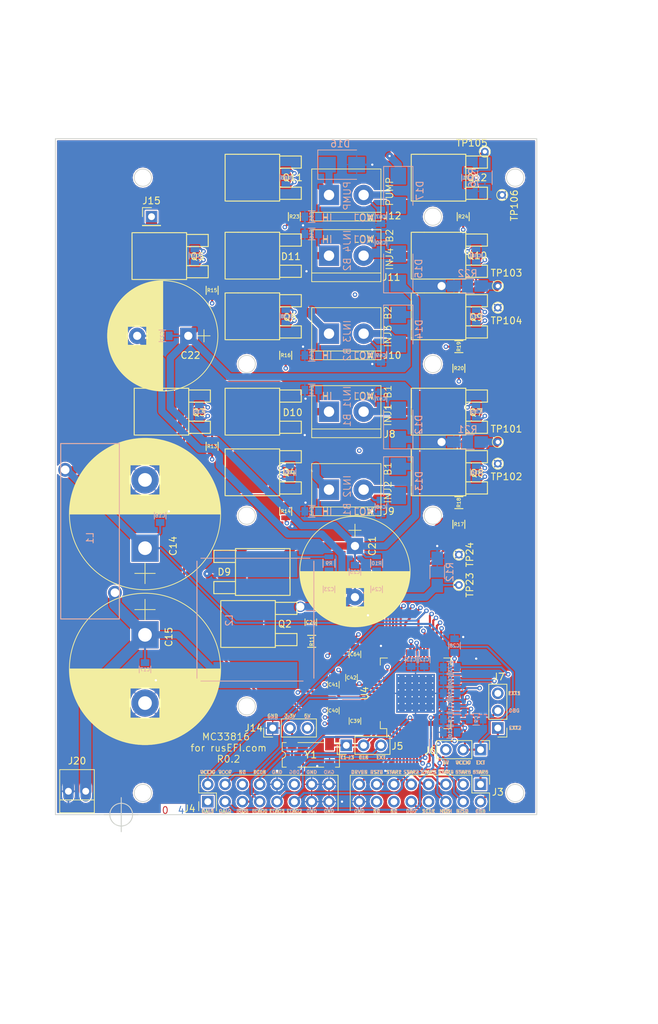
<source format=kicad_pcb>
(kicad_pcb (version 4) (host pcbnew 4.0.7)
  (title_block (title "Common Rail MC33816 board") (date 2019-08-12) (rev R0.2) (company http://rusefi.com/))
  (layers (0 F.Cu signal) (1 PWR_AN power) (2 GND power) (31 B.Cu signal) (34 B.Paste user) (35 F.Paste user) (36 B.SilkS user) (37 F.SilkS user) (38 B.Mask user) (39 F.Mask user) (44 Edge.Cuts user))
  (net 0 "")
  (net 1 GND)
  (net 2 /5V)
  (net 3 /3.3V)
  (net 4 /VCCIO)
  (net 5 /VCCP)
  (net 6 /Vbat)
  (net 7 /Vpwr)
  (net 8 /Vboost)
  (net 9 "Net-(C23-Pad1)")
  (net 10 "Net-(C24-Pad1)")
  (net 11 "Net-(C26-Pad2)")
  (net 12 "Net-(C35-Pad1)")
  (net 13 "Net-(C36-Pad1)")
  (net 14 "Net-(C37-Pad1)")
  (net 15 "Net-(C38-Pad1)")
  (net 16 "Net-(C39-Pad1)")
  (net 17 "Net-(C40-Pad1)")
  (net 18 "Net-(C41-Pad1)")
  (net 19 "Net-(C42-Pad1)")
  (net 20 "Net-(C55-Pad2)")
  (net 21 "Net-(C56-Pad2)")
  (net 22 "Net-(C57-Pad2)")
  (net 23 "Net-(C58-Pad2)")
  (net 24 "Net-(C63-Pad1)")
  (net 25 "Net-(C64-Pad2)")
  (net 26 "Net-(C71-Pad2)")
  (net 27 /START6)
  (net 28 /CSB)
  (net 29 /START5)
  (net 30 /MISO)
  (net 31 /START4)
  (net 32 /MOSI)
  (net 33 /START3)
  (net 34 /SCLK)
  (net 35 /START2)
  (net 36 /DBG_EXT2)
  (net 37 /START1)
  (net 38 /RESETB)
  (net 39 /DRVEN)
  (net 40 /OA_1)
  (net 41 /OA_2)
  (net 42 /IRQB)
  (net 43 /FLAG_0)
  (net 44 /EXT_CLK)
  (net 45 /FLAG_1)
  (net 46 /FLAG_2)
  (net 47 /DBG_EXT1)
  (net 48 /VCC2P5)
  (net 49 /BANK1_BAT)
  (net 50 /INJ_B1_HIGH)
  (net 51 /BANK2_BAT)
  (net 52 /INJ_B2_HIGH)
  (net 53 /INJ1_LOW)
  (net 54 /INJ2_LOW)
  (net 55 /INJ3_LOW)
  (net 56 /INJ4_LOW)
  (net 57 /PUMP_HIGH)
  (net 58 /PUMP_LOW)
  (net 59 /CLK)
  (net 60 /DBG)
  (net 61 /G_LS6)
  (net 62 /P_SENSE_BOOST)
  (net 63 /P_B1_SENSE)
  (net 64 /P_B2_SENSE)
  (net 65 /P_SENSE_PUMP)
  (net 66 /G_L_BOOST)
  (net 67 /G_HB1_BAT)
  (net 68 /G_HB1_BST)
  (net 69 /G_HB2_BAT)
  (net 70 /G_HB2_BST)
  (net 71 /G_L_INJ1)
  (net 72 /G_L_INJ2)
  (net 73 /G_L_INJ3)
  (net 74 /G_L_INJ4)
  (net 75 /G_PUMP)
  (net 76 /Vbuck)
  (module Pin_Headers:Pin_Header_Straight_2x08_Pitch2.54mm (layer F.Cu) (at 160.147 153.289 270)
    (fp_text reference J3 (at 1.143 -2.54 360) (layer F.SilkS))
    (fp_text value CONN_02X08)
    (pad 1 thru_hole rect (at 0 0 270) (size 1.7 1.7) (drill 1) (layers *.Cu *.Mask) (net 27 /START6))
    (pad 2 thru_hole oval (at 2.54 0 270) (size 1.7 1.7) (drill 1) (layers *.Cu *.Mask) (net 28 /CSB))
    (pad 3 thru_hole oval (at 0 2.54 270) (size 1.7 1.7) (drill 1) (layers *.Cu *.Mask) (net 29 /START5))
    (pad 4 thru_hole oval (at 2.54 2.54 270) (size 1.7 1.7) (drill 1) (layers *.Cu *.Mask) (net 30 /MISO))
    (pad 5 thru_hole oval (at 0 5.08 270) (size 1.7 1.7) (drill 1) (layers *.Cu *.Mask) (net 31 /START4))
    (pad 6 thru_hole oval (at 2.54 5.08 270) (size 1.7 1.7) (drill 1) (layers *.Cu *.Mask) (net 32 /MOSI))
    (pad 7 thru_hole oval (at 0 7.62 270) (size 1.7 1.7) (drill 1) (layers *.Cu *.Mask) (net 33 /START3))
    (pad 8 thru_hole oval (at 2.54 7.62 270) (size 1.7 1.7) (drill 1) (layers *.Cu *.Mask) (net 34 /SCLK))
    (pad 9 thru_hole oval (at 0 10.16 270) (size 1.7 1.7) (drill 1) (layers *.Cu *.Mask) (net 35 /START2))
    (pad 10 thru_hole oval (at 2.54 10.16 270) (size 1.7 1.7) (drill 1) (layers *.Cu *.Mask) (net 36 /DBG_EXT2))
    (pad 11 thru_hole oval (at 0 12.7 270) (size 1.7 1.7) (drill 1) (layers *.Cu *.Mask) (net 37 /START1))
    (pad 12 thru_hole oval (at 2.54 12.7 270) (size 1.7 1.7) (drill 1) (layers *.Cu *.Mask))
    (pad 13 thru_hole oval (at 0 15.24 270) (size 1.7 1.7) (drill 1) (layers *.Cu *.Mask) (net 38 /RESETB))
    (pad 14 thru_hole oval (at 2.54 15.24 270) (size 1.7 1.7) (drill 1) (layers *.Cu *.Mask))
    (pad 15 thru_hole oval (at 0 17.78 270) (size 1.7 1.7) (drill 1) (layers *.Cu *.Mask) (net 39 /DRVEN))
    (pad 16 thru_hole oval (at 2.54 17.78 270) (size 1.7 1.7) (drill 1) (layers *.Cu *.Mask) (net 1 GND))
  )
  (module Pin_Headers:Pin_Header_Straight_2x08_Pitch2.54mm (layer F.Cu) (at 120.142 155.829 90)
    (fp_text reference J4 (at -1.016 -2.667 180) (layer F.SilkS))
    (fp_text value CONN_02X08)
    (pad 1 thru_hole rect (at 0 0 90) (size 1.7 1.7) (drill 1) (layers *.Cu *.Mask) (net 40 /OA_1))
    (pad 2 thru_hole oval (at 2.54 0 90) (size 1.7 1.7) (drill 1) (layers *.Cu *.Mask) (net 4 /VCCIO))
    (pad 3 thru_hole oval (at 0 2.54 90) (size 1.7 1.7) (drill 1) (layers *.Cu *.Mask) (net 41 /OA_2))
    (pad 4 thru_hole oval (at 2.54 2.54 90) (size 1.7 1.7) (drill 1) (layers *.Cu *.Mask) (net 5 /VCCP))
    (pad 5 thru_hole oval (at 0 5.08 90) (size 1.7 1.7) (drill 1) (layers *.Cu *.Mask) (net 42 /IRQB))
    (pad 6 thru_hole oval (at 2.54 5.08 90) (size 1.7 1.7) (drill 1) (layers *.Cu *.Mask))
    (pad 7 thru_hole oval (at 0 7.62 90) (size 1.7 1.7) (drill 1) (layers *.Cu *.Mask) (net 43 /FLAG_0))
    (pad 8 thru_hole oval (at 2.54 7.62 90) (size 1.7 1.7) (drill 1) (layers *.Cu *.Mask) (net 44 /EXT_CLK))
    (pad 9 thru_hole oval (at 0 10.16 90) (size 1.7 1.7) (drill 1) (layers *.Cu *.Mask) (net 45 /FLAG_1))
    (pad 10 thru_hole oval (at 2.54 10.16 90) (size 1.7 1.7) (drill 1) (layers *.Cu *.Mask) (net 1 GND))
    (pad 11 thru_hole oval (at 0 12.7 90) (size 1.7 1.7) (drill 1) (layers *.Cu *.Mask) (net 46 /FLAG_2))
    (pad 12 thru_hole oval (at 2.54 12.7 90) (size 1.7 1.7) (drill 1) (layers *.Cu *.Mask) (net 47 /DBG_EXT1))
    (pad 13 thru_hole oval (at 0 15.24 90) (size 1.7 1.7) (drill 1) (layers *.Cu *.Mask) (net 1 GND))
    (pad 14 thru_hole oval (at 2.54 15.24 90) (size 1.7 1.7) (drill 1) (layers *.Cu *.Mask) (net 1 GND))
    (pad 15 thru_hole oval (at 0 17.78 90) (size 1.7 1.7) (drill 1) (layers *.Cu *.Mask) (net 1 GND))
    (pad 16 thru_hole oval (at 2.54 17.78 90) (size 1.7 1.7) (drill 1) (layers *.Cu *.Mask) (net 1 GND))
  )
  (module rusEFI_LIB:IHLP6767GZER100M01 (layer B.Cu) (at 127.127 129.159 270)
    (fp_text reference L2 (at 0.09906 3.85064 270) (layer B.SilkS) (effects (justify mirror)))
    (fp_text value 10uH hide)
    (pad 2 smd rect (at 8.1225 0 270) (size 3.825 12.32) (layers B.Cu B.Paste B.Mask) (net 7 /Vpwr))
    (pad 1 smd rect (at -8.1225 0 270) (size 3.825 12.32) (layers B.Cu B.Paste B.Mask) (net 76 /Vbuck))
  )
  (module Capacitors_ThroughHole:CP_Radial_D22.0mm_P10.00mm_SnapIn (layer F.Cu) (at 110.934 118.682 90)
    (fp_text reference C14 (at 0.3175 4.1275 90) (layer F.SilkS))
    (fp_text value 1000uF)
    (pad 1 thru_hole rect (at 0 0 90) (size 4 4) (drill 2) (layers *.Cu *.Mask) (net 6 /Vbat))
    (pad 2 thru_hole circle (at 10 0 90) (size 4 4) (drill 2) (layers *.Cu *.Mask) (net 1 GND))
  )
  (module Capacitors_ThroughHole:CP_Radial_D22.0mm_P10.00mm_SnapIn (layer F.Cu) (at 110.934 131.382 270)
    (fp_text reference C15 (at 0.3175 -3.4925 270) (layer F.SilkS))
    (fp_text value 1000uF)
    (pad 1 thru_hole rect (at 0 0 270) (size 4 4) (drill 2) (layers *.Cu *.Mask) (net 7 /Vpwr))
    (pad 2 thru_hole circle (at 10 0 270) (size 4 4) (drill 2) (layers *.Cu *.Mask) (net 1 GND))
  )
  (module Capacitors_ThroughHole:CP_Radial_D16.0mm_P7.50mm (layer F.Cu) (at 141.732 118.364 270)
    (fp_text reference C21 (at 0 -2.54 270) (layer F.SilkS))
    (fp_text value 390uF)
    (pad 1 thru_hole rect (at 0 0 270) (size 2.4 2.4) (drill 1.2) (layers *.Cu *.Mask) (net 8 /Vboost))
    (pad 2 thru_hole circle (at 7.5 0 270) (size 2.4 2.4) (drill 1.2) (layers *.Cu *.Mask) (net 62 /P_SENSE_BOOST))
  )
  (module Capacitors_ThroughHole:CP_Radial_D16.0mm_P7.50mm (layer F.Cu) (at 117.284 87.566 180)
    (fp_text reference C22 (at -0.3175 -2.8575 180) (layer F.SilkS))
    (fp_text value 390uF)
    (pad 1 thru_hole rect (at 0 0 180) (size 2.4 2.4) (drill 1.2) (layers *.Cu *.Mask) (net 8 /Vboost))
    (pad 2 thru_hole circle (at 7.5 0 180) (size 2.4 2.4) (drill 1.2) (layers *.Cu *.Mask) (net 62 /P_SENSE_BOOST))
  )
  (module TO_SOT_Packages_SMD:TO-252-2Lead (layer F.Cu) (at 122.682 122.174 270)
    (fp_text reference D9 (at 0 0.127 360) (layer F.SilkS))
    (fp_text value FFD10UP20S)
    (pad 1 smd rect (at -2.286 0 270) (size 1.651 3.048) (layers F.Cu F.Paste F.Mask) (net 8 /Vboost))
    (pad 2 smd rect (at 0 -6.35 270) (size 6.096 6.096) (layers F.Cu F.Paste F.Mask) (net 8 /Vboost))
    (pad 3 smd rect (at 2.286 0 270) (size 1.651 3.048) (layers F.Cu F.Paste F.Mask) (net 76 /Vbuck))
  )
  (module TO_SOT_Packages_SMD:TO-252-2Lead (layer F.Cu) (at 132.207 98.679 90)
    (fp_text reference D10 (at -0.127 0.381 180) (layer F.SilkS))
    (fp_text value SBR10200CTL)
    (pad 1 smd rect (at -2.286 0 90) (size 1.651 3.048) (layers F.Cu F.Paste F.Mask) (net 1 GND))
    (pad 2 smd rect (at 0 -6.35 90) (size 6.096 6.096) (layers F.Cu F.Paste F.Mask) (net 50 /INJ_B1_HIGH))
    (pad 3 smd rect (at 2.286 0 90) (size 1.651 3.048) (layers F.Cu F.Paste F.Mask) (net 49 /BANK1_BAT))
  )
  (module TO_SOT_Packages_SMD:TO-252-2Lead (layer F.Cu) (at 132.207 75.819 90)
    (fp_text reference D11 (at -0.127 0.127 180) (layer F.SilkS))
    (fp_text value SBR10200CTL)
    (pad 1 smd rect (at -2.286 0 90) (size 1.651 3.048) (layers F.Cu F.Paste F.Mask) (net 1 GND))
    (pad 2 smd rect (at 0 -6.35 90) (size 6.096 6.096) (layers F.Cu F.Paste F.Mask) (net 52 /INJ_B2_HIGH))
    (pad 3 smd rect (at 2.286 0 90) (size 1.651 3.048) (layers F.Cu F.Paste F.Mask) (net 51 /BANK2_BAT))
  )
  (module Diodes_SMD:D_SMB (layer B.Cu) (at 148.082 100.584 90)
    (fp_text reference D12 (at 0 3 90) (layer B.SilkS) (effects (justify mirror)))
    (fp_text value STPS2H100UY)
    (pad 1 smd rect (at -2.15 0 90) (size 2.5 2.3) (layers B.Cu B.Paste B.Mask) (net 8 /Vboost))
    (pad 2 smd rect (at 2.15 0 90) (size 2.5 2.3) (layers B.Cu B.Paste B.Mask) (net 53 /INJ1_LOW))
  )
  (module Diodes_SMD:D_SMB (layer B.Cu) (at 148.082 108.839 270)
    (fp_text reference D13 (at 0 -3.048 270) (layer B.SilkS) (effects (justify mirror)))
    (fp_text value STPS2H100UY)
    (pad 1 smd rect (at -2.15 0 270) (size 2.5 2.3) (layers B.Cu B.Paste B.Mask) (net 8 /Vboost))
    (pad 2 smd rect (at 2.15 0 270) (size 2.5 2.3) (layers B.Cu B.Paste B.Mask) (net 54 /INJ2_LOW))
  )
  (module Diodes_SMD:D_SMB (layer B.Cu) (at 148.082 86.614 270)
    (fp_text reference D14 (at 0 -3.048 270) (layer B.SilkS) (effects (justify mirror)))
    (fp_text value STPS2H100UY)
    (pad 1 smd rect (at -2.15 0 270) (size 2.5 2.3) (layers B.Cu B.Paste B.Mask) (net 8 /Vboost))
    (pad 2 smd rect (at 2.15 0 270) (size 2.5 2.3) (layers B.Cu B.Paste B.Mask) (net 55 /INJ3_LOW))
  )
  (module Diodes_SMD:D_SMB (layer B.Cu) (at 148.082 77.724 90)
    (fp_text reference D15 (at 0 3 90) (layer B.SilkS) (effects (justify mirror)))
    (fp_text value STPS2H100UY)
    (pad 1 smd rect (at -2.15 0 90) (size 2.5 2.3) (layers B.Cu B.Paste B.Mask) (net 8 /Vboost))
    (pad 2 smd rect (at 2.15 0 90) (size 2.5 2.3) (layers B.Cu B.Paste B.Mask) (net 56 /INJ4_LOW))
  )
  (module Diodes_SMD:D_SMB (layer B.Cu) (at 139.827 62.484)
    (fp_text reference D16 (at -0.254 -3.048) (layer B.SilkS) (effects (justify mirror)))
    (fp_text value STPS2H100UY)
    (pad 1 smd rect (at -2.15 0) (size 2.5 2.3) (layers B.Cu B.Paste B.Mask) (net 57 /PUMP_HIGH))
    (pad 2 smd rect (at 2.15 0) (size 2.5 2.3) (layers B.Cu B.Paste B.Mask) (net 1 GND))
  )
  (module Diodes_SMD:D_SMB (layer B.Cu) (at 148.082 66.294 270)
    (fp_text reference D17 (at 0 -3.175 270) (layer B.SilkS) (effects (justify mirror)))
    (fp_text value STPS2H100UY)
    (pad 1 smd rect (at -2.15 0 270) (size 2.5 2.3) (layers B.Cu B.Paste B.Mask) (net 6 /Vbat))
    (pad 2 smd rect (at 2.15 0 270) (size 2.5 2.3) (layers B.Cu B.Paste B.Mask) (net 58 /PUMP_LOW))
  )
  (module Pin_Headers:Pin_Header_Straight_1x03_Pitch2.54mm (layer F.Cu) (at 140.462 147.574 90)
    (fp_text reference J5 (at -0.127 7.493 180) (layer F.SilkS))
    (fp_text value CONN_01X03)
    (pad 1 thru_hole rect (at 0 0 90) (size 1.7 1.7) (drill 1) (layers *.Cu *.Mask) (net 59 /CLK))
    (pad 2 thru_hole oval (at 0 2.54 90) (size 1.7 1.7) (drill 1) (layers *.Cu *.Mask) (net 59 /CLK))
    (pad 3 thru_hole oval (at 0 5.08 90) (size 1.7 1.7) (drill 1) (layers *.Cu *.Mask) (net 44 /EXT_CLK))
  )
  (module Pin_Headers:Pin_Header_Straight_1x03_Pitch2.54mm (layer F.Cu) (at 160.147 148.209 270)
    (fp_text reference J6 (at 0.127 7.366 360) (layer F.SilkS))
    (fp_text value CONN_01X03)
    (pad 1 thru_hole rect (at 0 0 270) (size 1.7 1.7) (drill 1) (layers *.Cu *.Mask) (net 4 /VCCIO))
    (pad 2 thru_hole oval (at 0 2.54 270) (size 1.7 1.7) (drill 1) (layers *.Cu *.Mask) (net 4 /VCCIO))
    (pad 3 thru_hole oval (at 0 5.08 270) (size 1.7 1.7) (drill 1) (layers *.Cu *.Mask) (net 2 /5V))
  )
  (module Pin_Headers:Pin_Header_Straight_1x03_Pitch2.54mm (layer F.Cu) (at 162.687 145.034 180)
    (fp_text reference J7 (at -0.127 7.493 180) (layer F.SilkS))
    (fp_text value CONN_01X03)
    (pad 1 thru_hole rect (at 0 0 180) (size 1.7 1.7) (drill 1) (layers *.Cu *.Mask) (net 36 /DBG_EXT2))
    (pad 2 thru_hole oval (at 0 2.54 180) (size 1.7 1.7) (drill 1) (layers *.Cu *.Mask) (net 60 /DBG))
    (pad 3 thru_hole oval (at 0 5.08 180) (size 1.7 1.7) (drill 1) (layers *.Cu *.Mask) (net 47 /DBG_EXT1))
  )
  (module Terminal_Blocks:TerminalBlock_bornier-2_P5.08mm (layer F.Cu) (at 137.922 98.679)
    (fp_text reference J8 (at 8.89 3.302) (layer F.SilkS))
    (fp_text value INJ_Term)
    (pad 1 thru_hole rect (at 0 0) (size 3 3) (drill 1.52) (layers *.Cu *.Mask) (net 50 /INJ_B1_HIGH))
    (pad 2 thru_hole circle (at 5.08 0) (size 3 3) (drill 1.52) (layers *.Cu *.Mask) (net 53 /INJ1_LOW))
  )
  (module Terminal_Blocks:TerminalBlock_bornier-2_P5.08mm (layer F.Cu) (at 137.922 110.109)
    (fp_text reference J9 (at 8.763 3.175) (layer F.SilkS))
    (fp_text value INJ_Term)
    (pad 1 thru_hole rect (at 0 0) (size 3 3) (drill 1.52) (layers *.Cu *.Mask) (net 50 /INJ_B1_HIGH))
    (pad 2 thru_hole circle (at 5.08 0) (size 3 3) (drill 1.52) (layers *.Cu *.Mask) (net 54 /INJ2_LOW))
  )
  (module Terminal_Blocks:TerminalBlock_bornier-2_P5.08mm (layer F.Cu) (at 137.922 87.249)
    (fp_text reference J10 (at 9.271 3.175) (layer F.SilkS))
    (fp_text value INJ_Term)
    (pad 1 thru_hole rect (at 0 0) (size 3 3) (drill 1.52) (layers *.Cu *.Mask) (net 52 /INJ_B2_HIGH))
    (pad 2 thru_hole circle (at 5.08 0) (size 3 3) (drill 1.52) (layers *.Cu *.Mask) (net 55 /INJ3_LOW))
  )
  (module Terminal_Blocks:TerminalBlock_bornier-2_P5.08mm (layer F.Cu) (at 137.922 75.819)
    (fp_text reference J11 (at 9.144 3.175) (layer F.SilkS))
    (fp_text value INJ_Term)
    (pad 1 thru_hole rect (at 0 0) (size 3 3) (drill 1.52) (layers *.Cu *.Mask) (net 52 /INJ_B2_HIGH))
    (pad 2 thru_hole circle (at 5.08 0) (size 3 3) (drill 1.52) (layers *.Cu *.Mask) (net 56 /INJ4_LOW))
  )
  (module Terminal_Blocks:TerminalBlock_bornier-2_P5.08mm (layer F.Cu) (at 137.922 66.929)
    (fp_text reference J12 (at 9.271 3.048) (layer F.SilkS))
    (fp_text value INJ_Term)
    (pad 1 thru_hole rect (at 0 0) (size 3 3) (drill 1.52) (layers *.Cu *.Mask) (net 57 /PUMP_HIGH))
    (pad 2 thru_hole circle (at 5.08 0) (size 3 3) (drill 1.52) (layers *.Cu *.Mask) (net 58 /PUMP_LOW))
  )
  (module rusEFI_LIB:744710610-Inductor (layer B.Cu) (at 102.87 116.205 90)
    (fp_text reference L1 (at -1 0 90) (layer B.SilkS) (effects (justify mirror)))
    (fp_text value 6uH hide)
    (pad 1 thru_hole circle (at -9 3.65 90) (size 2.032 2.032) (drill 1.27) (layers *.Cu *.Mask) (net 7 /Vpwr))
    (pad 2 thru_hole circle (at 9 -3.65 90) (size 2.032 2.032) (drill 1.27) (layers *.Cu *.Mask) (net 6 /Vbat))
  )
  (module TO_SOT_Packages_SMD:TO-252-2Lead (layer F.Cu) (at 131.572 129.794 90)
    (fp_text reference Q2 (at 0 -0.127 180) (layer F.SilkS))
    (fp_text value BUK9230-100B)
    (pad 1 smd rect (at -2.286 0 90) (size 1.651 3.048) (layers F.Cu F.Paste F.Mask) (net 11 "Net-(C26-Pad2)"))
    (pad 2 smd rect (at 0 -6.35 90) (size 6.096 6.096) (layers F.Cu F.Paste F.Mask) (net 76 /Vbuck))
    (pad 3 smd rect (at 2.286 0 90) (size 1.651 3.048) (layers F.Cu F.Paste F.Mask) (net 62 /P_SENSE_BOOST))
  )
  (module TO_SOT_Packages_SMD:TO-252-2Lead (layer F.Cu) (at 118.872 98.679 90)
    (fp_text reference Q3 (at -0.127 0 180) (layer F.SilkS))
    (fp_text value BUK9230-100B)
    (pad 1 smd rect (at -2.286 0 90) (size 1.651 3.048) (layers F.Cu F.Paste F.Mask) (net 12 "Net-(C35-Pad1)"))
    (pad 2 smd rect (at 0 -6.35 90) (size 6.096 6.096) (layers F.Cu F.Paste F.Mask) (net 6 /Vbat))
    (pad 3 smd rect (at 2.286 0 90) (size 1.651 3.048) (layers F.Cu F.Paste F.Mask) (net 49 /BANK1_BAT))
  )
  (module TO_SOT_Packages_SMD:TO-252-2Lead (layer F.Cu) (at 132.207 107.569 90)
    (fp_text reference Q4 (at 0 -0.127 180) (layer F.SilkS))
    (fp_text value BUK9230-100B)
    (pad 1 smd rect (at -2.286 0 90) (size 1.651 3.048) (layers F.Cu F.Paste F.Mask) (net 13 "Net-(C36-Pad1)"))
    (pad 2 smd rect (at 0 -6.35 90) (size 6.096 6.096) (layers F.Cu F.Paste F.Mask) (net 8 /Vboost))
    (pad 3 smd rect (at 2.286 0 90) (size 1.651 3.048) (layers F.Cu F.Paste F.Mask) (net 50 /INJ_B1_HIGH))
  )
  (module TO_SOT_Packages_SMD:TO-252-2Lead (layer F.Cu) (at 118.554 75.8825 90)
    (fp_text reference Q5 (at -0.0635 0.064 180) (layer F.SilkS))
    (fp_text value BUK9230-100B)
    (pad 1 smd rect (at -2.286 0 90) (size 1.651 3.048) (layers F.Cu F.Paste F.Mask) (net 14 "Net-(C37-Pad1)"))
    (pad 2 smd rect (at 0 -6.35 90) (size 6.096 6.096) (layers F.Cu F.Paste F.Mask) (net 6 /Vbat))
    (pad 3 smd rect (at 2.286 0 90) (size 1.651 3.048) (layers F.Cu F.Paste F.Mask) (net 51 /BANK2_BAT))
  )
  (module TO_SOT_Packages_SMD:TO-252-2Lead (layer F.Cu) (at 132.207 84.709 90)
    (fp_text reference Q6 (at -0.127 0 180) (layer F.SilkS))
    (fp_text value BUK9230-100B)
    (pad 1 smd rect (at -2.286 0 90) (size 1.651 3.048) (layers F.Cu F.Paste F.Mask) (net 15 "Net-(C38-Pad1)"))
    (pad 2 smd rect (at 0 -6.35 90) (size 6.096 6.096) (layers F.Cu F.Paste F.Mask) (net 8 /Vboost))
    (pad 3 smd rect (at 2.286 0 90) (size 1.651 3.048) (layers F.Cu F.Paste F.Mask) (net 52 /INJ_B2_HIGH))
  )
  (module TO_SOT_Packages_SMD:TO-252-2Lead (layer F.Cu) (at 159.512 98.679 90)
    (fp_text reference Q7 (at -0.127 0 180) (layer F.SilkS))
    (fp_text value BUK9230-100B)
    (pad 1 smd rect (at -2.286 0 90) (size 1.651 3.048) (layers F.Cu F.Paste F.Mask) (net 20 "Net-(C55-Pad2)"))
    (pad 2 smd rect (at 0 -6.35 90) (size 6.096 6.096) (layers F.Cu F.Paste F.Mask) (net 53 /INJ1_LOW))
    (pad 3 smd rect (at 2.286 0 90) (size 1.651 3.048) (layers F.Cu F.Paste F.Mask) (net 63 /P_B1_SENSE))
  )
  (module TO_SOT_Packages_SMD:TO-252-2Lead (layer F.Cu) (at 159.512 107.569 90)
    (fp_text reference Q8 (at -0.127 0.127 180) (layer F.SilkS))
    (fp_text value BUK9230-100B)
    (pad 1 smd rect (at -2.286 0 90) (size 1.651 3.048) (layers F.Cu F.Paste F.Mask) (net 21 "Net-(C56-Pad2)"))
    (pad 2 smd rect (at 0 -6.35 90) (size 6.096 6.096) (layers F.Cu F.Paste F.Mask) (net 54 /INJ2_LOW))
    (pad 3 smd rect (at 2.286 0 90) (size 1.651 3.048) (layers F.Cu F.Paste F.Mask) (net 63 /P_B1_SENSE))
  )
  (module TO_SOT_Packages_SMD:TO-252-2Lead (layer F.Cu) (at 159.512 84.709 90)
    (fp_text reference Q9 (at -0.127 0 180) (layer F.SilkS))
    (fp_text value BUK9230-100B)
    (pad 1 smd rect (at -2.286 0 90) (size 1.651 3.048) (layers F.Cu F.Paste F.Mask) (net 22 "Net-(C57-Pad2)"))
    (pad 2 smd rect (at 0 -6.35 90) (size 6.096 6.096) (layers F.Cu F.Paste F.Mask) (net 55 /INJ3_LOW))
    (pad 3 smd rect (at 2.286 0 90) (size 1.651 3.048) (layers F.Cu F.Paste F.Mask) (net 64 /P_B2_SENSE))
  )
  (module TO_SOT_Packages_SMD:TO-252-2Lead (layer F.Cu) (at 159.512 75.819 90)
    (fp_text reference Q10 (at 0 0.127 180) (layer F.SilkS))
    (fp_text value BUK9230-100B)
    (pad 1 smd rect (at -2.286 0 90) (size 1.651 3.048) (layers F.Cu F.Paste F.Mask) (net 23 "Net-(C58-Pad2)"))
    (pad 2 smd rect (at 0 -6.35 90) (size 6.096 6.096) (layers F.Cu F.Paste F.Mask) (net 56 /INJ4_LOW))
    (pad 3 smd rect (at 2.286 0 90) (size 1.651 3.048) (layers F.Cu F.Paste F.Mask) (net 64 /P_B2_SENSE))
  )
  (module TO_SOT_Packages_SMD:TO-252-2Lead (layer F.Cu) (at 132.207 64.389 90)
    (fp_text reference Q11 (at 0 0.381 180) (layer F.SilkS))
    (fp_text value BUK9230-100B)
    (pad 1 smd rect (at -2.286 0 90) (size 1.651 3.048) (layers F.Cu F.Paste F.Mask) (net 24 "Net-(C63-Pad1)"))
    (pad 2 smd rect (at 0 -6.35 90) (size 6.096 6.096) (layers F.Cu F.Paste F.Mask) (net 6 /Vbat))
    (pad 3 smd rect (at 2.286 0 90) (size 1.651 3.048) (layers F.Cu F.Paste F.Mask) (net 57 /PUMP_HIGH))
  )
  (module TO_SOT_Packages_SMD:TO-252-2Lead (layer F.Cu) (at 159.512 64.389 90)
    (fp_text reference Q12 (at 0 0.127 180) (layer F.SilkS))
    (fp_text value BUK9230-100B)
    (pad 1 smd rect (at -2.286 0 90) (size 1.651 3.048) (layers F.Cu F.Paste F.Mask) (net 26 "Net-(C71-Pad2)"))
    (pad 2 smd rect (at 0 -6.35 90) (size 6.096 6.096) (layers F.Cu F.Paste F.Mask) (net 58 /PUMP_LOW))
    (pad 3 smd rect (at 2.286 0 90) (size 1.651 3.048) (layers F.Cu F.Paste F.Mask) (net 65 /P_SENSE_PUMP))
  )
  (module Resistors_SMD:R_1206_HandSoldering (layer B.Cu) (at 153.797 122.174 90)
    (fp_text reference R12 (at 0 1.85 90) (layer B.SilkS) (effects (justify mirror)))
    (fp_text value 0R010)
    (pad 1 smd rect (at -2 0 90) (size 2 1.7) (layers B.Cu B.Paste B.Mask) (net 62 /P_SENSE_BOOST))
    (pad 2 smd rect (at 2 0 90) (size 2 1.7) (layers B.Cu B.Paste B.Mask) (net 1 GND))
  )
  (module Resistors_SMD:R_1206_HandSoldering (layer B.Cu) (at 158.242 103.124 180)
    (fp_text reference R21 (at 0 1.85 180) (layer B.SilkS) (effects (justify mirror)))
    (fp_text value 0R015)
    (pad 1 smd rect (at -2 0 180) (size 2 1.7) (layers B.Cu B.Paste B.Mask) (net 63 /P_B1_SENSE))
    (pad 2 smd rect (at 2 0 180) (size 2 1.7) (layers B.Cu B.Paste B.Mask) (net 1 GND))
  )
  (module Resistors_SMD:R_1206_HandSoldering (layer B.Cu) (at 158.242 80.264 180)
    (fp_text reference R22 (at 0 1.85 180) (layer B.SilkS) (effects (justify mirror)))
    (fp_text value 0R015)
    (pad 1 smd rect (at -2 0 180) (size 2 1.7) (layers B.Cu B.Paste B.Mask) (net 64 /P_B2_SENSE))
    (pad 2 smd rect (at 2 0 180) (size 2 1.7) (layers B.Cu B.Paste B.Mask) (net 1 GND))
  )
  (module Resistors_SMD:R_1206_HandSoldering (layer B.Cu) (at 160.782 64.389 270)
    (fp_text reference R26 (at 0 1.85 270) (layer B.SilkS) (effects (justify mirror)))
    (fp_text value 0R015)
    (pad 1 smd rect (at -2 0 270) (size 2 1.7) (layers B.Cu B.Paste B.Mask) (net 65 /P_SENSE_PUMP))
    (pad 2 smd rect (at 2 0 270) (size 2 1.7) (layers B.Cu B.Paste B.Mask) (net 1 GND))
  )
  (module Connect:PINTST (layer F.Cu) (at 156.972 124.079 270)
    (fp_text reference TP23 (at 0 -1.6 270) (layer F.SilkS))
    (fp_text value CONN_01X01)
    (pad 1 thru_hole circle (at 0 0 270) (size 1.143 1.143) (drill 0.635) (layers *.Cu *.Mask) (net 62 /P_SENSE_BOOST))
  )
  (module Connect:PINTST (layer F.Cu) (at 156.972 119.634 270)
    (fp_text reference TP24 (at 0 -1.6 270) (layer F.SilkS))
    (fp_text value CONN_01X01)
    (pad 1 thru_hole circle (at 0 0 270) (size 1.143 1.143) (drill 0.635) (layers *.Cu *.Mask) (net 1 GND))
  )
  (module Connect:PINTST (layer F.Cu) (at 162.687 103.124 270)
    (fp_text reference TP101 (at -1.905 -1.27 360) (layer F.SilkS))
    (fp_text value CONN_01X01)
    (pad 1 thru_hole circle (at 0 0 270) (size 1.143 1.143) (drill 0.635) (layers *.Cu *.Mask) (net 63 /P_B1_SENSE))
  )
  (module Connect:PINTST (layer F.Cu) (at 162.687 106.299 270)
    (fp_text reference TP102 (at 1.905 -1.27 360) (layer F.SilkS))
    (fp_text value CONN_01X01)
    (pad 1 thru_hole circle (at 0 0 270) (size 1.143 1.143) (drill 0.635) (layers *.Cu *.Mask) (net 1 GND))
  )
  (module Connect:PINTST (layer F.Cu) (at 162.687 80.264 270)
    (fp_text reference TP103 (at -1.905 -1.27 360) (layer F.SilkS))
    (fp_text value CONN_01X01)
    (pad 1 thru_hole circle (at 0 0 270) (size 1.143 1.143) (drill 0.635) (layers *.Cu *.Mask) (net 64 /P_B2_SENSE))
  )
  (module Connect:PINTST (layer F.Cu) (at 162.687 83.439 270)
    (fp_text reference TP104 (at 1.905 -1.27 360) (layer F.SilkS))
    (fp_text value CONN_01X01)
    (pad 1 thru_hole circle (at 0 0 270) (size 1.143 1.143) (drill 0.635) (layers *.Cu *.Mask) (net 1 GND))
  )
  (module Connect:PINTST (layer F.Cu) (at 160.782 60.579 270)
    (fp_text reference TP105 (at -1.27 1.905 360) (layer F.SilkS))
    (fp_text value CONN_01X01)
    (pad 1 thru_hole circle (at 0 0 270) (size 1.143 1.143) (drill 0.635) (layers *.Cu *.Mask) (net 65 /P_SENSE_PUMP))
  )
  (module Connect:PINTST (layer F.Cu) (at 163.322 66.929 270)
    (fp_text reference TP106 (at 1.524 -1.778 270) (layer F.SilkS))
    (fp_text value CONN_01X01)
    (pad 1 thru_hole circle (at 0 0 270) (size 1.143 1.143) (drill 0.635) (layers *.Cu *.Mask) (net 1 GND))
  )
  (module Crystals:Crystal_SMD_SeikoEpson_MC306-4pin_8.0x3.2mm (layer F.Cu) (at 135.255 148.971)
    (fp_text reference Y1 (at 0 0) (layer F.SilkS))
    (fp_text value 1MHz)
    (pad 1 smd rect (at -2.75 1.6) (size 1.3 1.9) (layers F.Cu F.Paste F.Mask) (net 3 /3.3V))
    (pad 2 smd rect (at 2.75 1.6) (size 1.3 1.9) (layers F.Cu F.Paste F.Mask) (net 1 GND))
    (pad 3 smd rect (at 2.75 -1.6) (size 1.3 1.9) (layers F.Cu F.Paste F.Mask) (net 59 /CLK))
    (pad 4 smd rect (at -2.75 -1.6) (size 1.3 1.9) (layers F.Cu F.Paste F.Mask) (net 3 /3.3V))
  )
  (module rusEFI_LIB:C_0805 (layer B.Cu) (at 155.702 143.764 180)
    (fp_text reference C8 (at 0 0 450) (layer B.SilkS) (effects (font (size 0.508 0.508) (thickness 0.1016)) (justify mirror)))
    (fp_text value 0.1uF hide)
    (pad 1 smd rect (at -1 0 180) (size 1 1.25) (layers B.Cu B.Paste B.Mask) (net 48 /VCC2P5))
    (pad 2 smd rect (at 1 0 180) (size 1 1.25) (layers B.Cu B.Paste B.Mask) (net 1 GND))
  )
  (module rusEFI_LIB:C_0805 (layer B.Cu) (at 159.512 143.764)
    (fp_text reference C9 (at 0 0 270) (layer B.SilkS) (effects (font (size 0.508 0.508) (thickness 0.1016)) (justify mirror)))
    (fp_text value 1uF hide)
    (pad 1 smd rect (at -1 0) (size 1 1.25) (layers B.Cu B.Paste B.Mask) (net 48 /VCC2P5))
    (pad 2 smd rect (at 1 0) (size 1 1.25) (layers B.Cu B.Paste B.Mask) (net 1 GND))
  )
  (module rusEFI_LIB:C_0805 (layer B.Cu) (at 155.702 145.669 180)
    (fp_text reference C10 (at 0 0 450) (layer B.SilkS) (effects (font (size 0.508 0.508) (thickness 0.1016)) (justify mirror)))
    (fp_text value 0.1uF hide)
    (pad 1 smd rect (at -1 0 180) (size 1 1.25) (layers B.Cu B.Paste B.Mask) (net 4 /VCCIO))
    (pad 2 smd rect (at 1 0 180) (size 1 1.25) (layers B.Cu B.Paste B.Mask) (net 1 GND))
  )
  (module rusEFI_LIB:C_0805 (layer B.Cu) (at 155.702 141.859 180)
    (fp_text reference C11 (at 0 0 450) (layer B.SilkS) (effects (font (size 0.508 0.508) (thickness 0.1016)) (justify mirror)))
    (fp_text value 0.1uF hide)
    (pad 1 smd rect (at -1 0 180) (size 1 1.25) (layers B.Cu B.Paste B.Mask) (net 2 /5V))
    (pad 2 smd rect (at 1 0 180) (size 1 1.25) (layers B.Cu B.Paste B.Mask) (net 1 GND))
  )
  (module rusEFI_LIB:C_0805 (layer B.Cu) (at 151.892 135.001 270)
    (fp_text reference C12 (at 0 0 540) (layer B.SilkS) (effects (font (size 0.508 0.508) (thickness 0.1016)) (justify mirror)))
    (fp_text value 4.7uF hide)
    (pad 1 smd rect (at -1 0 270) (size 1 1.25) (layers B.Cu B.Paste B.Mask) (net 5 /VCCP))
    (pad 2 smd rect (at 1 0 270) (size 1 1.25) (layers B.Cu B.Paste B.Mask) (net 1 GND))
  )
  (module rusEFI_LIB:C_0805 (layer B.Cu) (at 149.987 135.001 270)
    (fp_text reference C13 (at 0 0 540) (layer B.SilkS) (effects (font (size 0.508 0.508) (thickness 0.1016)) (justify mirror)))
    (fp_text value 0.1uF hide)
    (pad 1 smd rect (at -1 0 270) (size 1 1.25) (layers B.Cu B.Paste B.Mask) (net 5 /VCCP))
    (pad 2 smd rect (at 1 0 270) (size 1 1.25) (layers B.Cu B.Paste B.Mask) (net 1 GND))
  )
  (module rusEFI_LIB:C_0805 (layer B.Cu) (at 113.157 113.919 90)
    (fp_text reference C16 (at 0 0 360) (layer B.SilkS) (effects (font (size 0.508 0.508) (thickness 0.1016)) (justify mirror)))
    (fp_text value 0.22uF hide)
    (pad 1 smd rect (at -1 0 90) (size 1 1.25) (layers B.Cu B.Paste B.Mask) (net 6 /Vbat))
    (pad 2 smd rect (at 1 0 90) (size 1 1.25) (layers B.Cu B.Paste B.Mask) (net 1 GND))
  )
  (module rusEFI_LIB:C_0805 (layer B.Cu) (at 110.934 136.462 270)
    (fp_text reference C17 (at 0 0 540) (layer B.SilkS) (effects (font (size 0.508 0.508) (thickness 0.1016)) (justify mirror)))
    (fp_text value 0.22uF hide)
    (pad 1 smd rect (at -1 0 270) (size 1 1.25) (layers B.Cu B.Paste B.Mask) (net 7 /Vpwr))
    (pad 2 smd rect (at 1 0 270) (size 1 1.25) (layers B.Cu B.Paste B.Mask) (net 1 GND))
  )
  (module rusEFI_LIB:C_0805 (layer B.Cu) (at 137.922 124.714 270)
    (fp_text reference C23 (at 0 0 540) (layer B.SilkS) (effects (font (size 0.508 0.508) (thickness 0.1016)) (justify mirror)))
    (fp_text value 330pF hide)
    (pad 1 smd rect (at -1 0 270) (size 1 1.25) (layers B.Cu B.Paste B.Mask) (net 9 "Net-(C23-Pad1)"))
    (pad 2 smd rect (at 1 0 270) (size 1 1.25) (layers B.Cu B.Paste B.Mask) (net 62 /P_SENSE_BOOST))
  )
  (module rusEFI_LIB:C_0805 (layer B.Cu) (at 144.907 124.714 270)
    (fp_text reference C24 (at 0 0 540) (layer B.SilkS) (effects (font (size 0.508 0.508) (thickness 0.1016)) (justify mirror)))
    (fp_text value 330pF hide)
    (pad 1 smd rect (at -1 0 270) (size 1 1.25) (layers B.Cu B.Paste B.Mask) (net 10 "Net-(C24-Pad1)"))
    (pad 2 smd rect (at 1 0 270) (size 1 1.25) (layers B.Cu B.Paste B.Mask) (net 62 /P_SENSE_BOOST))
  )
  (module rusEFI_LIB:C_0805 (layer B.Cu) (at 141.732 122.174 270)
    (fp_text reference C25 (at 0 0 540) (layer B.SilkS) (effects (font (size 0.508 0.508) (thickness 0.1016)) (justify mirror)))
    (fp_text value 0.22uF hide)
    (pad 1 smd rect (at -1 0 270) (size 1 1.25) (layers B.Cu B.Paste B.Mask) (net 8 /Vboost))
    (pad 2 smd rect (at 1 0 270) (size 1 1.25) (layers B.Cu B.Paste B.Mask) (net 62 /P_SENSE_BOOST))
  )
  (module rusEFI_LIB:C_0805 (layer B.Cu) (at 113.474 87.566 180)
    (fp_text reference C27 (at 0 0 450) (layer B.SilkS) (effects (font (size 0.508 0.508) (thickness 0.1016)) (justify mirror)))
    (fp_text value 0.22uF hide)
    (pad 1 smd rect (at -1 0 180) (size 1 1.25) (layers B.Cu B.Paste B.Mask) (net 8 /Vboost))
    (pad 2 smd rect (at 1 0 180) (size 1 1.25) (layers B.Cu B.Paste B.Mask) (net 62 /P_SENSE_BOOST))
  )
  (module rusEFI_LIB:C_0805 (layer B.Cu) (at 156.337 132.969 90)
    (fp_text reference C28 (at 0 0 360) (layer B.SilkS) (effects (font (size 0.508 0.508) (thickness 0.1016)) (justify mirror)))
    (fp_text value 330pF hide)
    (pad 1 smd rect (at -1 0 90) (size 1 1.25) (layers B.Cu B.Paste B.Mask) (net 62 /P_SENSE_BOOST))
    (pad 2 smd rect (at 1 0 90) (size 1 1.25) (layers B.Cu B.Paste B.Mask) (net 1 GND))
  )
  (module rusEFI_LIB:C_0805 (layer B.Cu) (at 118.872 98.679 90)
    (fp_text reference C35 (at 0 0 360) (layer B.SilkS) (effects (font (size 0.508 0.508) (thickness 0.1016)) (justify mirror)))
    (fp_text value 1000pF hide)
    (pad 1 smd rect (at -1 0 90) (size 1 1.25) (layers B.Cu B.Paste B.Mask) (net 12 "Net-(C35-Pad1)"))
    (pad 2 smd rect (at 1 0 90) (size 1 1.25) (layers B.Cu B.Paste B.Mask) (net 49 /BANK1_BAT))
  )
  (module rusEFI_LIB:C_0805 (layer B.Cu) (at 132.207 107.569 90)
    (fp_text reference C36 (at 0 0 360) (layer B.SilkS) (effects (font (size 0.508 0.508) (thickness 0.1016)) (justify mirror)))
    (fp_text value 1000pF hide)
    (pad 1 smd rect (at -1 0 90) (size 1 1.25) (layers B.Cu B.Paste B.Mask) (net 13 "Net-(C36-Pad1)"))
    (pad 2 smd rect (at 1 0 90) (size 1 1.25) (layers B.Cu B.Paste B.Mask) (net 50 /INJ_B1_HIGH))
  )
  (module rusEFI_LIB:C_0805 (layer B.Cu) (at 118.237 75.819 90)
    (fp_text reference C37 (at 0 0 360) (layer B.SilkS) (effects (font (size 0.508 0.508) (thickness 0.1016)) (justify mirror)))
    (fp_text value 1000pF hide)
    (pad 1 smd rect (at -1 0 90) (size 1 1.25) (layers B.Cu B.Paste B.Mask) (net 14 "Net-(C37-Pad1)"))
    (pad 2 smd rect (at 1 0 90) (size 1 1.25) (layers B.Cu B.Paste B.Mask) (net 51 /BANK2_BAT))
  )
  (module rusEFI_LIB:C_0805 (layer B.Cu) (at 131.572 84.709 90)
    (fp_text reference C38 (at 0 0 360) (layer B.SilkS) (effects (font (size 0.508 0.508) (thickness 0.1016)) (justify mirror)))
    (fp_text value 1000pF hide)
    (pad 1 smd rect (at -1 0 90) (size 1 1.25) (layers B.Cu B.Paste B.Mask) (net 15 "Net-(C38-Pad1)"))
    (pad 2 smd rect (at 1 0 90) (size 1 1.25) (layers B.Cu B.Paste B.Mask) (net 52 /INJ_B2_HIGH))
  )
  (module rusEFI_LIB:C_0805 (layer F.Cu) (at 141.732 144.018 270)
    (fp_text reference C39 (at 0 0 360) (layer F.SilkS) (effects (font (size 0.508 0.508) (thickness 0.1016))))
    (fp_text value 0.33uF hide)
    (pad 1 smd rect (at -1 0 270) (size 1 1.25) (layers F.Cu F.Paste F.Mask) (net 16 "Net-(C39-Pad1)"))
    (pad 2 smd rect (at 1 0 270) (size 1 1.25) (layers F.Cu F.Paste F.Mask) (net 49 /BANK1_BAT))
  )
  (module rusEFI_LIB:C_0805 (layer F.Cu) (at 138.557 142.494 270)
    (fp_text reference C40 (at 0 0 360) (layer F.SilkS) (effects (font (size 0.508 0.508) (thickness 0.1016))))
    (fp_text value 0.33uF hide)
    (pad 1 smd rect (at -1 0 270) (size 1 1.25) (layers F.Cu F.Paste F.Mask) (net 17 "Net-(C40-Pad1)"))
    (pad 2 smd rect (at 1 0 270) (size 1 1.25) (layers F.Cu F.Paste F.Mask) (net 50 /INJ_B1_HIGH))
  )
  (module rusEFI_LIB:C_0805 (layer F.Cu) (at 138.557 138.684 270)
    (fp_text reference C41 (at 0 0 360) (layer F.SilkS) (effects (font (size 0.508 0.508) (thickness 0.1016))))
    (fp_text value 0.33uF hide)
    (pad 1 smd rect (at -1 0 270) (size 1 1.25) (layers F.Cu F.Paste F.Mask) (net 18 "Net-(C41-Pad1)"))
    (pad 2 smd rect (at 1 0 270) (size 1 1.25) (layers F.Cu F.Paste F.Mask) (net 51 /BANK2_BAT))
  )
  (module rusEFI_LIB:C_0805 (layer F.Cu) (at 141.224 137.668 270)
    (fp_text reference C42 (at 0 0 360) (layer F.SilkS) (effects (font (size 0.508 0.508) (thickness 0.1016))))
    (fp_text value 0.33uF hide)
    (pad 1 smd rect (at -1 0 270) (size 1 1.25) (layers F.Cu F.Paste F.Mask) (net 19 "Net-(C42-Pad1)"))
    (pad 2 smd rect (at 1 0 270) (size 1 1.25) (layers F.Cu F.Paste F.Mask) (net 52 /INJ_B2_HIGH))
  )
  (module rusEFI_LIB:C_0805 (layer B.Cu) (at 135.382 113.284 180)
    (fp_text reference C43 (at 0 0 450) (layer B.SilkS) (effects (font (size 0.508 0.508) (thickness 0.1016)) (justify mirror)))
    (fp_text value 4700pF hide)
    (pad 1 smd rect (at -1 0 180) (size 1 1.25) (layers B.Cu B.Paste B.Mask) (net 50 /INJ_B1_HIGH))
    (pad 2 smd rect (at 1 0 180) (size 1 1.25) (layers B.Cu B.Paste B.Mask) (net 1 GND))
  )
  (module rusEFI_LIB:C_0805 (layer B.Cu) (at 135.382 95.504 180)
    (fp_text reference C44 (at 0 0 450) (layer B.SilkS) (effects (font (size 0.508 0.508) (thickness 0.1016)) (justify mirror)))
    (fp_text value 4700pF hide)
    (pad 1 smd rect (at -1 0 180) (size 1 1.25) (layers B.Cu B.Paste B.Mask) (net 50 /INJ_B1_HIGH))
    (pad 2 smd rect (at 1 0 180) (size 1 1.25) (layers B.Cu B.Paste B.Mask) (net 1 GND))
  )
  (module rusEFI_LIB:C_0805 (layer B.Cu) (at 135.382 90.424 180)
    (fp_text reference C45 (at 0 0 450) (layer B.SilkS) (effects (font (size 0.508 0.508) (thickness 0.1016)) (justify mirror)))
    (fp_text value 4700pF hide)
    (pad 1 smd rect (at -1 0 180) (size 1 1.25) (layers B.Cu B.Paste B.Mask) (net 52 /INJ_B2_HIGH))
    (pad 2 smd rect (at 1 0 180) (size 1 1.25) (layers B.Cu B.Paste B.Mask) (net 1 GND))
  )
  (module rusEFI_LIB:C_0805 (layer B.Cu) (at 135.382 72.644 180)
    (fp_text reference C46 (at 0 0 450) (layer B.SilkS) (effects (font (size 0.508 0.508) (thickness 0.1016)) (justify mirror)))
    (fp_text value 4700pF hide)
    (pad 1 smd rect (at -1 0 180) (size 1 1.25) (layers B.Cu B.Paste B.Mask) (net 52 /INJ_B2_HIGH))
    (pad 2 smd rect (at 1 0 180) (size 1 1.25) (layers B.Cu B.Paste B.Mask) (net 1 GND))
  )
  (module rusEFI_LIB:C_0805 (layer B.Cu) (at 145.542 96.774 90)
    (fp_text reference C47 (at 0 0 360) (layer B.SilkS) (effects (font (size 0.508 0.508) (thickness 0.1016)) (justify mirror)))
    (fp_text value 4700pF hide)
    (pad 1 smd rect (at -1 0 90) (size 1 1.25) (layers B.Cu B.Paste B.Mask) (net 53 /INJ1_LOW))
    (pad 2 smd rect (at 1 0 90) (size 1 1.25) (layers B.Cu B.Paste B.Mask) (net 1 GND))
  )
  (module rusEFI_LIB:C_0805 (layer B.Cu) (at 145.542 112.649 270)
    (fp_text reference C48 (at 0 0 540) (layer B.SilkS) (effects (font (size 0.508 0.508) (thickness 0.1016)) (justify mirror)))
    (fp_text value 4700pF hide)
    (pad 1 smd rect (at -1 0 270) (size 1 1.25) (layers B.Cu B.Paste B.Mask) (net 54 /INJ2_LOW))
    (pad 2 smd rect (at 1 0 270) (size 1 1.25) (layers B.Cu B.Paste B.Mask) (net 1 GND))
  )
  (module rusEFI_LIB:C_0805 (layer B.Cu) (at 145.542 90.424 270)
    (fp_text reference C49 (at 0 0 540) (layer B.SilkS) (effects (font (size 0.508 0.508) (thickness 0.1016)) (justify mirror)))
    (fp_text value 4700pF hide)
    (pad 1 smd rect (at -1 0 270) (size 1 1.25) (layers B.Cu B.Paste B.Mask) (net 55 /INJ3_LOW))
    (pad 2 smd rect (at 1 0 270) (size 1 1.25) (layers B.Cu B.Paste B.Mask) (net 1 GND))
  )
  (module rusEFI_LIB:C_0805 (layer B.Cu) (at 145.542 73.914 90)
    (fp_text reference C50 (at 0 0 360) (layer B.SilkS) (effects (font (size 0.508 0.508) (thickness 0.1016)) (justify mirror)))
    (fp_text value 4700pF hide)
    (pad 1 smd rect (at -1 0 90) (size 1 1.25) (layers B.Cu B.Paste B.Mask) (net 56 /INJ4_LOW))
    (pad 2 smd rect (at 1 0 90) (size 1 1.25) (layers B.Cu B.Paste B.Mask) (net 1 GND))
  )
  (module rusEFI_LIB:C_0805 (layer B.Cu) (at 159.512 98.679 270)
    (fp_text reference C55 (at 0 0 540) (layer B.SilkS) (effects (font (size 0.508 0.508) (thickness 0.1016)) (justify mirror)))
    (fp_text value 1000pF hide)
    (pad 1 smd rect (at -1 0 270) (size 1 1.25) (layers B.Cu B.Paste B.Mask) (net 63 /P_B1_SENSE))
    (pad 2 smd rect (at 1 0 270) (size 1 1.25) (layers B.Cu B.Paste B.Mask) (net 20 "Net-(C55-Pad2)"))
  )
  (module rusEFI_LIB:C_0805 (layer B.Cu) (at 159.512 107.569 270)
    (fp_text reference C56 (at 0 0 540) (layer B.SilkS) (effects (font (size 0.508 0.508) (thickness 0.1016)) (justify mirror)))
    (fp_text value 1000pF hide)
    (pad 1 smd rect (at -1 0 270) (size 1 1.25) (layers B.Cu B.Paste B.Mask) (net 63 /P_B1_SENSE))
    (pad 2 smd rect (at 1 0 270) (size 1 1.25) (layers B.Cu B.Paste B.Mask) (net 21 "Net-(C56-Pad2)"))
  )
  (module rusEFI_LIB:C_0805 (layer B.Cu) (at 159.512 84.709 270)
    (fp_text reference C57 (at 0 0 540) (layer B.SilkS) (effects (font (size 0.508 0.508) (thickness 0.1016)) (justify mirror)))
    (fp_text value 1000pF hide)
    (pad 1 smd rect (at -1 0 270) (size 1 1.25) (layers B.Cu B.Paste B.Mask) (net 64 /P_B2_SENSE))
    (pad 2 smd rect (at 1 0 270) (size 1 1.25) (layers B.Cu B.Paste B.Mask) (net 22 "Net-(C57-Pad2)"))
  )
  (module rusEFI_LIB:C_0805 (layer B.Cu) (at 159.512 75.819 270)
    (fp_text reference C58 (at 0 0 540) (layer B.SilkS) (effects (font (size 0.508 0.508) (thickness 0.1016)) (justify mirror)))
    (fp_text value 1000pF hide)
    (pad 1 smd rect (at -1 0 270) (size 1 1.25) (layers B.Cu B.Paste B.Mask) (net 64 /P_B2_SENSE))
    (pad 2 smd rect (at 1 0 270) (size 1 1.25) (layers B.Cu B.Paste B.Mask) (net 23 "Net-(C58-Pad2)"))
  )
  (module rusEFI_LIB:C_0805 (layer B.Cu) (at 155.702 139.954 180)
    (fp_text reference C59 (at 0 0 450) (layer B.SilkS) (effects (font (size 0.508 0.508) (thickness 0.1016)) (justify mirror)))
    (fp_text value 330pF hide)
    (pad 1 smd rect (at -1 0 180) (size 1 1.25) (layers B.Cu B.Paste B.Mask) (net 63 /P_B1_SENSE))
    (pad 2 smd rect (at 1 0 180) (size 1 1.25) (layers B.Cu B.Paste B.Mask) (net 1 GND))
  )
  (module rusEFI_LIB:C_0805 (layer B.Cu) (at 155.702 138.049 180)
    (fp_text reference C60 (at 0 0 450) (layer B.SilkS) (effects (font (size 0.508 0.508) (thickness 0.1016)) (justify mirror)))
    (fp_text value 330pF hide)
    (pad 1 smd rect (at -1 0 180) (size 1 1.25) (layers B.Cu B.Paste B.Mask) (net 64 /P_B2_SENSE))
    (pad 2 smd rect (at 1 0 180) (size 1 1.25) (layers B.Cu B.Paste B.Mask) (net 1 GND))
  )
  (module rusEFI_LIB:C_0805 (layer B.Cu) (at 131.572 64.389 90)
    (fp_text reference C63 (at 0 0 360) (layer B.SilkS) (effects (font (size 0.508 0.508) (thickness 0.1016)) (justify mirror)))
    (fp_text value 1000pF hide)
    (pad 1 smd rect (at -1 0 90) (size 1 1.25) (layers B.Cu B.Paste B.Mask) (net 24 "Net-(C63-Pad1)"))
    (pad 2 smd rect (at 1 0 90) (size 1 1.25) (layers B.Cu B.Paste B.Mask) (net 57 /PUMP_HIGH))
  )
  (module rusEFI_LIB:C_0805 (layer F.Cu) (at 141.732 134.239 90)
    (fp_text reference C64 (at 0 0 180) (layer F.SilkS) (effects (font (size 0.508 0.508) (thickness 0.1016))))
    (fp_text value 0.33uF hide)
    (pad 1 smd rect (at -1 0 90) (size 1 1.25) (layers F.Cu F.Paste F.Mask) (net 57 /PUMP_HIGH))
    (pad 2 smd rect (at 1 0 90) (size 1 1.25) (layers F.Cu F.Paste F.Mask) (net 25 "Net-(C64-Pad2)"))
  )
  (module rusEFI_LIB:C_0805 (layer B.Cu) (at 135.382 70.104 180)
    (fp_text reference C65 (at 0 0 450) (layer B.SilkS) (effects (font (size 0.508 0.508) (thickness 0.1016)) (justify mirror)))
    (fp_text value 4700pF hide)
    (pad 1 smd rect (at -1 0 180) (size 1 1.25) (layers B.Cu B.Paste B.Mask) (net 57 /PUMP_HIGH))
    (pad 2 smd rect (at 1 0 180) (size 1 1.25) (layers B.Cu B.Paste B.Mask) (net 1 GND))
  )
  (module rusEFI_LIB:C_0805 (layer B.Cu) (at 145.542 70.104 270)
    (fp_text reference C67 (at 0 0 540) (layer B.SilkS) (effects (font (size 0.508 0.508) (thickness 0.1016)) (justify mirror)))
    (fp_text value 4700pF hide)
    (pad 1 smd rect (at -1 0 270) (size 1 1.25) (layers B.Cu B.Paste B.Mask) (net 58 /PUMP_LOW))
    (pad 2 smd rect (at 1 0 270) (size 1 1.25) (layers B.Cu B.Paste B.Mask) (net 1 GND))
  )
  (module rusEFI_LIB:C_0805 (layer B.Cu) (at 158.242 64.389 270)
    (fp_text reference C71 (at 0 0 540) (layer B.SilkS) (effects (font (size 0.508 0.508) (thickness 0.1016)) (justify mirror)))
    (fp_text value 1000pF hide)
    (pad 1 smd rect (at -1 0 270) (size 1 1.25) (layers B.Cu B.Paste B.Mask) (net 65 /P_SENSE_PUMP))
    (pad 2 smd rect (at 1 0 270) (size 1 1.25) (layers B.Cu B.Paste B.Mask) (net 26 "Net-(C71-Pad2)"))
  )
  (module rusEFI_LIB:C_0805 (layer B.Cu) (at 155.702 136.144 180)
    (fp_text reference C73 (at 0 0 450) (layer B.SilkS) (effects (font (size 0.508 0.508) (thickness 0.1016)) (justify mirror)))
    (fp_text value 330pF hide)
    (pad 1 smd rect (at -1 0 180) (size 1 1.25) (layers B.Cu B.Paste B.Mask) (net 65 /P_SENSE_PUMP))
    (pad 2 smd rect (at 1 0 180) (size 1 1.25) (layers B.Cu B.Paste B.Mask) (net 1 GND))
  )
  (module rusEFI_LIB:R_0805 (layer B.Cu) (at 137.922 120.904 270)
    (fp_text reference R9 (at 0 0 540) (layer B.SilkS) (effects (font (size 0.508 0.508) (thickness 0.1016)) (justify mirror)))
    (fp_text value 5.1R hide)
    (pad 1 smd rect (at -0.95 0 270) (size 0.7 1.3) (layers B.Cu B.Paste B.Mask) (net 76 /Vbuck))
    (pad 2 smd rect (at 0.95 0 270) (size 0.7 1.3) (layers B.Cu B.Paste B.Mask) (net 9 "Net-(C23-Pad1)"))
  )
  (module rusEFI_LIB:R_0805 (layer B.Cu) (at 144.907 120.904 270)
    (fp_text reference R10 (at 0 0 540) (layer B.SilkS) (effects (font (size 0.508 0.508) (thickness 0.1016)) (justify mirror)))
    (fp_text value 5.1R hide)
    (pad 1 smd rect (at -0.95 0 270) (size 0.7 1.3) (layers B.Cu B.Paste B.Mask) (net 8 /Vboost))
    (pad 2 smd rect (at 0.95 0 270) (size 0.7 1.3) (layers B.Cu B.Paste B.Mask) (net 10 "Net-(C24-Pad1)"))
  )
  (module rusEFI_LIB:R_0805 (layer F.Cu) (at 135.382 132.334)
    (fp_text reference R11 (at 0 0 90) (layer F.SilkS) (effects (font (size 0.508 0.508) (thickness 0.1016))))
    (fp_text value 10R hide)
    (pad 1 smd rect (at -0.95 0) (size 0.7 1.3) (layers F.Cu F.Paste F.Mask) (net 11 "Net-(C26-Pad2)"))
    (pad 2 smd rect (at 0.95 0) (size 0.7 1.3) (layers F.Cu F.Paste F.Mask) (net 66 /G_L_BOOST))
  )
  (module rusEFI_LIB:R_0805 (layer F.Cu) (at 120.777 103.759 270)
    (fp_text reference R13 (at 0 0 360) (layer F.SilkS) (effects (font (size 0.508 0.508) (thickness 0.1016))))
    (fp_text value 10R hide)
    (pad 1 smd rect (at -0.95 0 270) (size 0.7 1.3) (layers F.Cu F.Paste F.Mask) (net 12 "Net-(C35-Pad1)"))
    (pad 2 smd rect (at 0.95 0 270) (size 0.7 1.3) (layers F.Cu F.Paste F.Mask) (net 67 /G_HB1_BAT))
  )
  (module rusEFI_LIB:R_0805 (layer F.Cu) (at 131.572 113.284 270)
    (fp_text reference R14 (at 0 0 360) (layer F.SilkS) (effects (font (size 0.508 0.508) (thickness 0.1016))))
    (fp_text value 10R hide)
    (pad 1 smd rect (at -0.95 0 270) (size 0.7 1.3) (layers F.Cu F.Paste F.Mask) (net 13 "Net-(C36-Pad1)"))
    (pad 2 smd rect (at 0.95 0 270) (size 0.7 1.3) (layers F.Cu F.Paste F.Mask) (net 68 /G_HB1_BST))
  )
  (module rusEFI_LIB:R_0805 (layer F.Cu) (at 120.777 80.899 270)
    (fp_text reference R15 (at 0 0 360) (layer F.SilkS) (effects (font (size 0.508 0.508) (thickness 0.1016))))
    (fp_text value 10R hide)
    (pad 1 smd rect (at -0.95 0 270) (size 0.7 1.3) (layers F.Cu F.Paste F.Mask) (net 14 "Net-(C37-Pad1)"))
    (pad 2 smd rect (at 0.95 0 270) (size 0.7 1.3) (layers F.Cu F.Paste F.Mask) (net 69 /G_HB2_BAT))
  )
  (module rusEFI_LIB:R_0805 (layer F.Cu) (at 131.572 90.424 270)
    (fp_text reference R16 (at 0 0 360) (layer F.SilkS) (effects (font (size 0.508 0.508) (thickness 0.1016))))
    (fp_text value 10R hide)
    (pad 1 smd rect (at -0.95 0 270) (size 0.7 1.3) (layers F.Cu F.Paste F.Mask) (net 15 "Net-(C38-Pad1)"))
    (pad 2 smd rect (at 0.95 0 270) (size 0.7 1.3) (layers F.Cu F.Paste F.Mask) (net 70 /G_HB2_BST))
  )
  (module rusEFI_LIB:R_0805 (layer F.Cu) (at 156.972 115.189 270)
    (fp_text reference R17 (at 0 0 360) (layer F.SilkS) (effects (font (size 0.508 0.508) (thickness 0.1016))))
    (fp_text value 10R hide)
    (pad 1 smd rect (at -0.95 0 270) (size 0.7 1.3) (layers F.Cu F.Paste F.Mask) (net 20 "Net-(C55-Pad2)"))
    (pad 2 smd rect (at 0.95 0 270) (size 0.7 1.3) (layers F.Cu F.Paste F.Mask) (net 71 /G_L_INJ1))
  )
  (module rusEFI_LIB:R_0805 (layer F.Cu) (at 156.972 112.014 180)
    (fp_text reference R18 (at 0 0 270) (layer F.SilkS) (effects (font (size 0.508 0.508) (thickness 0.1016))))
    (fp_text value 10R hide)
    (pad 1 smd rect (at -0.95 0 180) (size 0.7 1.3) (layers F.Cu F.Paste F.Mask) (net 21 "Net-(C56-Pad2)"))
    (pad 2 smd rect (at 0.95 0 180) (size 0.7 1.3) (layers F.Cu F.Paste F.Mask) (net 72 /G_L_INJ2))
  )
  (module rusEFI_LIB:R_0805 (layer F.Cu) (at 156.972 89.154 180)
    (fp_text reference R19 (at 0 0 270) (layer F.SilkS) (effects (font (size 0.508 0.508) (thickness 0.1016))))
    (fp_text value 10R hide)
    (pad 1 smd rect (at -0.95 0 180) (size 0.7 1.3) (layers F.Cu F.Paste F.Mask) (net 22 "Net-(C57-Pad2)"))
    (pad 2 smd rect (at 0.95 0 180) (size 0.7 1.3) (layers F.Cu F.Paste F.Mask) (net 73 /G_L_INJ3))
  )
  (module rusEFI_LIB:R_0805 (layer F.Cu) (at 156.972 92.329 270)
    (fp_text reference R20 (at 0 0 360) (layer F.SilkS) (effects (font (size 0.508 0.508) (thickness 0.1016))))
    (fp_text value 10R hide)
    (pad 1 smd rect (at -0.95 0 270) (size 0.7 1.3) (layers F.Cu F.Paste F.Mask) (net 23 "Net-(C58-Pad2)"))
    (pad 2 smd rect (at 0.95 0 270) (size 0.7 1.3) (layers F.Cu F.Paste F.Mask) (net 74 /G_L_INJ4))
  )
  (module rusEFI_LIB:R_0805 (layer F.Cu) (at 132.842 70.104 270)
    (fp_text reference R23 (at 0 0 360) (layer F.SilkS) (effects (font (size 0.508 0.508) (thickness 0.1016))))
    (fp_text value 10R hide)
    (pad 1 smd rect (at -0.95 0 270) (size 0.7 1.3) (layers F.Cu F.Paste F.Mask) (net 24 "Net-(C63-Pad1)"))
    (pad 2 smd rect (at 0.95 0 270) (size 0.7 1.3) (layers F.Cu F.Paste F.Mask) (net 61 /G_LS6))
  )
  (module rusEFI_LIB:R_0805 (layer F.Cu) (at 157.607 70.104 270)
    (fp_text reference R24 (at 0 0 360) (layer F.SilkS) (effects (font (size 0.508 0.508) (thickness 0.1016))))
    (fp_text value 10R hide)
    (pad 1 smd rect (at -0.95 0 270) (size 0.7 1.3) (layers F.Cu F.Paste F.Mask) (net 26 "Net-(C71-Pad2)"))
    (pad 2 smd rect (at 0.95 0 270) (size 0.7 1.3) (layers F.Cu F.Paste F.Mask) (net 75 /G_PUMP))
  )
  (module rusEFI_LIB:C_0805 (layer F.Cu) (at 135.255 129.54 270)
    (fp_text reference C26 (at 0 0 360) (layer F.SilkS) (effects (font (size 0.508 0.508) (thickness 0.1016))))
    (fp_text value 470pF hide)
    (pad 1 smd rect (at -1 0 270) (size 1 1.25) (layers F.Cu F.Paste F.Mask) (net 62 /P_SENSE_BOOST))
    (pad 2 smd rect (at 1 0 270) (size 1 1.25) (layers F.Cu F.Paste F.Mask) (net 11 "Net-(C26-Pad2)"))
  )
  (module Pin_Headers:Pin_Header_Straight_1x03_Pitch2.54mm (layer F.Cu) (at 129.667 145.034 90)
    (fp_text reference J14 (at 0 -2.794 180) (layer F.SilkS))
    (fp_text value CONN_01X03)
    (pad 1 thru_hole rect (at 0 0 90) (size 1.7 1.7) (drill 1) (layers *.Cu *.Mask) (net 1 GND))
    (pad 2 thru_hole oval (at 0 2.54 90) (size 1.7 1.7) (drill 1) (layers *.Cu *.Mask) (net 3 /3.3V))
    (pad 3 thru_hole oval (at 0 5.08 90) (size 1.7 1.7) (drill 1) (layers *.Cu *.Mask) (net 2 /5V))
  )
  (module Pin_Headers:Pin_Header_Straight_1x01_Pitch2.54mm (layer F.Cu) (at 111.887 70.104)
    (fp_text reference J15 (at 0 -2.33) (layer F.SilkS))
    (fp_text value CONN_01X01)
    (pad 1 thru_hole rect (at 0 0) (size 1.7 1.7) (drill 1) (layers *.Cu *.Mask) (net 6 /Vbat))
  )
  (module rusEFI_LIB:HTQFP-64-1EP_10x10mm_Pitch0.5mm_ThermalPad_for_MC33816 (layer F.Cu) (at 150.622 139.954 90)
    (fp_text reference U4 (at 0 -7.45 90) (layer F.SilkS))
    (fp_text value MC33816)
    (pad 1 smd rect (at -5.7 -3.75 90) (size 1.5 0.3) (layers F.Cu F.Paste F.Mask) (net 59 /CLK))
    (pad 2 smd rect (at -5.7 -3.25 90) (size 1.5 0.3) (layers F.Cu F.Paste F.Mask) (net 39 /DRVEN))
    (pad 3 smd rect (at -5.7 -2.75 90) (size 1.5 0.3) (layers F.Cu F.Paste F.Mask) (net 38 /RESETB))
    (pad 4 smd rect (at -5.7 -2.25 90) (size 1.5 0.3) (layers F.Cu F.Paste F.Mask) (net 37 /START1))
    (pad 5 smd rect (at -5.7 -1.75 90) (size 1.5 0.3) (layers F.Cu F.Paste F.Mask) (net 35 /START2))
    (pad 6 smd rect (at -5.7 -1.25 90) (size 1.5 0.3) (layers F.Cu F.Paste F.Mask) (net 33 /START3))
    (pad 7 smd rect (at -5.7 -0.75 90) (size 1.5 0.3) (layers F.Cu F.Paste F.Mask) (net 31 /START4))
    (pad 8 smd rect (at -5.7 -0.25 90) (size 1.5 0.3) (layers F.Cu F.Paste F.Mask) (net 29 /START5))
    (pad 9 smd rect (at -5.7 0.25 90) (size 1.5 0.3) (layers F.Cu F.Paste F.Mask) (net 27 /START6))
    (pad 10 smd rect (at -5.7 0.75 90) (size 1.5 0.3) (layers F.Cu F.Paste F.Mask) (net 43 /FLAG_0))
    (pad 11 smd rect (at -5.7 1.25 90) (size 1.5 0.3) (layers F.Cu F.Paste F.Mask) (net 45 /FLAG_1))
    (pad 12 smd rect (at -5.7 1.75 90) (size 1.5 0.3) (layers F.Cu F.Paste F.Mask) (net 46 /FLAG_2))
    (pad 13 smd rect (at -5.7 2.25 90) (size 1.5 0.3) (layers F.Cu F.Paste F.Mask) (net 28 /CSB))
    (pad 14 smd rect (at -5.7 2.75 90) (size 1.5 0.3) (layers F.Cu F.Paste F.Mask) (net 32 /MOSI))
    (pad 15 smd rect (at -5.7 3.25 90) (size 1.5 0.3) (layers F.Cu F.Paste F.Mask) (net 30 /MISO))
    (pad 16 smd rect (at -5.7 3.75 90) (size 1.5 0.3) (layers F.Cu F.Paste F.Mask) (net 34 /SCLK))
    (pad 17 smd rect (at -3.75 5.7 180) (size 1.5 0.3) (layers F.Cu F.Paste F.Mask) (net 4 /VCCIO))
    (pad 18 smd rect (at -3.25 5.7 180) (size 1.5 0.3) (layers F.Cu F.Paste F.Mask) (net 60 /DBG))
    (pad 19 smd rect (at -2.75 5.7 180) (size 1.5 0.3) (layers F.Cu F.Paste F.Mask) (net 1 GND))
    (pad 20 smd rect (at -2.25 5.7 180) (size 1.5 0.3) (layers F.Cu F.Paste F.Mask) (net 48 /VCC2P5))
    (pad 21 smd rect (at -1.75 5.7 180) (size 1.5 0.3) (layers F.Cu F.Paste F.Mask) (net 2 /5V))
    (pad 22 smd rect (at -1.25 5.7 180) (size 1.5 0.3) (layers F.Cu F.Paste F.Mask) (net 40 /OA_1))
    (pad 23 smd rect (at -0.75 5.7 180) (size 1.5 0.3) (layers F.Cu F.Paste F.Mask) (net 41 /OA_2))
    (pad 24 smd rect (at -0.25 5.7 180) (size 1.5 0.3) (layers F.Cu F.Paste F.Mask) (net 1 GND))
    (pad 25 smd rect (at 0.25 5.7 180) (size 1.5 0.3) (layers F.Cu F.Paste F.Mask) (net 1 GND))
    (pad 26 smd rect (at 0.75 5.7 180) (size 1.5 0.3) (layers F.Cu F.Paste F.Mask) (net 63 /P_B1_SENSE))
    (pad 27 smd rect (at 1.25 5.7 180) (size 1.5 0.3) (layers F.Cu F.Paste F.Mask) (net 1 GND))
    (pad 28 smd rect (at 1.75 5.7 180) (size 1.5 0.3) (layers F.Cu F.Paste F.Mask) (net 64 /P_B2_SENSE))
    (pad 29 smd rect (at 2.25 5.7 180) (size 1.5 0.3) (layers F.Cu F.Paste F.Mask) (net 1 GND))
    (pad 30 smd rect (at 2.75 5.7 180) (size 1.5 0.3) (layers F.Cu F.Paste F.Mask) (net 65 /P_SENSE_PUMP))
    (pad 31 smd rect (at 3.25 5.7 180) (size 1.5 0.3) (layers F.Cu F.Paste F.Mask) (net 1 GND))
    (pad 32 smd rect (at 3.75 5.7 180) (size 1.5 0.3) (layers F.Cu F.Paste F.Mask) (net 62 /P_SENSE_BOOST))
    (pad 33 smd rect (at 5.7 3.75 90) (size 1.5 0.3) (layers F.Cu F.Paste F.Mask) (net 58 /PUMP_LOW))
    (pad 34 smd rect (at 5.7 3.25 90) (size 1.5 0.3) (layers F.Cu F.Paste F.Mask))
    (pad 35 smd rect (at 5.7 2.75 90) (size 1.5 0.3) (layers F.Cu F.Paste F.Mask) (net 56 /INJ4_LOW))
    (pad 36 smd rect (at 5.7 2.25 90) (size 1.5 0.3) (layers F.Cu F.Paste F.Mask) (net 55 /INJ3_LOW))
    (pad 37 smd rect (at 5.7 1.75 90) (size 1.5 0.3) (layers F.Cu F.Paste F.Mask) (net 53 /INJ1_LOW))
    (pad 38 smd rect (at 5.7 1.25 90) (size 1.5 0.3) (layers F.Cu F.Paste F.Mask) (net 54 /INJ2_LOW))
    (pad 39 smd rect (at 5.7 0.75 90) (size 1.5 0.3) (layers F.Cu F.Paste F.Mask) (net 6 /Vbat))
    (pad 40 smd rect (at 5.7 0.25 90) (size 1.5 0.3) (layers F.Cu F.Paste F.Mask) (net 5 /VCCP))
    (pad 41 smd rect (at 5.7 -0.25 90) (size 1.5 0.3) (layers F.Cu F.Paste F.Mask) (net 66 /G_L_BOOST))
    (pad 42 smd rect (at 5.7 -0.75 90) (size 1.5 0.3) (layers F.Cu F.Paste F.Mask) (net 75 /G_PUMP))
    (pad 43 smd rect (at 5.7 -1.25 90) (size 1.5 0.3) (layers F.Cu F.Paste F.Mask))
    (pad 44 smd rect (at 5.7 -1.75 90) (size 1.5 0.3) (layers F.Cu F.Paste F.Mask) (net 74 /G_L_INJ4))
    (pad 45 smd rect (at 5.7 -2.25 90) (size 1.5 0.3) (layers F.Cu F.Paste F.Mask) (net 73 /G_L_INJ3))
    (pad 46 smd rect (at 5.7 -2.75 90) (size 1.5 0.3) (layers F.Cu F.Paste F.Mask) (net 71 /G_L_INJ1))
    (pad 47 smd rect (at 5.7 -3.25 90) (size 1.5 0.3) (layers F.Cu F.Paste F.Mask) (net 72 /G_L_INJ2))
    (pad 48 smd rect (at 5.7 -3.75 90) (size 1.5 0.3) (layers F.Cu F.Paste F.Mask) (net 8 /Vboost))
    (pad 49 smd rect (at 3.75 -5.7 180) (size 1.5 0.3) (layers F.Cu F.Paste F.Mask) (net 25 "Net-(C64-Pad2)"))
    (pad 50 smd rect (at 3.25 -5.7 180) (size 1.5 0.3) (layers F.Cu F.Paste F.Mask) (net 61 /G_LS6))
    (pad 51 smd rect (at 2.75 -5.7 180) (size 1.5 0.3) (layers F.Cu F.Paste F.Mask) (net 57 /PUMP_HIGH))
    (pad 52 smd rect (at 2.25 -5.7 180) (size 1.5 0.3) (layers F.Cu F.Paste F.Mask) (net 19 "Net-(C42-Pad1)"))
    (pad 53 smd rect (at 1.75 -5.7 180) (size 1.5 0.3) (layers F.Cu F.Paste F.Mask) (net 70 /G_HB2_BST))
    (pad 54 smd rect (at 1.25 -5.7 180) (size 1.5 0.3) (layers F.Cu F.Paste F.Mask) (net 52 /INJ_B2_HIGH))
    (pad 55 smd rect (at 0.75 -5.7 180) (size 1.5 0.3) (layers F.Cu F.Paste F.Mask) (net 18 "Net-(C41-Pad1)"))
    (pad 56 smd rect (at 0.25 -5.7 180) (size 1.5 0.3) (layers F.Cu F.Paste F.Mask) (net 69 /G_HB2_BAT))
    (pad 57 smd rect (at -0.25 -5.7 180) (size 1.5 0.3) (layers F.Cu F.Paste F.Mask) (net 51 /BANK2_BAT))
    (pad 58 smd rect (at -0.75 -5.7 180) (size 1.5 0.3) (layers F.Cu F.Paste F.Mask) (net 17 "Net-(C40-Pad1)"))
    (pad 59 smd rect (at -1.25 -5.7 180) (size 1.5 0.3) (layers F.Cu F.Paste F.Mask) (net 68 /G_HB1_BST))
    (pad 60 smd rect (at -1.75 -5.7 180) (size 1.5 0.3) (layers F.Cu F.Paste F.Mask) (net 50 /INJ_B1_HIGH))
    (pad 61 smd rect (at -2.25 -5.7 180) (size 1.5 0.3) (layers F.Cu F.Paste F.Mask) (net 16 "Net-(C39-Pad1)"))
    (pad 62 smd rect (at -2.75 -5.7 180) (size 1.5 0.3) (layers F.Cu F.Paste F.Mask) (net 67 /G_HB1_BAT))
    (pad 63 smd rect (at -3.25 -5.7 180) (size 1.5 0.3) (layers F.Cu F.Paste F.Mask) (net 49 /BANK1_BAT))
    (pad 64 smd rect (at -3.75 -5.7 180) (size 1.5 0.3) (layers F.Cu F.Paste F.Mask) (net 42 /IRQB))
    (pad 65 smd rect (at 0 0 270) (size 5.7 5.7) (layers F.Cu F.Paste F.Mask) (net 1 GND))
    (pad 65 thru_hole circle (at 2.5 -2.5 180) (size 0.3 0.3) (drill 0.2) (layers *.Cu F.Adhes) (net 1 GND))
    (pad 65 thru_hole circle (at 1.5 -2.5 180) (size 0.3 0.3) (drill 0.2) (layers *.Cu F.Adhes) (net 1 GND))
    (pad 65 thru_hole circle (at 0.5 -2.5 180) (size 0.3 0.3) (drill 0.2) (layers *.Cu F.Adhes) (net 1 GND))
    (pad 65 thru_hole circle (at -0.5 -2.5 180) (size 0.3 0.3) (drill 0.2) (layers *.Cu F.Adhes) (net 1 GND))
    (pad 65 thru_hole circle (at -1.5 -2.5 180) (size 0.3 0.3) (drill 0.2) (layers *.Cu F.Adhes) (net 1 GND))
    (pad 65 thru_hole circle (at -2.5 -2.5 180) (size 0.3 0.3) (drill 0.2) (layers *.Cu F.Adhes) (net 1 GND))
    (pad 65 thru_hole circle (at -2.5 -1.5 180) (size 0.3 0.3) (drill 0.2) (layers *.Cu F.Adhes) (net 1 GND))
    (pad 65 thru_hole circle (at -2.5 -0.5 180) (size 0.3 0.3) (drill 0.2) (layers *.Cu F.Adhes) (net 1 GND))
    (pad 65 thru_hole circle (at -1.5 -0.5 180) (size 0.3 0.3) (drill 0.2) (layers *.Cu F.Adhes) (net 1 GND))
    (pad 65 thru_hole circle (at -1.5 -1.5 180) (size 0.3 0.3) (drill 0.2) (layers *.Cu F.Adhes) (net 1 GND))
    (pad 65 thru_hole circle (at -0.5 -1.5 180) (size 0.3 0.3) (drill 0.2) (layers *.Cu F.Adhes) (net 1 GND))
    (pad 65 thru_hole circle (at -0.5 -0.5 180) (size 0.3 0.3) (drill 0.2) (layers *.Cu F.Adhes) (net 1 GND))
    (pad 65 thru_hole circle (at 0.5 -0.5 180) (size 0.3 0.3) (drill 0.2) (layers *.Cu F.Adhes) (net 1 GND))
    (pad 65 thru_hole circle (at 0.5 -1.5 180) (size 0.3 0.3) (drill 0.2) (layers *.Cu F.Adhes) (net 1 GND))
    (pad 65 thru_hole circle (at 1.5 -1.5 180) (size 0.3 0.3) (drill 0.2) (layers *.Cu F.Adhes) (net 1 GND))
    (pad 65 thru_hole circle (at 1.5 -0.5 180) (size 0.3 0.3) (drill 0.2) (layers *.Cu F.Adhes) (net 1 GND))
    (pad 65 thru_hole circle (at 2.5 -1.5 180) (size 0.3 0.3) (drill 0.2) (layers *.Cu F.Adhes) (net 1 GND))
    (pad 65 thru_hole circle (at 2.5 -0.5 180) (size 0.3 0.3) (drill 0.2) (layers *.Cu F.Adhes) (net 1 GND))
    (pad 65 thru_hole circle (at -2.5 0.5 180) (size 0.3 0.3) (drill 0.2) (layers *.Cu F.Adhes) (net 1 GND))
    (pad 65 thru_hole circle (at -2.5 1.5 180) (size 0.3 0.3) (drill 0.2) (layers *.Cu F.Adhes) (net 1 GND))
    (pad 65 thru_hole circle (at -2.5 2.5 180) (size 0.3 0.3) (drill 0.2) (layers *.Cu F.Adhes) (net 1 GND))
    (pad 65 thru_hole circle (at -1.5 2.5 180) (size 0.3 0.3) (drill 0.2) (layers *.Cu F.Adhes) (net 1 GND))
    (pad 65 thru_hole circle (at -1.5 1.5 180) (size 0.3 0.3) (drill 0.2) (layers *.Cu F.Adhes) (net 1 GND))
    (pad 65 thru_hole circle (at -1.5 0.5 180) (size 0.3 0.3) (drill 0.2) (layers *.Cu F.Adhes) (net 1 GND))
    (pad 65 thru_hole circle (at -0.5 0.5 180) (size 0.3 0.3) (drill 0.2) (layers *.Cu F.Adhes) (net 1 GND))
    (pad 65 thru_hole circle (at -0.5 1.5 180) (size 0.3 0.3) (drill 0.2) (layers *.Cu F.Adhes) (net 1 GND))
    (pad 65 thru_hole circle (at -0.5 2.5 180) (size 0.3 0.3) (drill 0.2) (layers *.Cu F.Adhes) (net 1 GND))
    (pad 65 thru_hole circle (at 0.5 2.5 180) (size 0.3 0.3) (drill 0.2) (layers *.Cu F.Adhes) (net 1 GND))
    (pad 65 thru_hole circle (at 0.5 1.5 180) (size 0.3 0.3) (drill 0.2) (layers *.Cu F.Adhes) (net 1 GND))
    (pad 65 thru_hole circle (at 0.5 0.5 180) (size 0.3 0.3) (drill 0.2) (layers *.Cu F.Adhes) (net 1 GND))
    (pad 65 thru_hole circle (at 1.5 0.5 180) (size 0.3 0.3) (drill 0.2) (layers *.Cu F.Adhes) (net 1 GND))
    (pad 65 thru_hole circle (at 1.5 1.5 180) (size 0.3 0.3) (drill 0.2) (layers *.Cu F.Adhes) (net 1 GND))
    (pad 65 thru_hole circle (at 1.5 2.5 180) (size 0.3 0.3) (drill 0.2) (layers *.Cu F.Adhes) (net 1 GND))
    (pad 65 thru_hole circle (at 2.5 2.5 180) (size 0.3 0.3) (drill 0.2) (layers *.Cu F.Adhes) (net 1 GND))
    (pad 65 thru_hole circle (at 2.5 1.5 180) (size 0.3 0.3) (drill 0.2) (layers *.Cu F.Adhes) (net 1 GND))
    (pad 65 thru_hole circle (at 2.5 0.5 180) (size 0.3 0.3) (drill 0.2) (layers *.Cu F.Adhes) (net 1 GND))
    (pad 65 smd rect (at 0 0 270) (size 5.7 5.7) (layers B.Cu) (net 1 GND))
  )
  (module Connect:PINHEAD1-2 (layer F.Cu) (at 102.235 154.305 180)
    (fp_text reference J20 (at 1.27 4.445 180) (layer F.SilkS))
    (fp_text value Conn_01x02)
    (pad 1 thru_hole oval (at 0 0 180) (size 1.51 3.01) (drill 1) (layers *.Cu *.Mask) (net 7 /Vpwr))
    (pad 2 thru_hole oval (at 2.54 0 180) (size 1.51 3.01) (drill 1) (layers *.Cu *.Mask) (net 1 GND))
  )
  (gr_text "MC33816 \nfor rusEFI.com\nR0.2" (at 123.19 147.955) (layer F.SilkS) (effects (font (size 1.016 1.016) (thickness 0.127))))
  (gr_text "INJ2 B1" (at 140.589 110.998 90) (layer B.SilkS) (effects (font (size 1.016 1.016) (thickness 0.127)) (justify mirror)))
  (gr_text "INJ1 B1" (at 140.589 97.917 90) (layer B.SilkS) (effects (font (size 1.016 1.016) (thickness 0.127)) (justify mirror)))
  (gr_text "INJ3 B2" (at 140.589 88.265 90) (layer B.SilkS) (effects (font (size 1.016 1.016) (thickness 0.127)) (justify mirror)))
  (gr_text "INJ4 B2" (at 140.589 75.057 90) (layer B.SilkS) (effects (font (size 1.016 1.016) (thickness 0.127)) (justify mirror)))
  (gr_text PUMP (at 140.589 67.056 90) (layer B.SilkS) (effects (font (size 1.016 1.016) (thickness 0.127)) (justify mirror)))
  (gr_text EXT1 (at 165.1 139.954) (layer F.SilkS) (effects (font (size 0.508 0.508) (thickness 0.1016))))
  (gr_text DBG (at 165.1 142.494) (layer F.SilkS) (effects (font (size 0.508 0.508) (thickness 0.1016))))
  (gr_text EXT2 (at 165.227 145.034) (layer F.SilkS) (effects (font (size 0.508 0.508) (thickness 0.1016))))
  (gr_text EXT (at 160.147 150.114) (layer F.SilkS) (effects (font (size 0.508 0.508) (thickness 0.1016))))
  (gr_text VCCIO (at 157.607 150.114) (layer F.SilkS) (effects (font (size 0.508 0.508) (thickness 0.1016))))
  (gr_text 5V (at 155.067 150.114) (layer F.SilkS) (effects (font (size 0.508 0.508) (thickness 0.1016))))
  (gr_text GND (at 129.667 143.256) (layer F.SilkS) (effects (font (size 0.508 0.508) (thickness 0.1016))))
  (gr_text 3.3V (at 132.207 143.256) (layer F.SilkS) (effects (font (size 0.508 0.508) (thickness 0.1016))))
  (gr_text 5V (at 134.747 143.256) (layer F.SilkS) (effects (font (size 0.508 0.508) (thickness 0.1016))))
  (gr_text EXT (at 145.542 149.352) (layer F.SilkS) (effects (font (size 0.508 0.508) (thickness 0.1016))))
  (gr_text CLK (at 143.002 149.352) (layer F.SilkS) (effects (font (size 0.508 0.508) (thickness 0.1016))))
  (gr_text Y1-3 (at 140.589 149.352) (layer F.SilkS) (effects (font (size 0.508 0.508) (thickness 0.1016))))
  (gr_text EXT1 (at 165.1 139.954) (layer B.SilkS) (effects (font (size 0.508 0.508) (thickness 0.1016)) (justify mirror)))
  (gr_text DBG (at 165.1 142.494) (layer B.SilkS) (effects (font (size 0.508 0.508) (thickness 0.1016)) (justify mirror)))
  (gr_text EXT2 (at 165.227 145.034) (layer B.SilkS) (effects (font (size 0.508 0.508) (thickness 0.1016)) (justify mirror)))
  (gr_text EXT (at 160.147 150.114) (layer B.SilkS) (effects (font (size 0.508 0.508) (thickness 0.1016)) (justify mirror)))
  (gr_text VCCIO (at 157.607 150.114) (layer B.SilkS) (effects (font (size 0.508 0.508) (thickness 0.1016)) (justify mirror)))
  (gr_text 5V (at 155.067 150.114) (layer B.SilkS) (effects (font (size 0.508 0.508) (thickness 0.1016)) (justify mirror)))
  (gr_text EXT (at 145.542 149.352) (layer B.SilkS) (effects (font (size 0.508 0.508) (thickness 0.1016)) (justify mirror)))
  (gr_text CLK (at 143.002 149.352) (layer B.SilkS) (effects (font (size 0.508 0.508) (thickness 0.1016)) (justify mirror)))
  (gr_text Y1-3 (at 140.589 149.352) (layer B.SilkS) (effects (font (size 0.508 0.508) (thickness 0.1016)) (justify mirror)))
  (gr_text 5V (at 134.747 143.51) (layer B.SilkS) (effects (font (size 0.508 0.508) (thickness 0.1016)) (justify mirror)))
  (gr_text 3.3V (at 132.207 143.51) (layer B.SilkS) (effects (font (size 0.508 0.508) (thickness 0.1016)) (justify mirror)))
  (gr_text GND (at 129.667 143.51) (layer B.SilkS) (effects (font (size 0.508 0.508) (thickness 0.1016)) (justify mirror)))
  (gr_text "INJ2 B1" (at 146.558 109.093 90) (layer F.SilkS) (effects (font (size 1.016 1.016) (thickness 0.127))))
  (gr_text "INJ1 B1" (at 146.558 97.79 90) (layer F.SilkS) (effects (font (size 1.016 1.016) (thickness 0.127))))
  (gr_text "INJ3 B2" (at 146.558 86.233 90) (layer F.SilkS) (effects (font (size 1.016 1.016) (thickness 0.127))))
  (gr_text "INJ4 B2" (at 146.812 74.93 90) (layer F.SilkS) (effects (font (size 1.016 1.016) (thickness 0.127))))
  (gr_text PUMP (at 146.812 66.421 90) (layer F.SilkS) (effects (font (size 1.016 1.016) (thickness 0.127))))
  (gr_text "HI    LOW" (at 140.716 113.284 180) (layer B.SilkS) (effects (font (size 1.016 1.016) (thickness 0.127)) (justify mirror)))
  (gr_text "HI    LOW" (at 140.716 96.393 180) (layer B.SilkS) (effects (font (size 1.016 1.016) (thickness 0.127)) (justify mirror)))
  (gr_text "HI    LOW" (at 140.716 90.424 180) (layer B.SilkS) (effects (font (size 1.016 1.016) (thickness 0.127)) (justify mirror)))
  (gr_text "HI    LOW" (at 140.716 73.406 180) (layer B.SilkS) (effects (font (size 1.016 1.016) (thickness 0.127)) (justify mirror)))
  (gr_text "HI    LOW" (at 140.716 70.231 180) (layer B.SilkS) (effects (font (size 1.016 1.016) (thickness 0.127)) (justify mirror)))
  (gr_text "HI    LOW" (at 140.716 70.231) (layer F.SilkS) (effects (font (size 1.016 1.016) (thickness 0.127))))
  (gr_text "HI    LOW" (at 140.716 73.406) (layer F.SilkS) (effects (font (size 1.016 1.016) (thickness 0.127))))
  (gr_text "HI    LOW" (at 140.716 90.424) (layer F.SilkS) (effects (font (size 1.016 1.016) (thickness 0.127))))
  (gr_text "HI    LOW" (at 140.716 96.393) (layer F.SilkS) (effects (font (size 1.016 1.016) (thickness 0.127))))
  (gr_text "HI    LOW" (at 140.716 113.284) (layer F.SilkS) (effects (font (size 1.016 1.016) (thickness 0.127))))
  (gr_text GND (at 137.922 151.511) (layer B.SilkS) (effects (font (size 0.508 0.508) (thickness 0.1016)) (justify mirror)))
  (gr_text DBG (at 132.842 151.511) (layer B.SilkS) (effects (font (size 0.508 0.508) (thickness 0.1016)) (justify mirror)))
  (gr_text OA_1 (at 120.142 157.226) (layer B.SilkS) (effects (font (size 0.508 0.508) (thickness 0.1016)) (justify mirror)))
  (gr_text OA_2 (at 122.682 157.226) (layer B.SilkS) (effects (font (size 0.508 0.508) (thickness 0.1016)) (justify mirror)))
  (gr_text IRQB (at 125.222 157.226) (layer B.SilkS) (effects (font (size 0.508 0.508) (thickness 0.1016)) (justify mirror)))
  (gr_text FLAG0 (at 127.762 157.226) (layer B.SilkS) (effects (font (size 0.508 0.508) (thickness 0.1016)) (justify mirror)))
  (gr_text FLAG1 (at 130.302 157.226) (layer B.SilkS) (effects (font (size 0.508 0.508) (thickness 0.1016)) (justify mirror)))
  (gr_text FLAG2 (at 132.842 157.226) (layer B.SilkS) (effects (font (size 0.508 0.508) (thickness 0.1016)) (justify mirror)))
  (gr_text GND (at 135.382 157.226) (layer B.SilkS) (effects (font (size 0.508 0.508) (thickness 0.1016)) (justify mirror)))
  (gr_text GND (at 137.922 157.226) (layer B.SilkS) (effects (font (size 0.508 0.508) (thickness 0.1016)) (justify mirror)))
  (gr_text GND (at 135.382 151.511) (layer B.SilkS) (effects (font (size 0.508 0.508) (thickness 0.1016)) (justify mirror)))
  (gr_text GND (at 130.302 151.511) (layer B.SilkS) (effects (font (size 0.508 0.508) (thickness 0.1016)) (justify mirror)))
  (gr_text ECLK (at 127.762 151.511) (layer B.SilkS) (effects (font (size 0.508 0.508) (thickness 0.1016)) (justify mirror)))
  (gr_text NC (at 125.222 151.511) (layer B.SilkS) (effects (font (size 0.508 0.508) (thickness 0.1016)) (justify mirror)))
  (gr_text VCCP (at 122.682 151.511) (layer B.SilkS) (effects (font (size 0.508 0.508) (thickness 0.1016)) (justify mirror)))
  (gr_text VCCIO (at 120.142 151.511) (layer B.SilkS) (effects (font (size 0.508 0.508) (thickness 0.1016)) (justify mirror)))
  (gr_text STAR6 (at 160.147 151.511) (layer B.SilkS) (effects (font (size 0.508 0.508) (thickness 0.1016)) (justify mirror)))
  (gr_text STAR5 (at 157.607 151.511) (layer B.SilkS) (effects (font (size 0.508 0.508) (thickness 0.1016)) (justify mirror)))
  (gr_text STAR4 (at 155.067 151.511) (layer B.SilkS) (effects (font (size 0.508 0.508) (thickness 0.1016)) (justify mirror)))
  (gr_text STAR3 (at 152.527 151.511) (layer B.SilkS) (effects (font (size 0.508 0.508) (thickness 0.1016)) (justify mirror)))
  (gr_text STAR2 (at 149.987 151.511) (layer B.SilkS) (effects (font (size 0.508 0.508) (thickness 0.1016)) (justify mirror)))
  (gr_text STAR1 (at 147.447 151.511) (layer B.SilkS) (effects (font (size 0.508 0.508) (thickness 0.1016)) (justify mirror)))
  (gr_text RSTB (at 144.907 151.511) (layer B.SilkS) (effects (font (size 0.508 0.508) (thickness 0.1016)) (justify mirror)))
  (gr_text DRVEN (at 142.367 151.511) (layer B.SilkS) (effects (font (size 0.508 0.508) (thickness 0.1016)) (justify mirror)))
  (gr_text GND (at 142.367 157.226) (layer B.SilkS) (effects (font (size 0.508 0.508) (thickness 0.1016)) (justify mirror)))
  (gr_text NC (at 144.907 157.226) (layer B.SilkS) (effects (font (size 0.508 0.508) (thickness 0.1016)) (justify mirror)))
  (gr_text NC (at 147.447 157.226) (layer B.SilkS) (effects (font (size 0.508 0.508) (thickness 0.1016)) (justify mirror)))
  (gr_text DBG (at 149.987 157.226) (layer B.SilkS) (effects (font (size 0.508 0.508) (thickness 0.1016)) (justify mirror)))
  (gr_text SCLK (at 152.527 157.226) (layer B.SilkS) (effects (font (size 0.508 0.508) (thickness 0.1016)) (justify mirror)))
  (gr_text MOSI (at 155.067 157.226) (layer B.SilkS) (effects (font (size 0.508 0.508) (thickness 0.1016)) (justify mirror)))
  (gr_text MISO (at 157.48 157.226) (layer B.SilkS) (effects (font (size 0.508 0.508) (thickness 0.1016)) (justify mirror)))
  (gr_text CSB (at 160.147 157.226) (layer B.SilkS) (effects (font (size 0.508 0.508) (thickness 0.1016)) (justify mirror)))
  (gr_text GND (at 142.367 157.226) (layer F.SilkS) (effects (font (size 0.508 0.508) (thickness 0.1016))))
  (gr_text NC (at 144.907 157.226) (layer F.SilkS) (effects (font (size 0.508 0.508) (thickness 0.1016))))
  (gr_text NC (at 147.447 157.226) (layer F.SilkS) (effects (font (size 0.508 0.508) (thickness 0.1016))))
  (gr_text DBG (at 149.987 157.226) (layer F.SilkS) (effects (font (size 0.508 0.508) (thickness 0.1016))))
  (gr_text SCLK (at 152.527 157.226) (layer F.SilkS) (effects (font (size 0.508 0.508) (thickness 0.1016))))
  (gr_text MOSI (at 155.067 157.226) (layer F.SilkS) (effects (font (size 0.508 0.508) (thickness 0.1016))))
  (gr_text MISO (at 157.48 157.226) (layer F.SilkS) (effects (font (size 0.508 0.508) (thickness 0.1016))))
  (gr_text CSB (at 160.147 157.226) (layer F.SilkS) (effects (font (size 0.508 0.508) (thickness 0.1016))))
  (gr_text STAR6 (at 160.147 151.511) (layer F.SilkS) (effects (font (size 0.508 0.508) (thickness 0.1016))))
  (gr_text STAR5 (at 157.607 151.511) (layer F.SilkS) (effects (font (size 0.508 0.508) (thickness 0.1016))))
  (gr_text STAR4 (at 155.067 151.511) (layer F.SilkS) (effects (font (size 0.508 0.508) (thickness 0.1016))))
  (gr_text STAR3 (at 152.527 151.511) (layer F.SilkS) (effects (font (size 0.508 0.508) (thickness 0.1016))))
  (gr_text STAR2 (at 149.987 151.511) (layer F.SilkS) (effects (font (size 0.508 0.508) (thickness 0.1016))))
  (gr_text STAR1 (at 147.447 151.511) (layer F.SilkS) (effects (font (size 0.508 0.508) (thickness 0.1016))))
  (gr_text RSTB (at 144.907 151.511) (layer F.SilkS) (effects (font (size 0.508 0.508) (thickness 0.1016))))
  (gr_text DRVEN (at 142.367 151.511) (layer F.SilkS) (effects (font (size 0.508 0.508) (thickness 0.1016))))
  (gr_text OA_1 (at 120.142 157.226) (layer F.SilkS) (effects (font (size 0.508 0.508) (thickness 0.1016))))
  (gr_text OA_2 (at 122.682 157.226) (layer F.SilkS) (effects (font (size 0.508 0.508) (thickness 0.1016))))
  (gr_text IRQB (at 125.222 157.226) (layer F.SilkS) (effects (font (size 0.508 0.508) (thickness 0.1016))))
  (gr_text FLAG0 (at 127.762 157.226) (layer F.SilkS) (effects (font (size 0.508 0.508) (thickness 0.1016))))
  (gr_text GND (at 137.922 157.226) (layer F.SilkS) (effects (font (size 0.508 0.508) (thickness 0.1016))))
  (gr_text FLAG1 (at 130.302 157.226) (layer F.SilkS) (effects (font (size 0.508 0.508) (thickness 0.1016))))
  (gr_text FLAG2 (at 132.842 157.226) (layer F.SilkS) (effects (font (size 0.508 0.508) (thickness 0.1016))))
  (gr_text GND (at 135.382 157.226) (layer F.SilkS) (effects (font (size 0.508 0.508) (thickness 0.1016))))
  (gr_text GND (at 135.382 151.511) (layer F.SilkS) (effects (font (size 0.508 0.508) (thickness 0.1016))))
  (gr_text GND (at 130.302 151.511) (layer F.SilkS) (effects (font (size 0.508 0.508) (thickness 0.1016))))
  (gr_text ECLK (at 127.762 151.511) (layer F.SilkS) (effects (font (size 0.508 0.508) (thickness 0.1016))))
  (gr_text NC (at 125.222 151.511) (layer F.SilkS) (effects (font (size 0.508 0.508) (thickness 0.1016))))
  (gr_text VCCP (at 122.682 151.511) (layer F.SilkS) (effects (font (size 0.508 0.508) (thickness 0.1016))))
  (gr_text VCCIO (at 120.142 151.511) (layer F.SilkS) (effects (font (size 0.508 0.508) (thickness 0.1016))))
  (gr_circle (center 125.857 141.859) (end 125.857 140.589) (layer Edge.Cuts) (width 0.127))
  (gr_text "   4" (at 115.062 157.099) (layer B.Cu) (effects (font (size 1.016 1.016) (thickness 0.127))))
  (gr_text "0   " (at 115.062 157.099) (layer F.Cu) (effects (font (size 1.016 1.016) (thickness 0.127))))
  (target plus (at 107.442 157.734) (size 5) (width 0.127) (layer Edge.Cuts))
  (target plus (at 107.442 157.734) (size 5) (width 0.127) (layer Edge.Cuts))
  (gr_circle (center 125.857 113.919) (end 125.857 112.649) (layer Edge.Cuts) (width 0.127))
  (gr_circle (center 153.162 113.919) (end 153.162 112.649) (layer Edge.Cuts) (width 0.127))
  (gr_circle (center 125.857 91.694) (end 125.857 90.424) (layer Edge.Cuts) (width 0.127))
  (gr_circle (center 153.162 91.694) (end 153.162 90.424) (layer Edge.Cuts) (width 0.127))
  (gr_circle (center 153.162 70.104) (end 153.162 68.834) (layer Edge.Cuts) (width 0.127))
  (gr_circle (center 110.617 154.559) (end 110.617 153.289) (layer Edge.Cuts) (width 0.127))
  (gr_circle (center 165.227 154.559) (end 165.227 153.289) (layer Edge.Cuts) (width 0.127))
  (gr_circle (center 165.227 64.389) (end 165.227 63.119) (layer Edge.Cuts) (width 0.127))
  (gr_circle (center 110.617 64.389) (end 110.617 63.119) (layer Edge.Cuts) (width 0.127))
  (gr_line (start 97.79 157.734) (end 168.402 157.734) (angle 90) (layer Edge.Cuts) (width 0.127))
  (gr_line (start 97.79 58.674) (end 97.79 157.734) (angle 90) (layer Edge.Cuts) (width 0.127))
  (gr_line (start 168.402 58.674) (end 97.79 58.674) (angle 90) (layer Edge.Cuts) (width 0.127))
  (gr_line (start 168.402 157.734) (end 168.402 58.674) (angle 90) (layer Edge.Cuts) (width 0.127))
  (via (at 141.732 81.534) (size 0.6858) (layers F.Cu B.Cu) (net 0))
  (via (at 142.367 104.394) (size 0.6858) (layers F.Cu B.Cu) (net 0))
  (segment (start 132.207 78.105) (end 134.62 78.105) (width 1.0668) (layer F.Cu) (net 1))
  (via (at 134.62 78.105) (size 0.6858) (drill 0.3302) (layers F.Cu B.Cu) (net 1))
  (segment (start 132.207 100.965) (end 133.223 100.965) (width 1.0668) (layer F.Cu) (net 1))
  (segment (start 133.223 100.965) (end 134.366 102.108) (width 1.0668) (layer F.Cu) (net 1))
  (via (at 134.366 102.108) (size 0.6858) (drill 0.3302) (layers F.Cu B.Cu) (net 1))
  (segment (start 99.695 154.305) (end 99.695 151.765) (width 1.6764) (layer B.Cu) (net 1))
  (segment (start 132.541138 115.489862) (end 132.842 115.189) (width 0.3048) (layer F.Cu) (net 1))
  (via (at 132.541138 115.489862) (size 0.6858) (drill 0.3302) (layers F.Cu B.Cu) (net 1))
  (segment (start 145.542 130.429) (end 145.542 132.518194) (width 0.3048) (layer F.Cu) (net 1))
  (segment (start 143.637 128.524) (end 145.542 130.429) (width 0.3048) (layer F.Cu) (net 1))
  (segment (start 145.542 132.518194) (end 145.542 133.003127) (width 0.3048) (layer F.Cu) (net 1))
  (via (at 145.542 133.003127) (size 0.6858) (drill 0.3302) (layers F.Cu B.Cu) (net 1))
  (segment (start 134.382 113.284) (end 134.382 112.104682) (width 0.3048) (layer B.Cu) (net 1))
  (segment (start 134.382 95.504) (end 134.382 96.679709) (width 0.3048) (layer B.Cu) (net 1))
  (segment (start 134.382 112.104682) (end 134.476289 112.010393) (width 0.3048) (layer B.Cu) (net 1))
  (segment (start 134.382 96.679709) (end 134.476291 96.774) (width 0.3048) (layer B.Cu) (net 1))
  (via (at 134.476291 96.774) (size 0.6858) (drill 0.3302) (layers F.Cu B.Cu) (net 1))
  (via (at 134.476289 112.010393) (size 0.6858) (drill 0.3302) (layers F.Cu B.Cu) (net 1))
  (via (at 146.177 151.31287) (size 0.6858) (drill 0.3302) (layers F.Cu B.Cu) (net 1))
  (via (at 130.302 151.31287) (size 0.6858) (drill 0.3302) (layers F.Cu B.Cu) (net 1))
  (segment (start 156.322 142.704) (end 154.722212 142.704) (width 0.3048) (layer F.Cu) (net 1))
  (via (at 136.198456 150.608635) (size 0.6858) (drill 0.3302) (layers F.Cu B.Cu) (net 1))
  (segment (start 138.005 150.571) (end 136.236091 150.571) (width 0.3048) (layer F.Cu) (net 1))
  (segment (start 136.236091 150.571) (end 136.198456 150.608635) (width 0.3048) (layer F.Cu) (net 1))
  (via (at 139.827 155.829) (size 0.6858) (drill 0.3302) (layers F.Cu B.Cu) (net 1))
  (via (at 143.637 128.524) (size 0.6858) (drill 0.3302) (layers F.Cu B.Cu) (net 1))
  (via (at 159.512 134.874) (size 0.6858) (drill 0.3302) (layers F.Cu B.Cu) (net 1))
  (segment (start 154.702 143.764) (end 154.702 141.859) (width 0.3048) (layer B.Cu) (net 1))
  (segment (start 154.702 145.669) (end 154.702 143.764) (width 0.3048) (layer B.Cu) (net 1))
  (segment (start 149.987 139.319) (end 150.622 139.954) (width 0.3048) (layer B.Cu) (net 1))
  (segment (start 151.892 138.684) (end 150.622 139.954) (width 0.3048) (layer B.Cu) (net 1))
  (via (at 157.607 131.699) (size 0.6858) (layers F.Cu B.Cu) (net 1))
  (via (at 112.522 138.049) (size 0.6858) (layers F.Cu B.Cu) (net 1))
  (via (at 153.797 118.364) (size 0.6858) (layers F.Cu B.Cu) (net 1))
  (via (at 114.427 113.284) (size 0.6858) (layers F.Cu B.Cu) (net 1))
  (via (at 144.272 113.284) (size 0.6858) (layers F.Cu B.Cu) (net 1))
  (via (at 144.272 95.504) (size 0.6858) (layers F.Cu B.Cu) (net 1))
  (via (at 134.112 89.154) (size 0.6858) (layers F.Cu B.Cu) (net 1))
  (via (at 144.272 91.694) (size 0.6858) (layers F.Cu B.Cu) (net 1))
  (via (at 134.112 71.374) (size 0.6858) (layers F.Cu B.Cu) (net 1))
  (via (at 144.272 72.009) (size 0.6858) (layers F.Cu B.Cu) (net 1))
  (via (at 144.272 62.484) (size 0.6858) (layers F.Cu B.Cu) (net 1))
  (via (at 154.432 103.124) (size 1.5418) (drill 1.18618) (layers F.Cu B.Cu) (net 1))
  (via (at 154.432 80.264) (size 1.5418) (drill 1.18618) (layers F.Cu B.Cu) (net 1))
  (segment (start 157.337 131.969) (end 157.607 131.699) (width 0.3048) (layer B.Cu) (net 1))
  (segment (start 156.337 131.969) (end 157.337 131.969) (width 0.3048) (layer B.Cu) (net 1))
  (segment (start 111.934 137.462) (end 112.522 138.049) (width 0.3048) (layer B.Cu) (net 1))
  (segment (start 110.934 137.462) (end 111.934 137.462) (width 0.3048) (layer B.Cu) (net 1))
  (segment (start 153.797 120.174) (end 153.797 118.364) (width 0.3048) (layer B.Cu) (net 1))
  (segment (start 114.062 112.919) (end 114.427 113.284) (width 0.3048) (layer B.Cu) (net 1))
  (segment (start 113.157 112.919) (end 114.062 112.919) (width 0.3048) (layer B.Cu) (net 1))
  (segment (start 144.637 113.649) (end 144.272 113.284) (width 0.3048) (layer B.Cu) (net 1))
  (segment (start 145.542 113.649) (end 144.637 113.649) (width 0.3048) (layer B.Cu) (net 1))
  (segment (start 144.542 95.774) (end 144.272 95.504) (width 0.3048) (layer B.Cu) (net 1))
  (segment (start 145.542 95.774) (end 144.542 95.774) (width 0.3048) (layer B.Cu) (net 1))
  (segment (start 134.382 89.424) (end 134.112 89.154) (width 0.3048) (layer B.Cu) (net 1))
  (segment (start 134.382 90.424) (end 134.382 89.424) (width 0.3048) (layer B.Cu) (net 1))
  (segment (start 144.542 91.424) (end 144.272 91.694) (width 0.3048) (layer B.Cu) (net 1))
  (segment (start 145.542 91.424) (end 144.542 91.424) (width 0.3048) (layer B.Cu) (net 1))
  (segment (start 134.382 71.104) (end 134.382 70.104) (width 0.3048) (layer B.Cu) (net 1))
  (segment (start 134.112 71.374) (end 134.382 71.104) (width 0.3048) (layer B.Cu) (net 1))
  (segment (start 134.382 71.644) (end 134.112 71.374) (width 0.3048) (layer B.Cu) (net 1))
  (segment (start 134.382 72.644) (end 134.382 71.644) (width 0.3048) (layer B.Cu) (net 1))
  (segment (start 145.177 72.914) (end 144.272 72.009) (width 0.3048) (layer B.Cu) (net 1))
  (segment (start 145.542 72.914) (end 145.177 72.914) (width 0.3048) (layer B.Cu) (net 1))
  (segment (start 145.177 71.104) (end 144.272 72.009) (width 0.3048) (layer B.Cu) (net 1))
  (segment (start 145.542 71.104) (end 145.177 71.104) (width 0.3048) (layer B.Cu) (net 1))
  (segment (start 141.977 62.484) (end 144.272 62.484) (width 0.3048) (layer B.Cu) (net 1))
  (segment (start 156.242 103.124) (end 154.432 103.124) (width 1.0668) (layer B.Cu) (net 1))
  (segment (start 156.242 80.264) (end 154.432 80.264) (width 1.0668) (layer B.Cu) (net 1))
  (segment (start 161.322 66.929) (end 160.782 66.389) (width 1.0668) (layer B.Cu) (net 1))
  (segment (start 163.322 66.929) (end 161.322 66.929) (width 1.0668) (layer B.Cu) (net 1))
  (segment (start 132.207 78.105) (end 132.461 78.105) (width 1.0668) (layer F.Cu) (net 1))
  (via (at 158.496 141.351) (size 0.6858) (layers F.Cu B.Cu) (net 2))
  (segment (start 157.988 141.859) (end 156.702 141.859) (width 0.3048) (layer B.Cu) (net 2))
  (segment (start 158.496 141.351) (end 157.988 141.859) (width 0.3048) (layer B.Cu) (net 2))
  (segment (start 158.143 141.704) (end 158.496 141.351) (width 0.3048) (layer F.Cu) (net 2))
  (segment (start 156.322 141.704) (end 158.143 141.704) (width 0.3048) (layer F.Cu) (net 2))
  (segment (start 132.505 145.332) (end 132.207 145.034) (width 0.3048) (layer F.Cu) (net 3))
  (segment (start 132.505 147.371) (end 132.505 145.332) (width 0.3048) (layer F.Cu) (net 3))
  (segment (start 132.505 150.571) (end 132.505 147.371) (width 0.3048) (layer F.Cu) (net 3))
  (segment (start 157.607 148.209) (end 160.147 148.209) (width 0.3048) (layer F.Cu) (net 4))
  (via (at 157.861 145.034) (size 0.6858) (layers F.Cu B.Cu) (net 4))
  (segment (start 157.861 147.955) (end 157.607 148.209) (width 0.3048) (layer F.Cu) (net 4))
  (segment (start 157.861 145.034) (end 157.861 147.955) (width 0.3048) (layer F.Cu) (net 4))
  (segment (start 156.531 143.704) (end 157.861 145.034) (width 0.3048) (layer F.Cu) (net 4))
  (segment (start 156.322 143.704) (end 156.531 143.704) (width 0.3048) (layer F.Cu) (net 4))
  (segment (start 157.226 145.669) (end 156.702 145.669) (width 0.3048) (layer B.Cu) (net 4))
  (segment (start 157.861 145.034) (end 157.226 145.669) (width 0.3048) (layer B.Cu) (net 4))
  (segment (start 160.147 148.209) (end 160.147 147.0285) (width 0.3048) (layer B.Cu) (net 4))
  (segment (start 120.142 152.086919) (end 120.142 153.289) (width 0.3048) (layer B.Cu) (net 4))
  (segment (start 128.502919 143.726) (end 120.142 152.086919) (width 0.3048) (layer B.Cu) (net 4))
  (segment (start 152.75883 129.786017) (end 145.060383 129.786017) (width 0.3048) (layer B.Cu) (net 4))
  (segment (start 145.060383 129.786017) (end 131.1204 143.726) (width 0.3048) (layer B.Cu) (net 4))
  (segment (start 131.1204 143.726) (end 128.502919 143.726) (width 0.3048) (layer B.Cu) (net 4))
  (segment (start 155.447839 132.799201) (end 155.381799 132.733161) (width 0.3048) (layer B.Cu) (net 4))
  (segment (start 155.772014 132.799201) (end 155.447839 132.799201) (width 0.3048) (layer B.Cu) (net 4))
  (segment (start 164.8856 142.0399) (end 164.8856 136.8729) (width 0.3048) (layer B.Cu) (net 4))
  (segment (start 163.072 143.8535) (end 164.8856 142.0399) (width 0.3048) (layer B.Cu) (net 4))
  (segment (start 155.381799 132.408986) (end 152.75883 129.786017) (width 0.3048) (layer B.Cu) (net 4))
  (segment (start 161.6707 143.8535) (end 163.072 143.8535) (width 0.3048) (layer B.Cu) (net 4))
  (segment (start 155.381799 132.733161) (end 155.381799 132.408986) (width 0.3048) (layer B.Cu) (net 4))
  (segment (start 161.432 144.0922) (end 161.6707 143.8535) (width 0.3048) (layer B.Cu) (net 4))
  (segment (start 161.432 145.7435) (end 161.432 144.0922) (width 0.3048) (layer B.Cu) (net 4))
  (segment (start 164.8856 136.8729) (end 161.1511 133.1384) (width 0.3048) (layer B.Cu) (net 4))
  (segment (start 161.1511 133.1384) (end 156.111213 133.1384) (width 0.3048) (layer B.Cu) (net 4))
  (segment (start 160.147 147.0285) (end 161.432 145.7435) (width 0.3048) (layer B.Cu) (net 4))
  (segment (start 156.111213 133.1384) (end 155.772014 132.799201) (width 0.3048) (layer B.Cu) (net 4))
  (segment (start 150.872 132.661983) (end 150.775057 132.56504) (width 0.3048) (layer F.Cu) (net 5))
  (segment (start 150.775057 133.049973) (end 150.775057 132.56504) (width 0.3048) (layer B.Cu) (net 5))
  (segment (start 150.775057 133.337943) (end 150.775057 133.049973) (width 0.3048) (layer B.Cu) (net 5))
  (segment (start 151.767 134.001) (end 150.775057 133.009057) (width 0.3048) (layer B.Cu) (net 5))
  (segment (start 150.775057 133.009057) (end 150.775057 132.56504) (width 0.3048) (layer B.Cu) (net 5))
  (segment (start 150.872 134.254) (end 150.872 132.661983) (width 0.3048) (layer F.Cu) (net 5))
  (via (at 150.775057 132.56504) (size 0.6858) (drill 0.3302) (layers F.Cu B.Cu) (net 5))
  (segment (start 150.112 134.001) (end 150.775057 133.337943) (width 0.3048) (layer B.Cu) (net 5))
  (segment (start 149.987 134.001) (end 150.112 134.001) (width 0.3048) (layer B.Cu) (net 5))
  (segment (start 151.892 134.001) (end 151.767 134.001) (width 0.3048) (layer B.Cu) (net 5))
  (segment (start 149.987 134.001) (end 149.844 134.001) (width 0.3048) (layer B.Cu) (net 5))
  (segment (start 149.844 134.001) (end 143.256 140.589) (width 0.3048) (layer B.Cu) (net 5))
  (segment (start 124.10949 151.8288) (end 122.682 153.25629) (width 0.3048) (layer B.Cu) (net 5))
  (segment (start 126.815549 151.8288) (end 124.10949 151.8288) (width 0.3048) (layer B.Cu) (net 5))
  (segment (start 130.8476 147.796749) (end 126.815549 151.8288) (width 0.3048) (layer B.Cu) (net 5))
  (segment (start 130.8476 144.6819) (end 130.8476 147.796749) (width 0.3048) (layer B.Cu) (net 5))
  (segment (start 134.9405 140.589) (end 130.8476 144.6819) (width 0.3048) (layer B.Cu) (net 5))
  (segment (start 142.94739 140.589) (end 134.9405 140.589) (width 0.3048) (layer B.Cu) (net 5))
  (segment (start 143.256 140.589) (end 142.94739 140.589) (width 0.3048) (layer B.Cu) (net 5))
  (segment (start 149.987 134.001) (end 149.987 134.0695) (width 0.3048) (layer B.Cu) (net 5))
  (segment (start 149.987 134.0695) (end 149.46689 134.0695) (width 0.3048) (layer B.Cu) (net 5))
  (segment (start 122.682 153.25629) (end 122.682 153.289) (width 0.3048) (layer B.Cu) (net 5))
  (segment (start 112.204 75.8825) (end 112.204 75.5015) (width 1.0668) (layer F.Cu) (net 6))
  (segment (start 112.204 75.5015) (end 119.18265 68.52285) (width 1.0668) (layer F.Cu) (net 6))
  (segment (start 119.18265 68.52285) (end 121.72315 68.52285) (width 1.0668) (layer F.Cu) (net 6))
  (segment (start 121.72315 68.52285) (end 125.857 64.389) (width 1.0668) (layer F.Cu) (net 6))
  (segment (start 113.157 114.919) (end 113.157 116.459) (width 0.3048) (layer B.Cu) (net 6))
  (segment (start 113.157 116.459) (end 110.934 118.682) (width 0.3048) (layer B.Cu) (net 6))
  (segment (start 99.22 107.205) (end 99.457 107.205) (width 1.0668) (layer B.Cu) (net 6))
  (segment (start 99.457 107.205) (end 110.934 118.682) (width 1.0668) (layer B.Cu) (net 6))
  (segment (start 99.22 107.205) (end 103.996 107.205) (width 1.0668) (layer F.Cu) (net 6))
  (segment (start 103.996 107.205) (end 112.522 98.679) (width 1.0668) (layer F.Cu) (net 6))
  (segment (start 146.812 61.214) (end 145.64106 60.04306) (width 1.0668) (layer F.Cu) (net 6))
  (segment (start 130.20294 60.04306) (end 125.857 64.389) (width 1.0668) (layer F.Cu) (net 6))
  (segment (start 145.64106 60.04306) (end 130.20294 60.04306) (width 1.0668) (layer F.Cu) (net 6))
  (segment (start 151.372 134.254) (end 151.372 133.023694) (width 0.3048) (layer F.Cu) (net 6))
  (segment (start 151.44821 132.204355) (end 151.048598 131.804743) (width 0.3048) (layer F.Cu) (net 6))
  (segment (start 151.372 133.023694) (end 151.443966 132.951728) (width 0.3048) (layer F.Cu) (net 6))
  (segment (start 151.443966 132.951728) (end 151.443966 132.640127) (width 0.3048) (layer F.Cu) (net 6))
  (segment (start 151.443966 132.640127) (end 151.44821 132.635883) (width 0.3048) (layer F.Cu) (net 6))
  (segment (start 151.048598 129.023914) (end 151.872246 128.200266) (width 0.3048) (layer F.Cu) (net 6))
  (segment (start 151.44821 132.635883) (end 151.44821 132.204355) (width 0.3048) (layer F.Cu) (net 6))
  (segment (start 151.048598 131.804743) (end 151.048598 129.023914) (width 0.3048) (layer F.Cu) (net 6))
  (segment (start 151.872246 128.200266) (end 152.215145 127.857367) (width 0.3048) (layer F.Cu) (net 6))
  (segment (start 150.769106 129.303406) (end 151.872246 128.200266) (width 0.3048) (layer B.Cu) (net 6))
  (segment (start 151.872246 128.200266) (end 152.215145 127.857367) (width 0.3048) (layer B.Cu) (net 6))
  (segment (start 124.181001 129.624201) (end 144.539684 129.624201) (width 0.3048) (layer B.Cu) (net 6))
  (segment (start 113.2388 118.682) (end 124.181001 129.624201) (width 0.3048) (layer B.Cu) (net 6))
  (segment (start 110.934 118.682) (end 113.2388 118.682) (width 0.3048) (layer B.Cu) (net 6))
  (segment (start 144.539684 129.624201) (end 144.860479 129.303406) (width 0.3048) (layer B.Cu) (net 6))
  (segment (start 144.860479 129.303406) (end 150.769106 129.303406) (width 0.3048) (layer B.Cu) (net 6))
  (via (at 152.215145 127.857367) (size 0.6858) (drill 0.3302) (layers F.Cu B.Cu) (net 6))
  (segment (start 111.887 70.104) (end 111.887 75.5655) (width 1.651) (layer F.Cu) (net 6))
  (segment (start 111.887 75.5655) (end 112.204 75.8825) (width 1.651) (layer F.Cu) (net 6))
  (via (at 146.812 61.214) (size 0.6858) (layers F.Cu B.Cu) (net 6))
  (segment (start 148.082 62.484) (end 146.812 61.214) (width 1.0668) (layer B.Cu) (net 6))
  (segment (start 148.082 64.144) (end 148.082 62.484) (width 1.0668) (layer B.Cu) (net 6))
  (segment (start 112.204 98.362) (end 112.522 98.679) (width 1.0668) (layer F.Cu) (net 6))
  (segment (start 112.204 75.8825) (end 112.204 98.362) (width 1.0668) (layer F.Cu) (net 6))
  (segment (start 106.52 125.205) (end 106.52 126.968) (width 1.6764) (layer B.Cu) (net 7))
  (segment (start 106.52 126.968) (end 110.934 131.382) (width 1.6764) (layer B.Cu) (net 7))
  (segment (start 102.235 154.305) (end 102.235 140.081) (width 1.6764) (layer B.Cu) (net 7))
  (segment (start 102.235 140.081) (end 110.934 131.382) (width 1.6764) (layer B.Cu) (net 7))
  (segment (start 127.127 137.2815) (end 121.6445 137.2815) (width 1.0668) (layer B.Cu) (net 7))
  (segment (start 121.6445 137.2815) (end 117.442 133.079) (width 1.0668) (layer B.Cu) (net 7))
  (segment (start 110.934 131.382) (end 115.745 131.382) (width 1.0668) (layer B.Cu) (net 7))
  (segment (start 115.745 131.382) (end 117.442 133.079) (width 1.0668) (layer B.Cu) (net 7))
  (segment (start 110.934 135.462) (end 110.934 131.382) (width 0.3048) (layer B.Cu) (net 7))
  (segment (start 127.127 137.282) (end 121.644 137.282) (width 1.0668) (layer B.Cu) (net 7))
  (segment (start 135.9535 118.3005) (end 132.9055 118.3005) (width 1.0668) (layer F.Cu) (net 8))
  (segment (start 132.9055 118.3005) (end 129.032 122.174) (width 1.0668) (layer F.Cu) (net 8))
  (segment (start 122.682 119.888) (end 126.746 119.888) (width 1.0668) (layer F.Cu) (net 8))
  (segment (start 126.746 119.888) (end 129.032 122.174) (width 1.0668) (layer F.Cu) (net 8))
  (segment (start 117.284 87.566) (end 117.284 88.170177) (width 1.0668) (layer B.Cu) (net 8))
  (segment (start 117.284 88.170177) (end 114.646688 90.807489) (width 1.0668) (layer B.Cu) (net 8))
  (segment (start 114.646688 90.807489) (end 114.646688 98.113827) (width 1.0668) (layer B.Cu) (net 8))
  (segment (start 114.646688 98.113827) (end 119.4562 102.923339) (width 1.0668) (layer B.Cu) (net 8))
  (segment (start 119.4562 102.923339) (end 121.465339 102.923339) (width 1.0668) (layer B.Cu) (net 8))
  (segment (start 121.465339 102.923339) (end 133.912062 115.370062) (width 1.0668) (layer B.Cu) (net 8))
  (segment (start 133.912062 115.370062) (end 138.738062 115.370062) (width 1.0668) (layer B.Cu) (net 8))
  (segment (start 138.738062 115.370062) (end 141.732 118.364) (width 1.0668) (layer B.Cu) (net 8))
  (segment (start 123.317 93.599) (end 117.284 87.566) (width 1.0668) (layer B.Cu) (net 8))
  (segment (start 148.717 93.599) (end 123.317 93.599) (width 1.0668) (layer B.Cu) (net 8))
  (segment (start 146.349072 133.131072) (end 146.349072 124.486072) (width 0.3048) (layer F.Cu) (net 8))
  (segment (start 146.349072 124.486072) (end 141.732 119.869) (width 0.3048) (layer F.Cu) (net 8))
  (segment (start 141.732 119.869) (end 141.732 119.8688) (width 0.3048) (layer F.Cu) (net 8))
  (segment (start 141.732 119.8688) (end 141.732 118.364) (width 0.3048) (layer F.Cu) (net 8))
  (segment (start 146.872 134.254) (end 146.872 133.654) (width 0.3048) (layer F.Cu) (net 8))
  (segment (start 146.872 133.654) (end 146.349072 133.131072) (width 0.3048) (layer F.Cu) (net 8))
  (segment (start 136.017 118.364) (end 135.9535 118.3005) (width 1.0668) (layer F.Cu) (net 8))
  (segment (start 141.732 118.364) (end 136.017 118.364) (width 1.0668) (layer F.Cu) (net 8))
  (segment (start 114.474 87.566) (end 117.284 87.566) (width 0.3048) (layer B.Cu) (net 8))
  (segment (start 149.352 93.599) (end 150.622 94.869) (width 1.0668) (layer B.Cu) (net 8))
  (segment (start 120.142 84.709) (end 117.284 87.566) (width 1.0668) (layer F.Cu) (net 8))
  (segment (start 125.857 84.709) (end 120.142 84.709) (width 1.0668) (layer F.Cu) (net 8))
  (segment (start 143.322 119.954) (end 141.732 118.364) (width 0.3048) (layer B.Cu) (net 8))
  (segment (start 144.907 119.954) (end 143.322 119.954) (width 0.3048) (layer B.Cu) (net 8))
  (segment (start 141.732 121.174) (end 141.732 118.364) (width 0.3048) (layer B.Cu) (net 8))
  (segment (start 148.082 106.689) (end 150.622 106.689) (width 1.0668) (layer B.Cu) (net 8))
  (segment (start 150.622 106.689) (end 150.622 106.934) (width 1.0668) (layer B.Cu) (net 8))
  (segment (start 148.082 102.734) (end 150.622 102.734) (width 1.0668) (layer B.Cu) (net 8))
  (segment (start 150.622 102.734) (end 150.622 102.489) (width 1.0668) (layer B.Cu) (net 8))
  (segment (start 150.622 102.734) (end 150.622 106.689) (width 1.0668) (layer B.Cu) (net 8))
  (segment (start 150.622 102.489) (end 150.622 102.734) (width 1.0668) (layer B.Cu) (net 8))
  (segment (start 148.082 84.464) (end 150.622 84.464) (width 1.0668) (layer B.Cu) (net 8))
  (segment (start 150.622 84.464) (end 150.622 84.074) (width 1.0668) (layer B.Cu) (net 8))
  (segment (start 150.622 82.169) (end 150.622 84.074) (width 1.0668) (layer B.Cu) (net 8))
  (segment (start 148.327 79.874) (end 150.622 82.169) (width 1.0668) (layer B.Cu) (net 8))
  (segment (start 148.082 79.874) (end 148.327 79.874) (width 1.0668) (layer B.Cu) (net 8))
  (segment (start 150.622 84.074) (end 150.622 84.464) (width 1.0668) (layer B.Cu) (net 8))
  (segment (start 150.622 84.464) (end 150.622 92.329) (width 1.0668) (layer B.Cu) (net 8))
  (segment (start 150.622 92.329) (end 150.622 93.599) (width 1.0668) (layer B.Cu) (net 8))
  (segment (start 150.622 93.599) (end 150.622 94.869) (width 1.0668) (layer B.Cu) (net 8))
  (segment (start 150.622 94.869) (end 150.622 102.489) (width 1.0668) (layer B.Cu) (net 8))
  (segment (start 150.622 106.689) (end 150.622 106.934) (width 1.0668) (layer B.Cu) (net 8))
  (segment (start 146.177 118.364) (end 141.732 118.364) (width 1.0668) (layer B.Cu) (net 8))
  (segment (start 150.622 113.919) (end 146.177 118.364) (width 1.0668) (layer B.Cu) (net 8))
  (segment (start 150.622 106.934) (end 150.622 113.919) (width 1.0668) (layer B.Cu) (net 8))
  (segment (start 150.622 93.599) (end 149.352 93.599) (width 1.0668) (layer B.Cu) (net 8))
  (segment (start 148.717 93.599) (end 149.352 93.599) (width 1.0668) (layer B.Cu) (net 8))
  (segment (start 149.352 93.599) (end 150.622 92.329) (width 1.0668) (layer B.Cu) (net 8))
  (segment (start 149.352 93.599) (end 148.717 93.599) (width 1.0668) (layer B.Cu) (net 8))
  (segment (start 122.682 119.888) (end 122.682 117.729) (width 1.0668) (layer F.Cu) (net 8))
  (segment (start 122.682 110.744) (end 125.857 107.569) (width 1.0668) (layer F.Cu) (net 8))
  (segment (start 122.682 115.824) (end 122.682 110.744) (width 1.0668) (layer F.Cu) (net 8))
  (segment (start 122.682 117.729) (end 122.682 117.094) (width 1.0668) (layer F.Cu) (net 8))
  (segment (start 122.682 117.094) (end 122.682 115.824) (width 1.0668) (layer F.Cu) (net 8))
  (segment (start 122.682 117.729) (end 122.682 117.094) (width 1.0668) (layer F.Cu) (net 8))
  (segment (start 122.682 117.094) (end 122.682 115.824) (width 1.0668) (layer F.Cu) (net 8))
  (segment (start 137.922 121.854) (end 137.922 123.714) (width 0.3048) (layer B.Cu) (net 9))
  (segment (start 144.907 121.854) (end 144.907 123.714) (width 0.3048) (layer B.Cu) (net 10))
  (segment (start 135.255 130.54) (end 133.112 130.54) (width 0.3048) (layer F.Cu) (net 11))
  (segment (start 133.112 130.54) (end 131.572 132.08) (width 0.3048) (layer F.Cu) (net 11))
  (segment (start 131.826 132.334) (end 131.572 132.08) (width 0.3048) (layer F.Cu) (net 11))
  (segment (start 134.432 132.334) (end 131.826 132.334) (width 0.3048) (layer F.Cu) (net 11))
  (segment (start 132.461 132.08) (end 131.572 132.08) (width 0.1524) (layer F.Cu) (net 11))
  (via (at 120.142 99.314) (size 0.6858) (layers F.Cu B.Cu) (net 12))
  (segment (start 120.777 101.854) (end 120.777 102.809) (width 0.3048) (layer F.Cu) (net 12))
  (segment (start 119.888 100.965) (end 120.777 101.854) (width 0.3048) (layer F.Cu) (net 12))
  (segment (start 118.872 100.965) (end 119.888 100.965) (width 0.3048) (layer F.Cu) (net 12))
  (segment (start 119.777 99.679) (end 120.142 99.314) (width 0.3048) (layer B.Cu) (net 12))
  (segment (start 118.872 99.679) (end 119.777 99.679) (width 0.3048) (layer B.Cu) (net 12))
  (segment (start 120.142 99.314) (end 118.872 100.584) (width 0.3048) (layer F.Cu) (net 12))
  (segment (start 118.872 100.584) (end 118.872 100.965) (width 0.1524) (layer F.Cu) (net 12))
  (via (at 130.836 108.204) (size 0.6858) (layers F.Cu B.Cu) (net 13))
  (segment (start 131.686 108.204) (end 130.836 108.204) (width 0.3048) (layer F.Cu) (net 13))
  (segment (start 132.207 108.725) (end 131.686 108.204) (width 0.3048) (layer F.Cu) (net 13))
  (segment (start 132.207 109.855) (end 132.207 108.725) (width 0.3048) (layer F.Cu) (net 13))
  (segment (start 131.201 108.569) (end 130.836 108.204) (width 0.3048) (layer B.Cu) (net 13))
  (segment (start 132.207 108.569) (end 131.201 108.569) (width 0.3048) (layer B.Cu) (net 13))
  (segment (start 131.572 110.49) (end 132.207 109.855) (width 0.3048) (layer F.Cu) (net 13))
  (segment (start 131.572 112.334) (end 131.572 110.49) (width 0.3048) (layer F.Cu) (net 13))
  (via (at 119.507 76.454) (size 0.6858) (layers F.Cu B.Cu) (net 14))
  (segment (start 120.777 79.629) (end 120.777 79.949) (width 0.3048) (layer F.Cu) (net 14))
  (segment (start 119.316 78.1685) (end 120.777 79.629) (width 0.3048) (layer F.Cu) (net 14))
  (segment (start 118.554 78.1685) (end 119.316 78.1685) (width 0.3048) (layer F.Cu) (net 14))
  (segment (start 119.142 76.819) (end 119.507 76.454) (width 0.3048) (layer B.Cu) (net 14))
  (segment (start 118.237 76.819) (end 119.142 76.819) (width 0.3048) (layer B.Cu) (net 14))
  (segment (start 119.507 76.454) (end 118.554 77.4065) (width 0.3048) (layer F.Cu) (net 14))
  (segment (start 118.554 77.4065) (end 118.554 78.1685) (width 0.1524) (layer F.Cu) (net 14))
  (via (at 132.842 85.344) (size 0.6858) (layers F.Cu B.Cu) (net 15))
  (segment (start 131.572 87.63) (end 132.207 86.995) (width 0.3048) (layer F.Cu) (net 15))
  (segment (start 131.572 89.474) (end 131.572 87.63) (width 0.3048) (layer F.Cu) (net 15))
  (segment (start 132.207 85.979) (end 132.207 86.995) (width 0.3048) (layer F.Cu) (net 15))
  (segment (start 132.842 85.344) (end 132.207 85.979) (width 0.3048) (layer F.Cu) (net 15))
  (segment (start 132.477 85.709) (end 132.842 85.344) (width 0.3048) (layer B.Cu) (net 15))
  (segment (start 131.572 85.709) (end 132.477 85.709) (width 0.3048) (layer B.Cu) (net 15))
  (segment (start 143.562731 142.204) (end 142.748731 143.018) (width 0.3048) (layer F.Cu) (net 16))
  (segment (start 142.748731 143.018) (end 142.6618 143.018) (width 0.3048) (layer F.Cu) (net 16))
  (segment (start 142.6618 143.018) (end 141.732 143.018) (width 0.3048) (layer F.Cu) (net 16))
  (segment (start 144.922 142.204) (end 143.562731 142.204) (width 0.3048) (layer F.Cu) (net 16))
  (segment (start 139.4868 141.494) (end 138.557 141.494) (width 0.3048) (layer F.Cu) (net 17))
  (segment (start 143.015185 140.704) (end 142.697963 141.021222) (width 0.3048) (layer F.Cu) (net 17))
  (segment (start 139.959578 141.021222) (end 139.4868 141.494) (width 0.3048) (layer F.Cu) (net 17))
  (segment (start 144.922 140.704) (end 143.015185 140.704) (width 0.3048) (layer F.Cu) (net 17))
  (segment (start 142.697963 141.021222) (end 139.959578 141.021222) (width 0.3048) (layer F.Cu) (net 17))
  (segment (start 139.4868 137.684) (end 138.557 137.684) (width 0.3048) (layer F.Cu) (net 18))
  (segment (start 140.208 138.4052) (end 139.4868 137.684) (width 0.3048) (layer F.Cu) (net 18))
  (segment (start 140.208 139.446) (end 140.208 138.4052) (width 0.3048) (layer F.Cu) (net 18))
  (segment (start 140.335 139.573) (end 140.208 139.446) (width 0.3048) (layer F.Cu) (net 18))
  (segment (start 142.011476 139.573) (end 140.335 139.573) (width 0.3048) (layer F.Cu) (net 18))
  (segment (start 142.380476 139.204) (end 142.011476 139.573) (width 0.3048) (layer F.Cu) (net 18))
  (segment (start 144.922 139.204) (end 142.380476 139.204) (width 0.3048) (layer F.Cu) (net 18))
  (segment (start 144.922 137.704) (end 143.545971 137.704) (width 0.3048) (layer F.Cu) (net 19))
  (segment (start 143.545971 137.704) (end 142.509971 136.668) (width 0.3048) (layer F.Cu) (net 19))
  (segment (start 142.509971 136.668) (end 142.1538 136.668) (width 0.3048) (layer F.Cu) (net 19))
  (segment (start 142.1538 136.668) (end 141.224 136.668) (width 0.3048) (layer F.Cu) (net 19))
  (via (at 160.782 99.314) (size 0.6858) (layers F.Cu B.Cu) (net 20))
  (segment (start 156.972 102.743) (end 156.972 114.239) (width 0.3048) (layer F.Cu) (net 20))
  (segment (start 158.75 100.965) (end 156.972 102.743) (width 0.3048) (layer F.Cu) (net 20))
  (segment (start 159.512 100.965) (end 158.75 100.965) (width 0.3048) (layer F.Cu) (net 20))
  (segment (start 160.417 99.679) (end 160.782 99.314) (width 0.3048) (layer B.Cu) (net 20))
  (segment (start 159.512 99.679) (end 160.417 99.679) (width 0.3048) (layer B.Cu) (net 20))
  (segment (start 160.782 99.314) (end 159.512 100.584) (width 0.3048) (layer F.Cu) (net 20))
  (segment (start 159.512 100.584) (end 159.512 100.965) (width 0.1524) (layer F.Cu) (net 20))
  (via (at 160.782 108.204) (size 0.6858) (layers F.Cu B.Cu) (net 21))
  (segment (start 157.922 111.445) (end 159.512 109.855) (width 0.3048) (layer F.Cu) (net 21))
  (segment (start 157.922 112.014) (end 157.922 111.445) (width 0.3048) (layer F.Cu) (net 21))
  (segment (start 160.417 108.569) (end 160.782 108.204) (width 0.3048) (layer B.Cu) (net 21))
  (segment (start 159.512 108.569) (end 160.417 108.569) (width 0.3048) (layer B.Cu) (net 21))
  (segment (start 160.782 108.204) (end 159.512 109.474) (width 0.3048) (layer F.Cu) (net 21))
  (segment (start 159.512 109.474) (end 159.512 109.855) (width 0.1524) (layer F.Cu) (net 21))
  (via (at 160.782 85.344) (size 0.6858) (layers F.Cu B.Cu) (net 22))
  (segment (start 158.877 89.154) (end 157.922 89.154) (width 0.3048) (layer F.Cu) (net 22))
  (segment (start 159.512 88.519) (end 158.877 89.154) (width 0.3048) (layer F.Cu) (net 22))
  (segment (start 159.512 86.995) (end 159.512 88.519) (width 0.3048) (layer F.Cu) (net 22))
  (segment (start 160.417 85.709) (end 160.782 85.344) (width 0.1524) (layer B.Cu) (net 22))
  (segment (start 159.512 85.709) (end 160.417 85.709) (width 0.1524) (layer B.Cu) (net 22))
  (segment (start 159.512 86.614) (end 159.512 86.995) (width 0.1524) (layer F.Cu) (net 22))
  (segment (start 160.782 85.344) (end 159.512 86.614) (width 0.1524) (layer F.Cu) (net 22))
  (via (at 160.782 76.454) (size 0.6858) (layers F.Cu B.Cu) (net 23))
  (segment (start 156.972 81.534) (end 156.972 91.379) (width 0.3048) (layer F.Cu) (net 23))
  (segment (start 158.242 80.264) (end 156.972 81.534) (width 0.3048) (layer F.Cu) (net 23))
  (segment (start 158.877 80.264) (end 158.242 80.264) (width 0.3048) (layer F.Cu) (net 23))
  (segment (start 159.512 79.629) (end 158.877 80.264) (width 0.3048) (layer F.Cu) (net 23))
  (segment (start 159.512 78.105) (end 159.512 79.629) (width 0.3048) (layer F.Cu) (net 23))
  (segment (start 160.417 76.819) (end 160.782 76.454) (width 0.1524) (layer B.Cu) (net 23))
  (segment (start 159.512 76.819) (end 160.417 76.819) (width 0.1524) (layer B.Cu) (net 23))
  (segment (start 159.512 77.724) (end 159.512 78.105) (width 0.1524) (layer F.Cu) (net 23))
  (segment (start 160.782 76.454) (end 159.512 77.724) (width 0.1524) (layer F.Cu) (net 23))
  (via (at 132.842 65.024) (size 0.6858) (layers F.Cu B.Cu) (net 24))
  (segment (start 132.207 65.659) (end 132.207 66.675) (width 0.3048) (layer F.Cu) (net 24))
  (segment (start 132.842 65.024) (end 132.207 65.659) (width 0.3048) (layer F.Cu) (net 24))
  (segment (start 132.477 65.389) (end 132.842 65.024) (width 0.3048) (layer B.Cu) (net 24))
  (segment (start 131.572 65.389) (end 132.477 65.389) (width 0.3048) (layer B.Cu) (net 24))
  (segment (start 132.842 67.31) (end 132.207 66.675) (width 0.3048) (layer F.Cu) (net 24))
  (segment (start 132.842 69.154) (end 132.842 67.31) (width 0.3048) (layer F.Cu) (net 24))
  (segment (start 142.891 133.239) (end 141.732 133.239) (width 0.3048) (layer F.Cu) (net 25))
  (segment (start 143.612 133.96) (end 142.891 133.239) (width 0.3048) (layer F.Cu) (net 25))
  (segment (start 143.612 135.722) (end 143.612 133.96) (width 0.3048) (layer F.Cu) (net 25))
  (segment (start 144.094 136.204) (end 143.612 135.722) (width 0.3048) (layer F.Cu) (net 25))
  (segment (start 144.697 136.204) (end 144.094 136.204) (width 0.3048) (layer F.Cu) (net 25))
  (segment (start 144.922 136.204) (end 144.697 136.204) (width 0.3048) (layer F.Cu) (net 25))
  (segment (start 144.922 136.204) (end 144.697 136.204) (width 0.3048) (layer F.Cu) (net 25))
  (via (at 159.512 64.389) (size 0.6858) (layers F.Cu B.Cu) (net 26))
  (segment (start 159.131 66.675) (end 159.512 66.675) (width 0.3048) (layer F.Cu) (net 26))
  (segment (start 157.607 68.199) (end 159.131 66.675) (width 0.3048) (layer F.Cu) (net 26))
  (segment (start 157.607 69.154) (end 157.607 68.199) (width 0.3048) (layer F.Cu) (net 26))
  (segment (start 158.242 65.389) (end 158.512 65.389) (width 0.1524) (layer B.Cu) (net 26))
  (segment (start 158.512 65.389) (end 159.512 64.389) (width 0.3048) (layer B.Cu) (net 26))
  (segment (start 159.512 64.389) (end 159.512 66.675) (width 0.3048) (layer F.Cu) (net 26))
  (segment (start 159.506976 151.494176) (end 160.147 152.1342) (width 0.3048) (layer F.Cu) (net 27))
  (segment (start 150.872 145.654) (end 150.872 148.884012) (width 0.3048) (layer F.Cu) (net 27))
  (segment (start 150.872 148.884012) (end 150.831222 148.92479) (width 0.3048) (layer F.Cu) (net 27))
  (segment (start 150.831222 148.92479) (end 150.831222 150.338982) (width 0.3048) (layer F.Cu) (net 27))
  (segment (start 150.831222 150.338982) (end 151.635629 151.143389) (width 0.3048) (layer F.Cu) (net 27))
  (segment (start 153.493115 151.143389) (end 153.843903 151.494176) (width 0.3048) (layer F.Cu) (net 27))
  (segment (start 151.635629 151.143389) (end 153.493115 151.143389) (width 0.3048) (layer F.Cu) (net 27))
  (segment (start 153.843903 151.494176) (end 159.506976 151.494176) (width 0.3048) (layer F.Cu) (net 27))
  (segment (start 160.147 152.1342) (end 160.147 153.289) (width 0.3048) (layer F.Cu) (net 27))
  (segment (start 160.105362 150.953) (end 161.327201 152.174839) (width 0.3048) (layer F.Cu) (net 28))
  (segment (start 153.985241 150.953) (end 160.105362 150.953) (width 0.3048) (layer F.Cu) (net 28))
  (segment (start 153.178715 150.146474) (end 153.985241 150.953) (width 0.3048) (layer F.Cu) (net 28))
  (segment (start 152.872 146.665) (end 152.820222 146.716778) (width 0.3048) (layer F.Cu) (net 28))
  (segment (start 160.996999 154.979001) (end 160.147 155.829) (width 0.3048) (layer F.Cu) (net 28))
  (segment (start 152.872 145.654) (end 152.872 146.665) (width 0.3048) (layer F.Cu) (net 28))
  (segment (start 153.178715 148.862771) (end 153.178715 150.146474) (width 0.3048) (layer F.Cu) (net 28))
  (segment (start 152.820222 148.504278) (end 153.178715 148.862771) (width 0.3048) (layer F.Cu) (net 28))
  (segment (start 161.327201 154.648799) (end 160.996999 154.979001) (width 0.3048) (layer F.Cu) (net 28))
  (segment (start 152.820222 146.716778) (end 152.820222 148.504278) (width 0.3048) (layer F.Cu) (net 28))
  (segment (start 161.327201 152.174839) (end 161.327201 154.648799) (width 0.3048) (layer F.Cu) (net 28))
  (segment (start 150.372 145.654) (end 150.372 148.698485) (width 0.3048) (layer F.Cu) (net 29))
  (segment (start 150.348611 148.721874) (end 150.348611 150.538885) (width 0.3048) (layer F.Cu) (net 29))
  (segment (start 153.776012 152.108799) (end 156.426799 152.108799) (width 0.3048) (layer F.Cu) (net 29))
  (segment (start 151.435914 151.626188) (end 153.293401 151.626188) (width 0.3048) (layer F.Cu) (net 29))
  (segment (start 153.293401 151.626188) (end 153.776012 152.108799) (width 0.3048) (layer F.Cu) (net 29))
  (segment (start 156.757001 152.439001) (end 157.607 153.289) (width 0.3048) (layer F.Cu) (net 29))
  (segment (start 156.426799 152.108799) (end 156.757001 152.439001) (width 0.3048) (layer F.Cu) (net 29))
  (segment (start 150.372 148.698485) (end 150.348611 148.721874) (width 0.3048) (layer F.Cu) (net 29))
  (segment (start 150.348611 150.538885) (end 151.435914 151.626188) (width 0.3048) (layer F.Cu) (net 29))
  (segment (start 153.976 147.318) (end 153.633 147.661) (width 0.3048) (layer B.Cu) (net 30))
  (segment (start 153.633 147.661) (end 153.633 148.66782) (width 0.3048) (layer B.Cu) (net 30))
  (segment (start 156.252556 154.309809) (end 156.252556 154.474556) (width 0.3048) (layer B.Cu) (net 30))
  (segment (start 153.633 148.66782) (end 154.964306 149.999126) (width 0.3048) (layer B.Cu) (net 30))
  (segment (start 154.964306 149.999126) (end 154.964306 151.439608) (width 0.3048) (layer B.Cu) (net 30))
  (segment (start 154.964306 151.439608) (end 156.247201 152.722503) (width 0.3048) (layer B.Cu) (net 30))
  (segment (start 156.247201 152.722503) (end 156.247201 154.304454) (width 0.3048) (layer B.Cu) (net 30))
  (segment (start 156.247201 154.304454) (end 156.252556 154.309809) (width 0.3048) (layer B.Cu) (net 30))
  (segment (start 156.252556 154.474556) (end 157.607 155.829) (width 0.3048) (layer B.Cu) (net 30))
  (via (at 153.976 147.318) (size 0.6858) (layers F.Cu B.Cu) (net 30))
  (segment (start 153.872 147.214) (end 153.976 147.318) (width 0.3048) (layer F.Cu) (net 30))
  (segment (start 153.872 145.654) (end 153.872 147.214) (width 0.3048) (layer F.Cu) (net 30))
  (segment (start 153.031799 152.108799) (end 154.212 153.289) (width 0.3048) (layer F.Cu) (net 31))
  (segment (start 149.872 146.7088) (end 149.862696 146.718104) (width 0.3048) (layer F.Cu) (net 31))
  (segment (start 154.212 153.289) (end 155.067 153.289) (width 0.3048) (layer F.Cu) (net 31))
  (segment (start 149.862696 146.718104) (end 149.862696 150.735484) (width 0.3048) (layer F.Cu) (net 31))
  (segment (start 149.872 145.654) (end 149.872 146.7088) (width 0.3048) (layer F.Cu) (net 31))
  (segment (start 149.862696 150.735484) (end 151.236011 152.108799) (width 0.3048) (layer F.Cu) (net 31))
  (segment (start 151.236011 152.108799) (end 153.031799 152.108799) (width 0.3048) (layer F.Cu) (net 31))
  (segment (start 153.302833 148.304375) (end 154.17 149.171542) (width 0.3048) (layer F.Cu) (net 32))
  (segment (start 153.820444 151.019556) (end 153.820444 154.582444) (width 0.3048) (layer B.Cu) (net 32))
  (segment (start 153.820444 154.582444) (end 155.067 155.829) (width 0.3048) (layer B.Cu) (net 32))
  (segment (start 153.302833 146.916682) (end 153.302833 148.304375) (width 0.3048) (layer F.Cu) (net 32))
  (segment (start 154.17 149.700067) (end 154.17 150.185) (width 0.3048) (layer F.Cu) (net 32))
  (segment (start 154.17 149.171542) (end 154.17 149.700067) (width 0.3048) (layer F.Cu) (net 32))
  (segment (start 153.372 146.847515) (end 153.302833 146.916682) (width 0.3048) (layer F.Cu) (net 32))
  (segment (start 154.17 150.67) (end 153.820444 151.019556) (width 0.3048) (layer B.Cu) (net 32))
  (segment (start 154.17 150.185) (end 154.17 150.67) (width 0.3048) (layer B.Cu) (net 32))
  (via (at 154.17 150.185) (size 0.6858) (layers F.Cu B.Cu) (net 32))
  (segment (start 153.372 145.654) (end 153.372 146.847515) (width 0.3048) (layer F.Cu) (net 32))
  (segment (start 149.372 150.958) (end 151.703 153.289) (width 0.3048) (layer F.Cu) (net 33))
  (segment (start 151.703 153.289) (end 152.527 153.289) (width 0.3048) (layer F.Cu) (net 33))
  (segment (start 149.372 145.654) (end 149.372 150.958) (width 0.3048) (layer F.Cu) (net 33))
  (via (at 156.337 146.939) (size 0.6858) (layers F.Cu B.Cu) (net 34))
  (segment (start 154.593 146.939) (end 156.337 146.939) (width 0.3048) (layer F.Cu) (net 34))
  (segment (start 154.372 146.718) (end 154.593 146.939) (width 0.3048) (layer F.Cu) (net 34))
  (segment (start 154.372 145.654) (end 154.372 146.718) (width 0.3048) (layer F.Cu) (net 34))
  (segment (start 149.137001 152.439001) (end 149.987 153.289) (width 0.3048) (layer F.Cu) (net 35))
  (segment (start 148.872 152.174) (end 149.137001 152.439001) (width 0.3048) (layer F.Cu) (net 35))
  (segment (start 148.872 145.654) (end 148.872 152.174) (width 0.3048) (layer F.Cu) (net 35))
  (segment (start 149.987 155.829) (end 151.237015 157.079015) (width 0.3048) (layer F.Cu) (net 36))
  (segment (start 151.237015 157.079015) (end 160.643985 157.079015) (width 0.3048) (layer F.Cu) (net 36))
  (segment (start 160.643985 157.079015) (end 161.825 155.898) (width 0.3048) (layer F.Cu) (net 36))
  (segment (start 161.825 155.898) (end 161.825 147.051) (width 0.3048) (layer F.Cu) (net 36))
  (segment (start 161.825 147.051) (end 162.687 146.189) (width 0.3048) (layer F.Cu) (net 36))
  (segment (start 162.687 146.189) (end 162.687 145.034) (width 0.3048) (layer F.Cu) (net 36))
  (segment (start 148.355 146.726) (end 148.355 152.261572) (width 0.3048) (layer F.Cu) (net 37))
  (segment (start 148.372 145.654) (end 148.372 146.709) (width 0.3048) (layer F.Cu) (net 37))
  (segment (start 148.372 146.709) (end 148.355 146.726) (width 0.3048) (layer F.Cu) (net 37))
  (segment (start 148.355 152.261572) (end 147.447 153.169572) (width 0.3048) (layer F.Cu) (net 37))
  (segment (start 147.447 153.169572) (end 147.447 153.289) (width 0.3048) (layer F.Cu) (net 37))
  (segment (start 145.769 153.289) (end 144.907 153.289) (width 0.3048) (layer F.Cu) (net 38))
  (segment (start 147.872 151.186) (end 145.769 153.289) (width 0.3048) (layer F.Cu) (net 38))
  (segment (start 147.872 145.654) (end 147.872 151.186) (width 0.3048) (layer F.Cu) (net 38))
  (segment (start 143.217 152.439) (end 142.367 153.289) (width 0.3048) (layer F.Cu) (net 39))
  (segment (start 143.841 152.439) (end 143.217 152.439) (width 0.3048) (layer F.Cu) (net 39))
  (segment (start 147.372 148.908) (end 143.841 152.439) (width 0.3048) (layer F.Cu) (net 39))
  (segment (start 147.372 145.654) (end 147.372 148.908) (width 0.3048) (layer F.Cu) (net 39))
  (segment (start 156.322 141.204) (end 157.55062 141.204) (width 0.3048) (layer F.Cu) (net 40))
  (segment (start 157.55062 141.204) (end 158.222905 140.531715) (width 0.3048) (layer F.Cu) (net 40))
  (via (at 158.222905 140.531715) (size 0.6858) (drill 0.3302) (layers F.Cu B.Cu) (net 40))
  (segment (start 156.322 140.704) (end 155.209449 140.704) (width 0.3048) (layer F.Cu) (net 41))
  (segment (start 155.209449 140.704) (end 154.94879 140.964659) (width 0.3048) (layer F.Cu) (net 41))
  (segment (start 154.94879 140.964659) (end 154.94879 141.79491) (width 0.3048) (layer F.Cu) (net 41))
  (segment (start 154.94879 141.79491) (end 153.2115 143.5322) (width 0.3048) (layer F.Cu) (net 41))
  (segment (start 153.2115 143.5322) (end 152.8577 143.5322) (width 0.3048) (layer F.Cu) (net 41))
  (segment (start 152.8577 143.5322) (end 152.8577 148.9623) (width 0.3048) (layer B.Cu) (net 41))
  (segment (start 152.8577 148.9623) (end 153.2147 149.3193) (width 0.3048) (layer B.Cu) (net 41))
  (segment (start 151.257 156.2359) (end 150.4757 157.0172) (width 0.3048) (layer B.Cu) (net 41))
  (segment (start 153.2147 149.3193) (end 153.2147 150.8149) (width 0.3048) (layer B.Cu) (net 41))
  (segment (start 153.2147 150.8149) (end 151.257 152.7726) (width 0.3048) (layer B.Cu) (net 41))
  (segment (start 151.257 152.7726) (end 151.257 156.2359) (width 0.3048) (layer B.Cu) (net 41))
  (segment (start 122.842277 155.829) (end 122.682 155.829) (width 0.3048) (layer B.Cu) (net 41))
  (segment (start 150.4757 157.0172) (end 124.030477 157.0172) (width 0.3048) (layer B.Cu) (net 41))
  (segment (start 124.030477 157.0172) (end 122.842277 155.829) (width 0.3048) (layer B.Cu) (net 41))
  (via (at 152.8577 143.5322) (size 0.6858) (layers F.Cu B.Cu) (net 41))
  (segment (start 126.4025 155.4621) (end 126.4025 155.829) (width 0.3048) (layer F.Cu) (net 42))
  (segment (start 127.3056 154.559) (end 126.4025 155.4621) (width 0.3048) (layer F.Cu) (net 42))
  (segment (start 130.7834 154.559) (end 127.3056 154.559) (width 0.3048) (layer F.Cu) (net 42))
  (segment (start 131.4826 153.8598) (end 130.7834 154.559) (width 0.3048) (layer F.Cu) (net 42))
  (segment (start 131.4826 152.9608) (end 131.4826 153.8598) (width 0.3048) (layer F.Cu) (net 42))
  (segment (start 132.5024 151.941) (end 131.4826 152.9608) (width 0.3048) (layer F.Cu) (net 42))
  (segment (start 133.283 151.941) (end 132.5024 151.941) (width 0.3048) (layer F.Cu) (net 42))
  (segment (start 134.1164 151.1076) (end 133.283 151.941) (width 0.3048) (layer F.Cu) (net 42))
  (segment (start 134.1164 149.1118) (end 134.1164 151.1076) (width 0.3048) (layer F.Cu) (net 42))
  (segment (start 137.3796 145.8486) (end 134.1164 149.1118) (width 0.3048) (layer F.Cu) (net 42))
  (segment (start 142.7774 145.8486) (end 137.3796 145.8486) (width 0.3048) (layer F.Cu) (net 42))
  (segment (start 144.922 143.704) (end 142.7774 145.8486) (width 0.3048) (layer F.Cu) (net 42))
  (segment (start 125.222 155.829) (end 126.4025 155.829) (width 0.3048) (layer F.Cu) (net 42))
  (segment (start 151.317224 149.872735) (end 151.660123 150.215634) (width 0.3048) (layer F.Cu) (net 43))
  (segment (start 151.317224 149.117776) (end 151.317224 149.872735) (width 0.3048) (layer F.Cu) (net 43))
  (segment (start 151.372 149.063) (end 151.317224 149.117776) (width 0.3048) (layer F.Cu) (net 43))
  (segment (start 151.372 145.654) (end 151.372 149.063) (width 0.3048) (layer F.Cu) (net 43))
  (via (at 151.660123 150.215634) (size 0.6858) (drill 0.3302) (layers F.Cu B.Cu) (net 43))
  (segment (start 127.762 155.829) (end 126.581799 154.648799) (width 0.3048) (layer B.Cu) (net 43))
  (segment (start 126.581799 154.648799) (end 126.581799 152.745065) (width 0.3048) (layer B.Cu) (net 43))
  (segment (start 137.083799 146.36115) (end 146.98555 146.36115) (width 0.3048) (layer B.Cu) (net 43))
  (segment (start 126.581799 152.745065) (end 131.136914 148.18995) (width 0.3048) (layer B.Cu) (net 43))
  (segment (start 131.136914 148.18995) (end 135.254999 148.18995) (width 0.3048) (layer B.Cu) (net 43))
  (segment (start 135.254999 148.18995) (end 137.083799 146.36115) (width 0.3048) (layer B.Cu) (net 43))
  (segment (start 146.98555 146.36115) (end 149.8145 143.5322) (width 0.3048) (layer B.Cu) (net 43))
  (via (at 149.8145 143.5322) (size 0.6858) (layers F.Cu B.Cu) (net 43))
  (segment (start 150.8558 144.5735) (end 149.8145 143.5322) (width 0.3048) (layer F.Cu) (net 43))
  (segment (start 151.372 144.5735) (end 150.8558 144.5735) (width 0.3048) (layer F.Cu) (net 43))
  (segment (start 151.372 145.654) (end 151.372 144.5735) (width 0.3048) (layer F.Cu) (net 43))
  (segment (start 145.542 147.574) (end 145.517626 147.574) (width 0.3048) (layer B.Cu) (net 44))
  (segment (start 145.517626 147.574) (end 145.275172 147.816454) (width 0.3048) (layer B.Cu) (net 44))
  (segment (start 145.275172 147.816454) (end 145.245375 147.816454) (width 0.3048) (layer B.Cu) (net 44))
  (segment (start 145.245375 147.816454) (end 144.307329 148.7545) (width 0.3048) (layer B.Cu) (net 44))
  (segment (start 144.307329 148.7545) (end 131.413849 148.7545) (width 0.3048) (layer B.Cu) (net 44))
  (segment (start 131.413849 148.7545) (end 127.762 152.406349) (width 0.3048) (layer B.Cu) (net 44))
  (segment (start 127.762 152.406349) (end 127.762 153.289) (width 0.3048) (layer B.Cu) (net 44))
  (segment (start 130.302 155.829) (end 131.572 154.559) (width 0.3048) (layer B.Cu) (net 45))
  (segment (start 131.572 154.559) (end 133.2597 154.559) (width 0.3048) (layer B.Cu) (net 45))
  (segment (start 133.2597 154.559) (end 134.0731 153.7456) (width 0.3048) (layer B.Cu) (net 45))
  (segment (start 151.146119 149.777715) (end 151.538069 149.385765) (width 0.3048) (layer B.Cu) (net 45))
  (segment (start 134.0731 153.7456) (end 134.0731 150.747008) (width 0.3048) (layer B.Cu) (net 45))
  (segment (start 134.0731 150.747008) (end 135.042393 149.777715) (width 0.3048) (layer B.Cu) (net 45))
  (segment (start 135.042393 149.777715) (end 151.146119 149.777715) (width 0.3048) (layer B.Cu) (net 45))
  (segment (start 151.538069 149.385765) (end 152.023002 149.385765) (width 0.3048) (layer B.Cu) (net 45))
  (via (at 152.023002 149.385765) (size 0.6858) (drill 0.3302) (layers F.Cu B.Cu) (net 45))
  (segment (start 151.855 145.671) (end 151.855 149.217763) (width 0.3048) (layer F.Cu) (net 45))
  (segment (start 151.872 145.654) (end 151.855 145.671) (width 0.3048) (layer F.Cu) (net 45))
  (segment (start 151.855 149.217763) (end 152.023002 149.385765) (width 0.3048) (layer F.Cu) (net 45))
  (segment (start 152.337611 146.516389) (end 152.337611 148.704182) (width 0.3048) (layer F.Cu) (net 46))
  (segment (start 152.696104 149.815963) (end 152.527 149.985067) (width 0.3048) (layer F.Cu) (net 46))
  (segment (start 152.372 145.654) (end 152.372 146.482) (width 0.3048) (layer F.Cu) (net 46))
  (segment (start 152.372 146.482) (end 152.337611 146.516389) (width 0.3048) (layer F.Cu) (net 46))
  (segment (start 152.337611 148.704182) (end 152.696104 149.062675) (width 0.3048) (layer F.Cu) (net 46))
  (segment (start 152.696104 149.062675) (end 152.696104 149.815963) (width 0.3048) (layer F.Cu) (net 46))
  (segment (start 152.527 149.985067) (end 152.527 150.47) (width 0.3048) (layer F.Cu) (net 46))
  (segment (start 152.527 150.47) (end 151.2776 151.7194) (width 0.3048) (layer B.Cu) (net 46))
  (segment (start 151.2776 151.7194) (end 149.8747 151.7194) (width 0.3048) (layer B.Cu) (net 46))
  (segment (start 149.8747 151.7194) (end 148.6276 152.9665) (width 0.3048) (layer B.Cu) (net 46))
  (segment (start 147.9309 154.559) (end 134.225058 154.559) (width 0.3048) (layer B.Cu) (net 46))
  (segment (start 148.6276 152.9665) (end 148.6276 153.8623) (width 0.3048) (layer B.Cu) (net 46))
  (segment (start 148.6276 153.8623) (end 147.9309 154.559) (width 0.3048) (layer B.Cu) (net 46))
  (segment (start 134.225058 154.559) (end 132.955058 155.829) (width 0.3048) (layer B.Cu) (net 46))
  (segment (start 132.955058 155.829) (end 132.842 155.829) (width 0.3048) (layer B.Cu) (net 46))
  (via (at 152.527 150.47) (size 0.6858) (layers F.Cu B.Cu) (net 46))
  (via (at 158.75 142.24) (size 0.6858) (layers F.Cu B.Cu) (net 48))
  (segment (start 158.512 142.478) (end 158.512 143.764) (width 0.3048) (layer B.Cu) (net 48))
  (segment (start 158.75 142.24) (end 158.512 142.478) (width 0.3048) (layer B.Cu) (net 48))
  (segment (start 158.714 142.204) (end 158.75 142.24) (width 0.3048) (layer F.Cu) (net 48))
  (segment (start 156.322 142.204) (end 158.714 142.204) (width 0.3048) (layer F.Cu) (net 48))
  (segment (start 156.702 143.764) (end 158.512 143.764) (width 0.3048) (layer B.Cu) (net 48))
  (segment (start 118.872 96.393) (end 118.872 96.266) (width 1.0668) (layer F.Cu) (net 49))
  (segment (start 118.872 96.266) (end 120.396 94.742) (width 1.0668) (layer F.Cu) (net 49))
  (segment (start 130.556 94.742) (end 132.207 96.393) (width 1.0668) (layer F.Cu) (net 49))
  (segment (start 120.396 94.742) (end 130.556 94.742) (width 1.0668) (layer F.Cu) (net 49))
  (segment (start 141.732 145.018) (end 140.8022 145.018) (width 0.3048) (layer F.Cu) (net 49))
  (segment (start 140.8022 145.018) (end 140.45421 145.36599) (width 0.3048) (layer F.Cu) (net 49))
  (segment (start 140.45421 145.36599) (end 136.825688 145.36599) (width 0.3048) (layer F.Cu) (net 49))
  (segment (start 136.825688 145.36599) (end 131.972504 140.512806) (width 0.3048) (layer F.Cu) (net 49))
  (segment (start 131.972504 140.512806) (end 128.108259 140.512806) (width 0.3048) (layer F.Cu) (net 49))
  (segment (start 128.108259 140.512806) (end 116.65175 129.056297) (width 0.3048) (layer F.Cu) (net 49))
  (segment (start 116.65175 129.056297) (end 116.65175 99.74355) (width 0.3048) (layer F.Cu) (net 49))
  (segment (start 116.65175 99.74355) (end 118.872 97.5233) (width 0.3048) (layer F.Cu) (net 49))
  (segment (start 118.872 97.5233) (end 118.872 96.393) (width 0.3048) (layer F.Cu) (net 49))
  (segment (start 144.922 143.204) (end 143.927758 143.204) (width 0.3048) (layer F.Cu) (net 49))
  (segment (start 143.927758 143.204) (end 142.113758 145.018) (width 0.3048) (layer F.Cu) (net 49))
  (segment (start 142.113758 145.018) (end 141.732 145.018) (width 0.3048) (layer F.Cu) (net 49))
  (segment (start 142.11376 145.018) (end 141.732 145.018) (width 0.3048) (layer F.Cu) (net 49))
  (via (at 120.142 98.044) (size 0.6858) (layers F.Cu B.Cu) (net 49))
  (segment (start 119.777 97.679) (end 120.142 98.044) (width 0.3048) (layer B.Cu) (net 49))
  (segment (start 118.872 97.679) (end 119.777 97.679) (width 0.3048) (layer B.Cu) (net 49))
  (segment (start 120.142 98.044) (end 118.872 96.774) (width 0.3048) (layer F.Cu) (net 49))
  (segment (start 118.872 96.774) (end 118.872 96.393) (width 0.1524) (layer F.Cu) (net 49))
  (segment (start 132.207 105.283) (end 131.826 105.283) (width 1.0668) (layer F.Cu) (net 50))
  (segment (start 131.826 105.283) (end 129.794 103.251) (width 1.0668) (layer F.Cu) (net 50))
  (segment (start 129.794 102.616) (end 125.857 98.679) (width 1.0668) (layer F.Cu) (net 50))
  (segment (start 129.794 103.251) (end 129.794 102.616) (width 1.0668) (layer F.Cu) (net 50))
  (segment (start 137.922 98.679) (end 125.857 98.679) (width 1.0668) (layer F.Cu) (net 50))
  (segment (start 123.571 96.393) (end 125.857 98.679) (width 1.0668) (layer F.Cu) (net 50))
  (segment (start 138.557 143.494) (end 137.333909 143.494) (width 0.3048) (layer F.Cu) (net 50))
  (segment (start 137.333909 143.494) (end 137.331153 143.491244) (width 0.3048) (layer F.Cu) (net 50))
  (via (at 137.331153 143.491244) (size 0.6858) (drill 0.3302) (layers F.Cu B.Cu) (net 50))
  (segment (start 143.380215 141.704) (end 143.097771 141.986444) (width 0.3048) (layer F.Cu) (net 50))
  (segment (start 139.4868 143.494) (end 138.557 143.494) (width 0.3048) (layer F.Cu) (net 50))
  (segment (start 140.994356 141.986444) (end 139.4868 143.494) (width 0.3048) (layer F.Cu) (net 50))
  (segment (start 144.922 141.704) (end 143.380215 141.704) (width 0.3048) (layer F.Cu) (net 50))
  (segment (start 143.097771 141.986444) (end 140.994356 141.986444) (width 0.3048) (layer F.Cu) (net 50))
  (via (at 130.836 106.934) (size 0.6858) (layers F.Cu B.Cu) (net 50))
  (segment (start 131.201 106.569) (end 130.836 106.934) (width 0.3048) (layer B.Cu) (net 50))
  (segment (start 132.207 106.569) (end 131.201 106.569) (width 0.3048) (layer B.Cu) (net 50))
  (segment (start 131.686 106.934) (end 130.836 106.934) (width 0.3048) (layer F.Cu) (net 50))
  (segment (start 132.207 106.413) (end 131.686 106.934) (width 0.3048) (layer F.Cu) (net 50))
  (segment (start 132.207 105.283) (end 132.207 106.413) (width 0.3048) (layer F.Cu) (net 50))
  (segment (start 136.382 97.139) (end 137.922 98.679) (width 0.3048) (layer B.Cu) (net 50))
  (segment (start 136.382 95.504) (end 136.382 97.139) (width 0.3048) (layer B.Cu) (net 50))
  (segment (start 136.017 108.204) (end 137.922 110.109) (width 1.0668) (layer B.Cu) (net 50))
  (segment (start 136.017 106.68) (end 136.017 108.204) (width 1.0668) (layer B.Cu) (net 50))
  (segment (start 136.382 111.649) (end 137.922 110.109) (width 0.3048) (layer B.Cu) (net 50))
  (segment (start 136.382 113.284) (end 136.382 111.649) (width 0.3048) (layer B.Cu) (net 50))
  (segment (start 132.461 105.283) (end 132.207 105.283) (width 1.0668) (layer F.Cu) (net 50))
  (segment (start 137.287 110.109) (end 132.461 105.283) (width 1.0668) (layer F.Cu) (net 50))
  (segment (start 137.922 110.109) (end 137.287 110.109) (width 1.0668) (layer F.Cu) (net 50))
  (segment (start 118.554 73.5965) (end 118.9355 73.5965) (width 1.0668) (layer F.Cu) (net 51))
  (segment (start 118.9355 73.5965) (end 121.49455 71.03745) (width 1.0668) (layer F.Cu) (net 51))
  (segment (start 121.49455 71.03745) (end 128.94945 71.03745) (width 1.0668) (layer F.Cu) (net 51))
  (segment (start 128.94945 71.03745) (end 131.445 73.533) (width 1.0668) (layer F.Cu) (net 51))
  (segment (start 131.445 73.533) (end 132.207 73.533) (width 1.0668) (layer F.Cu) (net 51))
  (segment (start 138.557 139.684) (end 133.493 139.684) (width 0.3048) (layer F.Cu) (net 51))
  (via (at 133.35 139.827) (size 0.6858) (drill 0.3302) (layers F.Cu B.Cu) (net 51))
  (segment (start 133.493 139.684) (end 133.35 139.827) (width 0.3048) (layer F.Cu) (net 51))
  (segment (start 142.410894 140.538611) (end 139.536611 140.538611) (width 0.3048) (layer F.Cu) (net 51))
  (segment (start 139.536611 140.538611) (end 138.682 139.684) (width 0.3048) (layer F.Cu) (net 51))
  (segment (start 142.745505 140.204) (end 142.410894 140.538611) (width 0.3048) (layer F.Cu) (net 51))
  (segment (start 144.922 140.204) (end 142.745505 140.204) (width 0.3048) (layer F.Cu) (net 51))
  (segment (start 138.682 139.684) (end 138.557 139.684) (width 0.3048) (layer F.Cu) (net 51))
  (via (at 119.507 75.184) (size 0.6858) (layers F.Cu B.Cu) (net 51))
  (segment (start 138.668 139.684) (end 138.557 139.684) (width 0.3048) (layer F.Cu) (net 51))
  (segment (start 119.142 74.819) (end 119.507 75.184) (width 0.3048) (layer B.Cu) (net 51))
  (segment (start 118.237 74.819) (end 119.142 74.819) (width 0.3048) (layer B.Cu) (net 51))
  (segment (start 119.507 75.184) (end 118.554 74.2315) (width 0.3048) (layer F.Cu) (net 51))
  (segment (start 118.554 74.2315) (end 118.554 73.5965) (width 0.1524) (layer F.Cu) (net 51))
  (segment (start 132.207 82.423) (end 131.826 82.423) (width 1.0668) (layer F.Cu) (net 52))
  (segment (start 131.826 82.423) (end 129.794 80.391) (width 1.0668) (layer F.Cu) (net 52))
  (segment (start 129.794 79.629) (end 125.984 75.819) (width 1.0668) (layer F.Cu) (net 52))
  (segment (start 129.794 80.391) (end 129.794 79.629) (width 1.0668) (layer F.Cu) (net 52))
  (segment (start 125.984 75.819) (end 125.857 75.819) (width 1.0668) (layer F.Cu) (net 52))
  (segment (start 125.857 75.819) (end 137.922 75.819) (width 1.0668) (layer F.Cu) (net 52))
  (segment (start 123.634 73.5965) (end 125.857 75.819) (width 1.0668) (layer F.Cu) (net 52))
  (segment (start 141.224 138.668) (end 142.229505 138.668) (width 0.3048) (layer F.Cu) (net 52))
  (segment (start 142.229505 138.668) (end 142.36646 138.531045) (width 0.3048) (layer F.Cu) (net 52))
  (via (at 142.36646 138.531045) (size 0.6858) (drill 0.3302) (layers F.Cu B.Cu) (net 52))
  (via (at 132.842 84.074) (size 0.6858) (layers F.Cu B.Cu) (net 52))
  (segment (start 141.26 138.704) (end 141.224 138.668) (width 0.3048) (layer F.Cu) (net 52))
  (segment (start 144.922 138.704) (end 141.26 138.704) (width 0.3048) (layer F.Cu) (net 52))
  (segment (start 136.382 88.789) (end 137.922 87.249) (width 0.3048) (layer B.Cu) (net 52))
  (segment (start 136.382 90.424) (end 136.382 88.789) (width 0.3048) (layer B.Cu) (net 52))
  (segment (start 135.382 84.709) (end 137.922 87.249) (width 1.0668) (layer B.Cu) (net 52))
  (segment (start 135.382 83.82) (end 135.382 84.709) (width 1.0668) (layer B.Cu) (net 52))
  (segment (start 132.207 83.439) (end 132.207 82.423) (width 0.3048) (layer F.Cu) (net 52))
  (segment (start 132.842 84.074) (end 132.207 83.439) (width 0.3048) (layer F.Cu) (net 52))
  (segment (start 132.477 83.709) (end 132.842 84.074) (width 0.3048) (layer B.Cu) (net 52))
  (segment (start 131.572 83.709) (end 132.477 83.709) (width 0.3048) (layer B.Cu) (net 52))
  (segment (start 136.382 74.279) (end 137.922 75.819) (width 0.3048) (layer B.Cu) (net 52))
  (segment (start 136.382 72.644) (end 136.382 74.279) (width 0.3048) (layer B.Cu) (net 52))
  (segment (start 133.096 82.423) (end 137.922 87.249) (width 1.0668) (layer F.Cu) (net 52))
  (segment (start 132.207 82.423) (end 133.096 82.423) (width 1.0668) (layer F.Cu) (net 52))
  (segment (start 152.723323 132.221702) (end 152.723323 128.573506) (width 0.3048) (layer F.Cu) (net 53))
  (via (at 152.980379 128.31645) (size 0.6858) (drill 0.3302) (layers F.Cu B.Cu) (net 53))
  (segment (start 152.372 133.388724) (end 152.409188 133.351536) (width 0.3048) (layer F.Cu) (net 53))
  (segment (start 152.372 134.254) (end 152.372 133.388724) (width 0.3048) (layer F.Cu) (net 53))
  (segment (start 152.413432 132.531594) (end 152.723323 132.221702) (width 0.3048) (layer F.Cu) (net 53))
  (segment (start 152.409188 133.039935) (end 152.413432 133.035691) (width 0.3048) (layer F.Cu) (net 53))
  (segment (start 152.413432 133.035691) (end 152.413432 132.531594) (width 0.3048) (layer F.Cu) (net 53))
  (segment (start 152.409188 133.351536) (end 152.409188 133.039935) (width 0.3048) (layer F.Cu) (net 53))
  (segment (start 152.723323 128.573506) (end 152.980379 128.31645) (width 0.3048) (layer F.Cu) (net 53))
  (segment (start 145.542 98.044) (end 144.907 98.679) (width 0.3048) (layer B.Cu) (net 53))
  (segment (start 145.542 97.774) (end 145.542 98.044) (width 0.3048) (layer B.Cu) (net 53))
  (segment (start 153.162 98.679) (end 143.002 98.679) (width 1.0668) (layer F.Cu) (net 53))
  (segment (start 143.002 98.679) (end 144.907 98.679) (width 1.0668) (layer B.Cu) (net 53))
  (segment (start 147.837 98.679) (end 148.082 98.434) (width 1.0668) (layer B.Cu) (net 53))
  (segment (start 144.907 98.679) (end 147.837 98.679) (width 1.0668) (layer B.Cu) (net 53))
  (segment (start 151.872 134.254) (end 151.872 133.1992) (width 0.3048) (layer F.Cu) (net 54))
  (segment (start 151.872 133.1992) (end 151.926576 133.144624) (width 0.3048) (layer F.Cu) (net 54))
  (segment (start 151.926576 133.144624) (end 151.926576 132.84003) (width 0.3048) (layer F.Cu) (net 54))
  (segment (start 151.926576 132.84003) (end 151.93082 132.835786) (width 0.3048) (layer F.Cu) (net 54))
  (segment (start 151.93082 132.835786) (end 151.93082 130.97582) (width 0.3048) (layer F.Cu) (net 54))
  (segment (start 151.93082 130.97582) (end 151.765 130.81) (width 0.3048) (layer F.Cu) (net 54))
  (via (at 151.765 130.81) (size 0.6858) (drill 0.3302) (layers F.Cu B.Cu) (net 54))
  (segment (start 144.542 111.649) (end 143.002 110.109) (width 0.3048) (layer B.Cu) (net 54))
  (segment (start 145.542 111.649) (end 144.542 111.649) (width 0.3048) (layer B.Cu) (net 54))
  (segment (start 150.622 110.109) (end 153.162 107.569) (width 1.0668) (layer F.Cu) (net 54))
  (segment (start 143.002 110.109) (end 150.622 110.109) (width 1.0668) (layer F.Cu) (net 54))
  (segment (start 147.202 110.109) (end 148.082 110.989) (width 1.0668) (layer B.Cu) (net 54))
  (segment (start 143.002 110.109) (end 147.202 110.109) (width 1.0668) (layer B.Cu) (net 54))
  (segment (start 152.872 134.254) (end 152.872 133.571239) (width 0.3048) (layer F.Cu) (net 55))
  (via (at 153.622024 128.89448) (size 0.6858) (drill 0.3302) (layers F.Cu B.Cu) (net 55))
  (segment (start 152.891799 133.239839) (end 152.896043 133.235595) (width 0.3048) (layer F.Cu) (net 55))
  (segment (start 152.891799 133.55144) (end 152.891799 133.239839) (width 0.3048) (layer F.Cu) (net 55))
  (segment (start 153.207676 129.308828) (end 153.279125 129.237379) (width 0.3048) (layer F.Cu) (net 55))
  (segment (start 153.279125 129.237379) (end 153.622024 128.89448) (width 0.3048) (layer F.Cu) (net 55))
  (segment (start 152.872 133.571239) (end 152.891799 133.55144) (width 0.3048) (layer F.Cu) (net 55))
  (segment (start 153.207676 132.419865) (end 153.207676 129.308828) (width 0.3048) (layer F.Cu) (net 55))
  (segment (start 152.896043 132.731498) (end 153.207676 132.419865) (width 0.3048) (layer F.Cu) (net 55))
  (segment (start 152.896043 133.235595) (end 152.896043 132.731498) (width 0.3048) (layer F.Cu) (net 55))
  (segment (start 145.177 89.424) (end 143.002 87.249) (width 0.3048) (layer B.Cu) (net 55))
  (segment (start 145.542 89.424) (end 145.177 89.424) (width 0.3048) (layer B.Cu) (net 55))
  (segment (start 150.622 87.249) (end 153.162 84.709) (width 1.0668) (layer F.Cu) (net 55))
  (segment (start 143.002 87.249) (end 150.622 87.249) (width 1.0668) (layer F.Cu) (net 55))
  (segment (start 146.567 87.249) (end 148.082 88.764) (width 1.0668) (layer B.Cu) (net 55))
  (segment (start 143.002 87.249) (end 146.567 87.249) (width 1.0668) (layer B.Cu) (net 55))
  (segment (start 148.082 75.574) (end 143.247 75.574) (width 1.0668) (layer B.Cu) (net 56))
  (segment (start 143.247 75.574) (end 143.002 75.819) (width 1.0668) (layer B.Cu) (net 56))
  (segment (start 153.378653 134.247347) (end 153.378653 132.931401) (width 0.3048) (layer F.Cu) (net 56))
  (segment (start 153.732845 132.577209) (end 153.732845 130.090876) (width 0.3048) (layer F.Cu) (net 56))
  (segment (start 153.378653 132.931401) (end 153.732845 132.577209) (width 0.3048) (layer F.Cu) (net 56))
  (via (at 154.225793 129.597928) (size 0.6858) (drill 0.3302) (layers F.Cu B.Cu) (net 56))
  (segment (start 153.882894 129.940827) (end 154.225793 129.597928) (width 0.3048) (layer F.Cu) (net 56))
  (segment (start 153.732845 130.090876) (end 153.882894 129.940827) (width 0.3048) (layer F.Cu) (net 56))
  (segment (start 153.372 134.254) (end 153.378653 134.247347) (width 0.3048) (layer F.Cu) (net 56))
  (segment (start 143.907 74.914) (end 143.002 75.819) (width 0.3048) (layer B.Cu) (net 56))
  (segment (start 145.542 74.914) (end 143.907 74.914) (width 0.3048) (layer B.Cu) (net 56))
  (segment (start 143.002 75.819) (end 153.162 75.819) (width 1.0668) (layer F.Cu) (net 56))
  (segment (start 144.922 137.204) (end 145.9768 137.204) (width 0.3048) (layer F.Cu) (net 57))
  (segment (start 145.9768 137.204) (end 146.499241 136.681559) (width 0.3048) (layer F.Cu) (net 57))
  (segment (start 146.499241 136.681559) (end 146.499241 136.085241) (width 0.3048) (layer F.Cu) (net 57))
  (via (at 146.499241 136.085241) (size 0.6858) (drill 0.3302) (layers F.Cu B.Cu) (net 57))
  (segment (start 141.857 135.239) (end 141.732 135.239) (width 0.3048) (layer F.Cu) (net 57))
  (segment (start 144.922 137.204) (end 143.728485 137.204) (width 0.3048) (layer F.Cu) (net 57))
  (segment (start 142.6618 136.0438) (end 141.857 135.239) (width 0.3048) (layer F.Cu) (net 57))
  (segment (start 142.6618 136.137315) (end 142.6618 136.0438) (width 0.3048) (layer F.Cu) (net 57))
  (segment (start 143.728485 137.204) (end 142.6618 136.137315) (width 0.3048) (layer F.Cu) (net 57))
  (via (at 132.842 63.754) (size 0.6858) (layers F.Cu B.Cu) (net 57))
  (via (at 137.922 66.929) (size 0.6858) (layers F.Cu B.Cu) (net 57))
  (segment (start 132.207 63.119) (end 132.207 62.103) (width 0.3048) (layer F.Cu) (net 57))
  (segment (start 132.842 63.754) (end 132.207 63.119) (width 0.3048) (layer F.Cu) (net 57))
  (segment (start 132.477 63.389) (end 132.842 63.754) (width 0.3048) (layer B.Cu) (net 57))
  (segment (start 131.572 63.389) (end 132.477 63.389) (width 0.3048) (layer B.Cu) (net 57))
  (segment (start 136.382 68.469) (end 137.922 66.929) (width 0.3048) (layer B.Cu) (net 57))
  (segment (start 136.382 70.104) (end 136.382 68.469) (width 0.3048) (layer B.Cu) (net 57))
  (segment (start 137.922 62.729) (end 137.677 62.484) (width 1.0668) (layer B.Cu) (net 57))
  (segment (start 137.922 66.929) (end 137.922 62.729) (width 1.0668) (layer B.Cu) (net 57))
  (segment (start 133.096 62.103) (end 137.922 66.929) (width 1.0668) (layer F.Cu) (net 57))
  (segment (start 132.207 62.103) (end 133.096 62.103) (width 1.0668) (layer F.Cu) (net 57))
  (segment (start 154.372 130.49789) (end 154.433767 130.436123) (width 0.3048) (layer F.Cu) (net 58))
  (via (at 154.433767 130.436123) (size 0.6858) (drill 0.3302) (layers F.Cu B.Cu) (net 58))
  (segment (start 154.372 134.254) (end 154.372 130.49789) (width 0.3048) (layer F.Cu) (net 58))
  (segment (start 145.177 69.104) (end 143.002 66.929) (width 0.3048) (layer B.Cu) (net 58))
  (segment (start 145.542 69.104) (end 145.177 69.104) (width 0.3048) (layer B.Cu) (net 58))
  (segment (start 146.567 66.929) (end 148.082 68.444) (width 1.0668) (layer B.Cu) (net 58))
  (segment (start 143.002 66.929) (end 146.567 66.929) (width 1.0668) (layer B.Cu) (net 58))
  (segment (start 150.622 66.929) (end 153.162 64.389) (width 1.0668) (layer F.Cu) (net 58))
  (segment (start 143.002 66.929) (end 150.622 66.929) (width 1.0668) (layer F.Cu) (net 58))
  (segment (start 143.002 147.574) (end 140.462 147.574) (width 0.3048) (layer F.Cu) (net 59))
  (segment (start 138.208 147.574) (end 138.005 147.371) (width 0.3048) (layer F.Cu) (net 59))
  (segment (start 140.462 147.574) (end 138.208 147.574) (width 0.3048) (layer F.Cu) (net 59))
  (segment (start 144.922 145.654) (end 143.002 147.574) (width 0.3048) (layer F.Cu) (net 59))
  (segment (start 146.872 145.654) (end 144.922 145.654) (width 0.3048) (layer F.Cu) (net 59))
  (segment (start 161.977 143.204) (end 162.687 142.494) (width 0.3048) (layer F.Cu) (net 60))
  (segment (start 156.322 143.204) (end 161.977 143.204) (width 0.3048) (layer F.Cu) (net 60))
  (segment (start 144.922 136.704) (end 143.911 136.704) (width 0.3048) (layer F.Cu) (net 61))
  (segment (start 143.129 135.922) (end 143.129 134.874) (width 0.3048) (layer F.Cu) (net 61))
  (segment (start 143.129 134.874) (end 142.373493 134.118493) (width 0.3048) (layer F.Cu) (net 61))
  (segment (start 142.373493 134.118493) (end 138.042507 134.118493) (width 0.3048) (layer F.Cu) (net 61))
  (segment (start 138.042507 134.118493) (end 137.699608 134.461392) (width 0.3048) (layer F.Cu) (net 61))
  (segment (start 143.911 136.704) (end 143.129 135.922) (width 0.3048) (layer F.Cu) (net 61))
  (via (at 137.699608 134.461392) (size 0.6858) (drill 0.3302) (layers F.Cu B.Cu) (net 61))
  (via (at 131.445 71.628) (size 0.6858) (layers F.Cu B.Cu) (net 61))
  (segment (start 132.019 71.054) (end 132.842 71.054) (width 0.3048) (layer F.Cu) (net 61))
  (segment (start 131.445 71.628) (end 132.019 71.054) (width 0.3048) (layer F.Cu) (net 61))
  (segment (start 135.255 128.54) (end 132.604 128.54) (width 0.3048) (layer F.Cu) (net 62))
  (segment (start 132.604 128.54) (end 131.572 127.508) (width 0.3048) (layer F.Cu) (net 62))
  (segment (start 136.862835 116.614673) (end 131.848323 116.614673) (width 1.0668) (layer B.Cu) (net 62))
  (segment (start 139.820799 123.952799) (end 139.820799 119.572637) (width 1.0668) (layer B.Cu) (net 62))
  (segment (start 131.848323 116.614673) (end 121.831101 106.597451) (width 1.0668) (layer B.Cu) (net 62))
  (segment (start 121.831101 105.158031) (end 120.84102 104.16795) (width 1.0668) (layer B.Cu) (net 62))
  (segment (start 141.732 125.864) (end 139.820799 123.952799) (width 1.0668) (layer B.Cu) (net 62))
  (segment (start 139.820799 119.572637) (end 136.862835 116.614673) (width 1.0668) (layer B.Cu) (net 62))
  (segment (start 121.831101 106.597451) (end 121.831101 105.158031) (width 1.0668) (layer B.Cu) (net 62))
  (segment (start 120.84102 104.16795) (end 118.940666 104.16795) (width 1.0668) (layer B.Cu) (net 62))
  (segment (start 118.940666 104.16795) (end 113.397272 98.624556) (width 1.0668) (layer B.Cu) (net 62))
  (segment (start 113.397272 98.624556) (end 113.397272 91.186099) (width 1.0668) (layer B.Cu) (net 62))
  (segment (start 113.397272 91.186099) (end 109.784 87.572827) (width 1.0668) (layer B.Cu) (net 62))
  (segment (start 109.784 87.572827) (end 109.784 87.566) (width 1.0668) (layer B.Cu) (net 62))
  (segment (start 132.628298 127.272648) (end 133.718515 127.272648) (width 1.0668) (layer F.Cu) (net 62))
  (segment (start 134.808732 127.272648) (end 133.718515 127.272648) (width 1.0668) (layer B.Cu) (net 62))
  (segment (start 131.572 127.508) (end 131.807352 127.272648) (width 1.0668) (layer F.Cu) (net 62))
  (segment (start 137.903352 127.272648) (end 134.808732 127.272648) (width 1.0668) (layer B.Cu) (net 62))
  (segment (start 137.922 127.254) (end 137.903352 127.272648) (width 1.0668) (layer B.Cu) (net 62))
  (via (at 133.718515 127.272648) (size 1.5418) (drill 1.18618) (layers F.Cu B.Cu) (net 62))
  (segment (start 131.807352 127.272648) (end 132.628298 127.272648) (width 1.0668) (layer F.Cu) (net 62))
  (via (at 156.337 134.874) (size 0.6858) (layers F.Cu B.Cu) (net 62))
  (segment (start 156.337 133.969) (end 156.337 134.874) (width 0.3048) (layer B.Cu) (net 62))
  (segment (start 156.322 134.889) (end 156.322 136.204) (width 0.3048) (layer F.Cu) (net 62))
  (segment (start 156.337 134.874) (end 156.322 134.889) (width 0.3048) (layer F.Cu) (net 62))
  (segment (start 145.907 125.714) (end 146.057 125.864) (width 0.3048) (layer B.Cu) (net 62))
  (segment (start 144.907 125.714) (end 145.907 125.714) (width 0.3048) (layer B.Cu) (net 62))
  (segment (start 137.922 125.714) (end 137.922 127.254) (width 0.3048) (layer B.Cu) (net 62))
  (segment (start 141.732 123.174) (end 141.732 125.864) (width 0.3048) (layer B.Cu) (net 62))
  (segment (start 109.784 87.566) (end 112.474 87.566) (width 0.3048) (layer B.Cu) (net 62))
  (segment (start 145.422 125.864) (end 144.907 125.714) (width 0.1524) (layer B.Cu) (net 62))
  (segment (start 145.272 125.714) (end 145.422 125.864) (width 0.1524) (layer B.Cu) (net 62))
  (segment (start 144.907 125.714) (end 145.272 125.714) (width 0.1524) (layer B.Cu) (net 62))
  (segment (start 156.972 124.079) (end 153.892 124.079) (width 0.3048) (layer B.Cu) (net 62))
  (segment (start 153.892 124.079) (end 153.797 124.174) (width 0.1524) (layer B.Cu) (net 62))
  (segment (start 141.217 125.864) (end 141.732 125.864) (width 1.0668) (layer B.Cu) (net 62))
  (segment (start 139.827 127.254) (end 141.217 125.864) (width 1.0668) (layer B.Cu) (net 62))
  (segment (start 137.922 127.254) (end 139.827 127.254) (width 1.0668) (layer B.Cu) (net 62))
  (segment (start 141.732 125.864) (end 146.057 125.864) (width 1.0668) (layer B.Cu) (net 62))
  (segment (start 152.107 125.864) (end 153.797 124.174) (width 1.0668) (layer B.Cu) (net 62))
  (segment (start 146.057 125.864) (end 152.107 125.864) (width 1.0668) (layer B.Cu) (net 62))
  (segment (start 156.702 139.954) (end 157.5068 139.954) (width 0.3048) (layer B.Cu) (net 63))
  (segment (start 157.5068 139.954) (end 158.2688 139.192) (width 0.3048) (layer B.Cu) (net 63))
  (segment (start 158.2688 139.192) (end 159.535067 139.192) (width 0.3048) (layer B.Cu) (net 63))
  (segment (start 159.535067 139.192) (end 160.02 139.192) (width 0.3048) (layer B.Cu) (net 63))
  (via (at 160.02 139.192) (size 0.6858) (layers F.Cu B.Cu) (net 63))
  (via (at 158.242 98.044) (size 0.6858) (layers F.Cu B.Cu) (net 63))
  (via (at 160.782 106.934) (size 0.6858) (layers F.Cu B.Cu) (net 63))
  (segment (start 160.008 139.204) (end 156.322 139.204) (width 0.3048) (layer F.Cu) (net 63))
  (segment (start 160.02 139.192) (end 160.008 139.204) (width 0.3048) (layer F.Cu) (net 63))
  (segment (start 158.607 97.679) (end 158.242 98.044) (width 0.3048) (layer B.Cu) (net 63))
  (segment (start 159.512 97.679) (end 158.607 97.679) (width 0.3048) (layer B.Cu) (net 63))
  (segment (start 158.242 98.044) (end 159.512 96.774) (width 0.3048) (layer F.Cu) (net 63))
  (segment (start 159.512 96.774) (end 159.512 96.393) (width 0.1524) (layer F.Cu) (net 63))
  (segment (start 160.417 106.569) (end 160.782 106.934) (width 0.3048) (layer B.Cu) (net 63))
  (segment (start 159.512 106.569) (end 160.417 106.569) (width 0.3048) (layer B.Cu) (net 63))
  (segment (start 160.782 106.934) (end 159.512 105.664) (width 0.3048) (layer F.Cu) (net 63))
  (segment (start 159.512 105.664) (end 159.512 105.283) (width 0.1524) (layer F.Cu) (net 63))
  (segment (start 162.687 98.679) (end 162.687 103.124) (width 1.0668) (layer F.Cu) (net 63))
  (segment (start 160.401 96.393) (end 162.687 98.679) (width 1.0668) (layer F.Cu) (net 63))
  (segment (start 159.512 96.393) (end 160.401 96.393) (width 1.0668) (layer F.Cu) (net 63))
  (segment (start 160.528 105.283) (end 162.687 103.124) (width 1.0668) (layer F.Cu) (net 63))
  (segment (start 159.512 105.283) (end 160.528 105.283) (width 1.0668) (layer F.Cu) (net 63))
  (segment (start 160.242 103.124) (end 162.687 103.124) (width 1.0668) (layer B.Cu) (net 63))
  (via (at 162.179 138.176) (size 0.6858) (layers F.Cu B.Cu) (net 64))
  (via (at 158.242 75.184) (size 0.6858) (layers F.Cu B.Cu) (net 64))
  (via (at 160.782 84.074) (size 0.6858) (layers F.Cu B.Cu) (net 64))
  (segment (start 162.052 138.049) (end 162.179 138.176) (width 0.3048) (layer B.Cu) (net 64))
  (segment (start 156.702 138.049) (end 162.052 138.049) (width 0.3048) (layer B.Cu) (net 64))
  (segment (start 162.151 138.204) (end 156.322 138.204) (width 0.3048) (layer F.Cu) (net 64))
  (segment (start 162.179 138.176) (end 162.151 138.204) (width 0.3048) (layer F.Cu) (net 64))
  (segment (start 158.607 74.819) (end 158.242 75.184) (width 0.1524) (layer B.Cu) (net 64))
  (segment (start 159.512 74.819) (end 158.607 74.819) (width 0.1524) (layer B.Cu) (net 64))
  (segment (start 159.512 73.914) (end 159.512 73.533) (width 0.1524) (layer F.Cu) (net 64))
  (segment (start 158.242 75.184) (end 159.512 73.914) (width 0.1524) (layer F.Cu) (net 64))
  (segment (start 160.417 83.709) (end 160.782 84.074) (width 0.1524) (layer B.Cu) (net 64))
  (segment (start 159.512 83.709) (end 160.417 83.709) (width 0.1524) (layer B.Cu) (net 64))
  (segment (start 159.512 82.804) (end 159.512 82.423) (width 0.1524) (layer F.Cu) (net 64))
  (segment (start 160.782 84.074) (end 159.512 82.804) (width 0.1524) (layer F.Cu) (net 64))
  (segment (start 162.687 75.819) (end 162.687 80.264) (width 1.0668) (layer F.Cu) (net 64))
  (segment (start 160.401 73.533) (end 162.687 75.819) (width 1.0668) (layer F.Cu) (net 64))
  (segment (start 159.512 73.533) (end 160.401 73.533) (width 1.0668) (layer F.Cu) (net 64))
  (segment (start 160.528 82.423) (end 162.687 80.264) (width 1.0668) (layer F.Cu) (net 64))
  (segment (start 159.512 82.423) (end 160.528 82.423) (width 1.0668) (layer F.Cu) (net 64))
  (segment (start 160.242 80.264) (end 162.687 80.264) (width 1.0668) (layer B.Cu) (net 64))
  (via (at 164.211 137.16) (size 0.6858) (layers F.Cu B.Cu) (net 65))
  (segment (start 163.195 136.144) (end 164.211 137.16) (width 0.3048) (layer B.Cu) (net 65))
  (segment (start 156.702 136.144) (end 163.195 136.144) (width 0.3048) (layer B.Cu) (net 65))
  (segment (start 164.167 137.204) (end 156.322 137.204) (width 0.3048) (layer F.Cu) (net 65))
  (segment (start 164.211 137.16) (end 164.167 137.204) (width 0.3048) (layer F.Cu) (net 65))
  (segment (start 160.782 60.579) (end 160.782 62.389) (width 1.0668) (layer B.Cu) (net 65))
  (segment (start 159.782 63.389) (end 160.782 62.389) (width 0.3048) (layer B.Cu) (net 65))
  (segment (start 158.242 63.389) (end 159.782 63.389) (width 0.3048) (layer B.Cu) (net 65))
  (segment (start 159.766 61.849) (end 159.512 62.103) (width 1.0668) (layer F.Cu) (net 65))
  (segment (start 160.782 60.833) (end 159.766 61.849) (width 1.0668) (layer F.Cu) (net 65))
  (segment (start 160.782 60.579) (end 160.782 60.833) (width 1.0668) (layer F.Cu) (net 65))
  (segment (start 159.766 61.849) (end 159.512 62.103) (width 1.0668) (layer F.Cu) (net 65))
  (segment (start 150.372 134.254) (end 150.372 133.180446) (width 0.3048) (layer F.Cu) (net 66))
  (segment (start 149.946222 132.754668) (end 149.946222 132.322431) (width 0.3048) (layer F.Cu) (net 66))
  (segment (start 150.372 133.180446) (end 149.946222 132.754668) (width 0.3048) (layer F.Cu) (net 66))
  (via (at 149.946222 132.322431) (size 0.6858) (drill 0.3302) (layers F.Cu B.Cu) (net 66))
  (segment (start 141.230824 132.334) (end 141.896938 131.667886) (width 0.3048) (layer F.Cu) (net 66))
  (segment (start 136.332 132.334) (end 141.230824 132.334) (width 0.3048) (layer F.Cu) (net 66))
  (segment (start 141.896938 131.667886) (end 142.239837 131.324987) (width 0.3048) (layer F.Cu) (net 66))
  (via (at 142.239837 131.324987) (size 0.6858) (drill 0.3302) (layers F.Cu B.Cu) (net 66))
  (segment (start 120.777 104.709) (end 120.777 105.664) (width 0.3048) (layer F.Cu) (net 67))
  (via (at 120.777 105.664) (size 0.6858) (layers F.Cu B.Cu) (net 67))
  (segment (start 142.431246 144.018) (end 140.208 144.018) (width 0.3048) (layer F.Cu) (net 67))
  (segment (start 137.771933 144.399) (end 137.287 144.399) (width 0.3048) (layer F.Cu) (net 67))
  (segment (start 139.827 144.399) (end 137.771933 144.399) (width 0.3048) (layer F.Cu) (net 67))
  (segment (start 140.208 144.018) (end 139.827 144.399) (width 0.3048) (layer F.Cu) (net 67))
  (segment (start 144.922 142.704) (end 143.745246 142.704) (width 0.3048) (layer F.Cu) (net 67))
  (segment (start 143.745246 142.704) (end 142.431246 144.018) (width 0.3048) (layer F.Cu) (net 67))
  (via (at 137.287 144.399) (size 0.6858) (layers F.Cu B.Cu) (net 67))
  (segment (start 137.414 144.399) (end 137.287 144.399) (width 0.3048) (layer F.Cu) (net 67))
  (segment (start 131.572 114.234) (end 131.572 114.8888) (width 0.3048) (layer F.Cu) (net 68))
  (via (at 131.742694 115.018306) (size 0.6858) (drill 0.3302) (layers F.Cu B.Cu) (net 68))
  (segment (start 131.572 114.8888) (end 131.701506 115.018306) (width 0.3048) (layer F.Cu) (net 68))
  (segment (start 131.701506 115.018306) (end 131.742694 115.018306) (width 0.3048) (layer F.Cu) (net 68))
  (segment (start 140.769681 141.503833) (end 142.897867 141.503833) (width 0.3048) (layer F.Cu) (net 68))
  (segment (start 143.1977 141.204) (end 143.8672 141.204) (width 0.3048) (layer F.Cu) (net 68))
  (segment (start 143.8672 141.204) (end 144.922 141.204) (width 0.3048) (layer F.Cu) (net 68))
  (segment (start 142.897867 141.503833) (end 143.1977 141.204) (width 0.3048) (layer F.Cu) (net 68))
  (segment (start 139.779514 142.494) (end 140.769681 141.503833) (width 0.3048) (layer F.Cu) (net 68))
  (segment (start 137.287 142.494) (end 139.779514 142.494) (width 0.3048) (layer F.Cu) (net 68))
  (via (at 137.287 142.494) (size 0.6858) (layers F.Cu B.Cu) (net 68))
  (segment (start 142.21099 140.056) (end 142.56299 139.704) (width 0.3048) (layer F.Cu) (net 69))
  (segment (start 142.56299 139.704) (end 144.922 139.704) (width 0.3048) (layer F.Cu) (net 69))
  (segment (start 137.287 138.684) (end 139.446 138.684) (width 0.3048) (layer F.Cu) (net 69))
  (segment (start 139.446 138.684) (end 139.725 138.963) (width 0.3048) (layer F.Cu) (net 69))
  (segment (start 139.725 138.963) (end 139.725 139.852) (width 0.3048) (layer F.Cu) (net 69))
  (segment (start 139.929 140.056) (end 142.21099 140.056) (width 0.3048) (layer F.Cu) (net 69))
  (segment (start 139.725 139.852) (end 139.929 140.056) (width 0.3048) (layer F.Cu) (net 69))
  (via (at 120.777 82.804) (size 0.6858) (layers F.Cu B.Cu) (net 69))
  (via (at 137.287 138.684) (size 0.6858) (layers F.Cu B.Cu) (net 69))
  (segment (start 120.777 81.849) (end 120.777 82.804) (width 0.3048) (layer F.Cu) (net 69))
  (via (at 131.572 92.329) (size 0.6858) (layers F.Cu B.Cu) (net 70))
  (via (at 139.319 136.525) (size 0.6858) (layers F.Cu B.Cu) (net 70))
  (segment (start 131.572 91.374) (end 131.572 92.329) (width 0.3048) (layer F.Cu) (net 70))
  (segment (start 143.03 138.204) (end 144.922 138.204) (width 0.3048) (layer F.Cu) (net 70))
  (segment (start 142.494 137.668) (end 143.03 138.204) (width 0.3048) (layer F.Cu) (net 70))
  (segment (start 140.462 137.668) (end 142.494 137.668) (width 0.3048) (layer F.Cu) (net 70))
  (segment (start 139.319 136.525) (end 140.462 137.668) (width 0.3048) (layer F.Cu) (net 70))
  (segment (start 156.972 116.794) (end 156.972 116.7938) (width 0.3048) (layer F.Cu) (net 71))
  (segment (start 147.314294 132.641757) (end 147.314294 127.965669) (width 0.3048) (layer F.Cu) (net 71))
  (segment (start 147.834812 133.388909) (end 147.834812 133.162275) (width 0.3048) (layer F.Cu) (net 71))
  (segment (start 147.872 133.426097) (end 147.834812 133.388909) (width 0.3048) (layer F.Cu) (net 71))
  (segment (start 156.972 116.7938) (end 156.972 116.139) (width 0.3048) (layer F.Cu) (net 71))
  (segment (start 147.314294 127.965669) (end 147.812 127.467963) (width 0.3048) (layer F.Cu) (net 71))
  (segment (start 147.812 127.467963) (end 147.812 125.954) (width 0.3048) (layer F.Cu) (net 71))
  (segment (start 147.812 125.954) (end 156.972 116.794) (width 0.3048) (layer F.Cu) (net 71))
  (segment (start 147.834812 133.162275) (end 147.314294 132.641757) (width 0.3048) (layer F.Cu) (net 71))
  (segment (start 147.872 134.254) (end 147.872 133.426097) (width 0.3048) (layer F.Cu) (net 71))
  (segment (start 147.352201 133.588813) (end 147.352201 133.362179) (width 0.3048) (layer F.Cu) (net 72))
  (segment (start 147.329389 121.661411) (end 156.022 112.9688) (width 0.3048) (layer F.Cu) (net 72))
  (segment (start 147.329389 127.268059) (end 147.329389 121.661411) (width 0.3048) (layer F.Cu) (net 72))
  (segment (start 156.022 112.9688) (end 156.022 112.014) (width 0.3048) (layer F.Cu) (net 72))
  (segment (start 147.372 134.254) (end 147.372 133.608612) (width 0.3048) (layer F.Cu) (net 72))
  (segment (start 147.352201 133.362179) (end 146.831683 132.841661) (width 0.3048) (layer F.Cu) (net 72))
  (segment (start 146.831683 127.765765) (end 147.329389 127.268059) (width 0.3048) (layer F.Cu) (net 72))
  (segment (start 147.372 133.608612) (end 147.352201 133.588813) (width 0.3048) (layer F.Cu) (net 72))
  (segment (start 146.831683 132.841661) (end 146.831683 127.765765) (width 0.3048) (layer F.Cu) (net 72))
  (segment (start 148.519999 127.482328) (end 148.862898 127.139429) (width 0.3048) (layer F.Cu) (net 73))
  (segment (start 147.796905 128.205422) (end 148.519999 127.482328) (width 0.3048) (layer F.Cu) (net 73))
  (segment (start 147.796905 132.441853) (end 147.796905 128.205422) (width 0.3048) (layer F.Cu) (net 73))
  (segment (start 148.317423 133.189005) (end 148.317423 132.962371) (width 0.3048) (layer F.Cu) (net 73))
  (segment (start 148.372 133.243582) (end 148.317423 133.189005) (width 0.3048) (layer F.Cu) (net 73))
  (segment (start 148.317423 132.962371) (end 147.796905 132.441853) (width 0.3048) (layer F.Cu) (net 73))
  (segment (start 148.372 134.254) (end 148.372 133.243582) (width 0.3048) (layer F.Cu) (net 73))
  (via (at 148.862898 127.139429) (size 0.6858) (drill 0.3302) (layers F.Cu B.Cu) (net 73))
  (via (at 155.067 89.154) (size 0.6858) (layers F.Cu B.Cu) (net 73))
  (segment (start 156.022 89.154) (end 155.067 89.154) (width 0.3048) (layer F.Cu) (net 73))
  (segment (start 149.831588 127.540053) (end 150.174487 127.197154) (width 0.3048) (layer F.Cu) (net 74))
  (segment (start 148.800034 132.762467) (end 148.428744 132.391177) (width 0.3048) (layer F.Cu) (net 74))
  (segment (start 148.800034 132.989101) (end 148.800034 132.762467) (width 0.3048) (layer F.Cu) (net 74))
  (segment (start 148.872 133.061067) (end 148.800034 132.989101) (width 0.3048) (layer F.Cu) (net 74))
  (segment (start 148.872 134.254) (end 148.872 133.061067) (width 0.3048) (layer F.Cu) (net 74))
  (segment (start 148.428744 132.391177) (end 148.428744 128.942897) (width 0.3048) (layer F.Cu) (net 74))
  (segment (start 148.428744 128.942897) (end 149.831588 127.540053) (width 0.3048) (layer F.Cu) (net 74))
  (via (at 150.174487 127.197154) (size 0.6858) (drill 0.3302) (layers F.Cu B.Cu) (net 74))
  (via (at 156.97189 94.234) (size 0.6858) (drill 0.3302) (layers F.Cu B.Cu) (net 74))
  (segment (start 156.972 93.279) (end 156.972 94.23389) (width 0.3048) (layer F.Cu) (net 74))
  (segment (start 156.972 94.23389) (end 156.97189 94.234) (width 0.3048) (layer F.Cu) (net 74))
  (segment (start 149.098462 129.653623) (end 150.98696 127.765125) (width 0.3048) (layer F.Cu) (net 75))
  (segment (start 149.098462 132.346351) (end 149.098462 129.653623) (width 0.3048) (layer F.Cu) (net 75))
  (segment (start 150.98696 127.765125) (end 151.329859 127.422226) (width 0.3048) (layer F.Cu) (net 75))
  (segment (start 149.282645 132.530534) (end 149.098462 132.346351) (width 0.3048) (layer F.Cu) (net 75))
  (segment (start 149.872 134.254) (end 149.872 133.378552) (width 0.3048) (layer F.Cu) (net 75))
  (segment (start 149.282645 132.789197) (end 149.282645 132.530534) (width 0.3048) (layer F.Cu) (net 75))
  (segment (start 149.872 133.378552) (end 149.282645 132.789197) (width 0.3048) (layer F.Cu) (net 75))
  (via (at 151.329859 127.422226) (size 0.6858) (drill 0.3302) (layers F.Cu B.Cu) (net 75))
  (segment (start 157.607 71.054) (end 157.607 72.009) (width 0.3048) (layer F.Cu) (net 75))
  (via (at 157.607 72.009) (size 0.6858) (layers F.Cu B.Cu) (net 75))
  (segment (start 122.682 124.46) (end 122.047 124.46) (width 1.0668) (layer F.Cu) (net 76))
  (segment (start 122.047 124.46) (end 120.015 122.428) (width 1.0668) (layer F.Cu) (net 76))
  (segment (start 120.015 122.428) (end 121.4065 121.0365) (width 1.0668) (layer B.Cu) (net 76))
  (via (at 120.015 122.428) (size 0.6858) (drill 0.3302) (layers F.Cu B.Cu) (net 76))
  (segment (start 121.4065 121.0365) (end 127.127 121.0365) (width 1.0668) (layer B.Cu) (net 76))
  (segment (start 122.682 124.46) (end 122.682 127.254) (width 1.0668) (layer F.Cu) (net 76))
  (segment (start 122.682 127.254) (end 125.222 129.794) (width 1.0668) (layer F.Cu) (net 76))
  (segment (start 127.127 121.036) (end 131.07 121.036) (width 1.0668) (layer B.Cu) (net 76))
  (segment (start 128.21 119.954) (end 127.127 121.036) (width 0.3048) (layer B.Cu) (net 76))
  (segment (start 137.922 119.954) (end 128.21 119.954) (width 0.3048) (layer B.Cu) (net 76))
  (zone (net 1) (net_name GND) (layer F.Cu) (connect_pads (clearance 0.1778)) (min_thickness 0.1778) (fill yes (arc_segments 16) (thermal_gap 0.18034) (thermal_bridge_width 0.18034) (smoothing fillet) (radius 0.508))
    (polygon (pts (xy 178.562 165.354) (xy 97.282 165.354) (xy 97.282 45.974) (xy 178.562 45.974)))
  )
  (zone (net 1) (net_name GND) (layer B.Cu) (connect_pads (clearance 0.1778)) (min_thickness 0.1778) (fill yes (arc_segments 16) (thermal_gap 0.18034) (thermal_bridge_width 0.18034) (smoothing fillet) (radius 0.508))
    (polygon (pts (xy 94.742 43.434) (xy 181.102 43.434) (xy 181.102 167.894) (xy 94.742 167.894)))
  )
)
</source>
